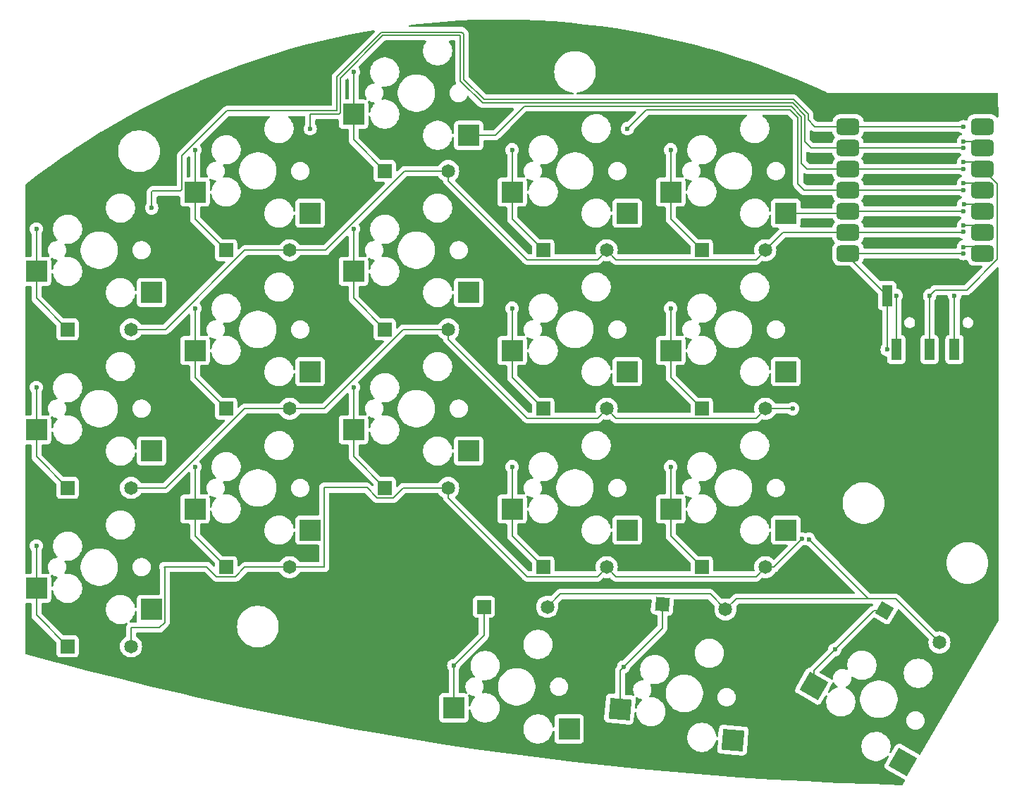
<source format=gbr>
%TF.GenerationSoftware,KiCad,Pcbnew,8.0.6*%
%TF.CreationDate,2024-11-18T16:16:28-05:00*%
%TF.ProjectId,SolarFlarePCB,536f6c61-7246-46c6-9172-655043422e6b,rev?*%
%TF.SameCoordinates,Original*%
%TF.FileFunction,Copper,L1,Top*%
%TF.FilePolarity,Positive*%
%FSLAX46Y46*%
G04 Gerber Fmt 4.6, Leading zero omitted, Abs format (unit mm)*
G04 Created by KiCad (PCBNEW 8.0.6) date 2024-11-18 16:16:28*
%MOMM*%
%LPD*%
G01*
G04 APERTURE LIST*
G04 Aperture macros list*
%AMRoundRect*
0 Rectangle with rounded corners*
0 $1 Rounding radius*
0 $2 $3 $4 $5 $6 $7 $8 $9 X,Y pos of 4 corners*
0 Add a 4 corners polygon primitive as box body*
4,1,4,$2,$3,$4,$5,$6,$7,$8,$9,$2,$3,0*
0 Add four circle primitives for the rounded corners*
1,1,$1+$1,$2,$3*
1,1,$1+$1,$4,$5*
1,1,$1+$1,$6,$7*
1,1,$1+$1,$8,$9*
0 Add four rect primitives between the rounded corners*
20,1,$1+$1,$2,$3,$4,$5,0*
20,1,$1+$1,$4,$5,$6,$7,0*
20,1,$1+$1,$6,$7,$8,$9,0*
20,1,$1+$1,$8,$9,$2,$3,0*%
%AMRotRect*
0 Rectangle, with rotation*
0 The origin of the aperture is its center*
0 $1 length*
0 $2 width*
0 $3 Rotation angle, in degrees counterclockwise*
0 Add horizontal line*
21,1,$1,$2,0,0,$3*%
G04 Aperture macros list end*
%TA.AperFunction,ComponentPad*%
%ADD10C,1.651000*%
%TD*%
%TA.AperFunction,ComponentPad*%
%ADD11R,1.651000X1.651000*%
%TD*%
%TA.AperFunction,SMDPad,CuDef*%
%ADD12R,2.550000X2.500000*%
%TD*%
%TA.AperFunction,SMDPad,CuDef*%
%ADD13RotRect,2.550000X2.500000X330.000000*%
%TD*%
%TA.AperFunction,SMDPad,CuDef*%
%ADD14RoundRect,0.500000X-0.875000X-0.500000X0.875000X-0.500000X0.875000X0.500000X-0.875000X0.500000X0*%
%TD*%
%TA.AperFunction,SMDPad,CuDef*%
%ADD15R,1.200000X2.500000*%
%TD*%
%TA.AperFunction,ComponentPad*%
%ADD16RotRect,1.651000X1.651000X175.000000*%
%TD*%
%TA.AperFunction,SMDPad,CuDef*%
%ADD17RotRect,2.550000X2.500000X355.000000*%
%TD*%
%TA.AperFunction,ComponentPad*%
%ADD18RotRect,1.651000X1.651000X150.000000*%
%TD*%
%TA.AperFunction,ViaPad*%
%ADD19C,0.600000*%
%TD*%
%TA.AperFunction,Conductor*%
%ADD20C,0.200000*%
%TD*%
G04 APERTURE END LIST*
D10*
%TO.P,D3,1,K*%
%TO.N,/row2*%
X41910000Y-104775000D03*
D11*
%TO.P,D3,2,A*%
%TO.N,Net-(D3-A)*%
X34290000Y-104775000D03*
%TD*%
D12*
%TO.P,MX3,1,COL*%
%TO.N,/col4*%
X44390000Y-100330000D03*
%TO.P,MX3,2,ROW*%
%TO.N,Net-(D3-A)*%
X30540000Y-97790000D03*
%TD*%
D10*
%TO.P,D4,1,K*%
%TO.N,/row0*%
X60960000Y-57150000D03*
D11*
%TO.P,D4,2,A*%
%TO.N,Net-(D4-A)*%
X53340000Y-57150000D03*
%TD*%
D12*
%TO.P,MX7,1,COL*%
%TO.N,/col2*%
X82490000Y-43338750D03*
%TO.P,MX7,2,ROW*%
%TO.N,Net-(D7-A)*%
X68640000Y-40798750D03*
%TD*%
D13*
%TO.P,MX18,1,COL*%
%TO.N,/col0*%
X134657300Y-118679409D03*
%TO.P,MX18,2,ROW*%
%TO.N,Net-(D18-A)*%
X123932848Y-109554705D03*
%TD*%
D12*
%TO.P,MX13,1,COL*%
%TO.N,/col1*%
X101540000Y-90805000D03*
%TO.P,MX13,2,ROW*%
%TO.N,Net-(D13-A)*%
X87690000Y-88265000D03*
%TD*%
%TO.P,MX9,1,COL*%
%TO.N,/col2*%
X82490000Y-81280000D03*
%TO.P,MX9,2,ROW*%
%TO.N,Net-(D9-A)*%
X68640000Y-78740000D03*
%TD*%
%TO.P,MX2,1,COL*%
%TO.N,/col4*%
X44390000Y-81280000D03*
%TO.P,MX2,2,ROW*%
%TO.N,Net-(D2-A)*%
X30540000Y-78740000D03*
%TD*%
%TO.P,MX8,1,COL*%
%TO.N,/col2*%
X82490000Y-62230000D03*
%TO.P,MX8,2,ROW*%
%TO.N,Net-(D8-A)*%
X68640000Y-59690000D03*
%TD*%
D10*
%TO.P,D11,1,K*%
%TO.N,/row0*%
X99060000Y-57150000D03*
D11*
%TO.P,D11,2,A*%
%TO.N,Net-(D11-A)*%
X91440000Y-57150000D03*
%TD*%
D12*
%TO.P,MX17,1,COL*%
%TO.N,/col0*%
X120590000Y-90805000D03*
%TO.P,MX17,2,ROW*%
%TO.N,Net-(D17-A)*%
X106740000Y-88265000D03*
%TD*%
%TO.P,MX16,1,COL*%
%TO.N,/col0*%
X120590000Y-71755000D03*
%TO.P,MX16,2,ROW*%
%TO.N,Net-(D16-A)*%
X106740000Y-69215000D03*
%TD*%
%TO.P,MX5,1,COL*%
%TO.N,/col3*%
X63440000Y-71755000D03*
%TO.P,MX5,2,ROW*%
%TO.N,Net-(D5-A)*%
X49590000Y-69215000D03*
%TD*%
D10*
%TO.P,D1,1,K*%
%TO.N,/row0*%
X41910000Y-66675000D03*
D11*
%TO.P,D1,2,A*%
%TO.N,Net-(D1-A)*%
X34290000Y-66675000D03*
%TD*%
D10*
%TO.P,D15,1,K*%
%TO.N,/row0*%
X118110000Y-57150000D03*
D11*
%TO.P,D15,2,A*%
%TO.N,Net-(D15-A)*%
X110490000Y-57150000D03*
%TD*%
D12*
%TO.P,MX10,1,COL*%
%TO.N,/col2*%
X94540000Y-114705000D03*
%TO.P,MX10,2,ROW*%
%TO.N,Net-(D10-A)*%
X80690000Y-112165000D03*
%TD*%
%TO.P,MX15,1,COL*%
%TO.N,/col0*%
X120590000Y-52705000D03*
%TO.P,MX15,2,ROW*%
%TO.N,Net-(D15-A)*%
X106740000Y-50165000D03*
%TD*%
D10*
%TO.P,D7,1,K*%
%TO.N,/row0*%
X80010000Y-47625000D03*
D11*
%TO.P,D7,2,A*%
%TO.N,Net-(D7-A)*%
X72390000Y-47625000D03*
%TD*%
D14*
%TO.P,U1,1,PA02_A0_D0*%
%TO.N,/col4*%
X128050000Y-42291250D03*
%TO.P,U1,2,PA4_A1_D1*%
%TO.N,/col3*%
X128050000Y-44831250D03*
%TO.P,U1,3,PA10_A2_D2*%
%TO.N,/col2*%
X128050000Y-47371250D03*
%TO.P,U1,4,PA11_A3_D3*%
%TO.N,/col1*%
X128050000Y-49911250D03*
%TO.P,U1,5,PA8_A4_D4_SDA*%
%TO.N,/col0*%
X128050000Y-52451250D03*
%TO.P,U1,6,PA9_A5_D5_SCL*%
%TO.N,/row0*%
X128050000Y-54991250D03*
%TO.P,U1,7,PB08_A6_D6_TX*%
%TO.N,/tx*%
X128050000Y-57531250D03*
%TO.P,U1,8,PB09_A7_D7_RX*%
%TO.N,/rx*%
X144215000Y-57531250D03*
%TO.P,U1,9,PA7_A8_D8_SCK*%
%TO.N,/row3*%
X144215000Y-54991250D03*
%TO.P,U1,10,PA5_A9_D9_MISO*%
%TO.N,/row2*%
X144215000Y-52451250D03*
%TO.P,U1,11,PA6_A10_D10_MOSI*%
%TO.N,/row1*%
X144215000Y-49911250D03*
%TO.P,U1,12,3V3*%
%TO.N,+3.3V*%
X144215000Y-47371250D03*
%TO.P,U1,13,GND*%
%TO.N,GND*%
X144215000Y-44831250D03*
%TO.P,U1,14,5V*%
%TO.N,unconnected-(U1-5V-Pad14)*%
X144215000Y-42291250D03*
%TD*%
D10*
%TO.P,D12,1,K*%
%TO.N,/row1*%
X99060000Y-76200000D03*
D11*
%TO.P,D12,2,A*%
%TO.N,Net-(D12-A)*%
X91440000Y-76200000D03*
%TD*%
D12*
%TO.P,MX11,1,COL*%
%TO.N,/col1*%
X101540000Y-52705000D03*
%TO.P,MX11,2,ROW*%
%TO.N,Net-(D11-A)*%
X87690000Y-50165000D03*
%TD*%
D10*
%TO.P,D13,1,K*%
%TO.N,/row2*%
X99060000Y-95250000D03*
D11*
%TO.P,D13,2,A*%
%TO.N,Net-(D13-A)*%
X91440000Y-95250000D03*
%TD*%
D15*
%TO.P,U3,1,SLEEVE*%
%TO.N,/tx*%
X132750000Y-62600000D03*
%TO.P,U3,2,TIP*%
%TO.N,/rx*%
X133850000Y-69100000D03*
%TO.P,U3,3,RING1*%
%TO.N,+3.3V*%
X137850000Y-69100000D03*
%TO.P,U3,4,RING2*%
%TO.N,GND*%
X140850000Y-69100000D03*
%TD*%
D10*
%TO.P,D14,1,K*%
%TO.N,/row3*%
X113333002Y-100344564D03*
D16*
%TO.P,D14,2,A*%
%TO.N,Net-(D14-A)*%
X105741998Y-99680436D03*
%TD*%
D12*
%TO.P,MX1,1,COL*%
%TO.N,/col4*%
X44390000Y-62230000D03*
%TO.P,MX1,2,ROW*%
%TO.N,Net-(D1-A)*%
X30540000Y-59690000D03*
%TD*%
%TO.P,MX4,1,COL*%
%TO.N,/col3*%
X63440000Y-52705000D03*
%TO.P,MX4,2,ROW*%
%TO.N,Net-(D4-A)*%
X49590000Y-50165000D03*
%TD*%
D10*
%TO.P,D6,1,K*%
%TO.N,/row2*%
X60960000Y-95250000D03*
D11*
%TO.P,D6,2,A*%
%TO.N,Net-(D6-A)*%
X53340000Y-95250000D03*
%TD*%
D17*
%TO.P,MX14,1,COL*%
%TO.N,/col1*%
X114223313Y-116033879D03*
%TO.P,MX14,2,ROW*%
%TO.N,Net-(D14-A)*%
X100647391Y-112296437D03*
%TD*%
D10*
%TO.P,D2,1,K*%
%TO.N,/row1*%
X41910000Y-85725000D03*
D11*
%TO.P,D2,2,A*%
%TO.N,Net-(D2-A)*%
X34290000Y-85725000D03*
%TD*%
D12*
%TO.P,MX6,1,COL*%
%TO.N,/col3*%
X63440000Y-90805000D03*
%TO.P,MX6,2,ROW*%
%TO.N,Net-(D6-A)*%
X49590000Y-88265000D03*
%TD*%
D10*
%TO.P,D18,1,K*%
%TO.N,/row3*%
X139030807Y-104298750D03*
D18*
%TO.P,D18,2,A*%
%TO.N,Net-(D18-A)*%
X132431693Y-100488750D03*
%TD*%
D10*
%TO.P,D10,1,K*%
%TO.N,/row3*%
X91916250Y-100012500D03*
D11*
%TO.P,D10,2,A*%
%TO.N,Net-(D10-A)*%
X84296250Y-100012500D03*
%TD*%
D12*
%TO.P,MX12,1,COL*%
%TO.N,/col1*%
X101540000Y-71755000D03*
%TO.P,MX12,2,ROW*%
%TO.N,Net-(D12-A)*%
X87690000Y-69215000D03*
%TD*%
D10*
%TO.P,D9,1,K*%
%TO.N,/row2*%
X80010000Y-85725000D03*
D11*
%TO.P,D9,2,A*%
%TO.N,Net-(D9-A)*%
X72390000Y-85725000D03*
%TD*%
D10*
%TO.P,D16,1,K*%
%TO.N,/row1*%
X118110000Y-76200000D03*
D11*
%TO.P,D16,2,A*%
%TO.N,Net-(D16-A)*%
X110490000Y-76200000D03*
%TD*%
D10*
%TO.P,D8,1,K*%
%TO.N,/row1*%
X80010000Y-66675000D03*
D11*
%TO.P,D8,2,A*%
%TO.N,Net-(D8-A)*%
X72390000Y-66675000D03*
%TD*%
D10*
%TO.P,D5,1,K*%
%TO.N,/row1*%
X60960000Y-76200000D03*
D11*
%TO.P,D5,2,A*%
%TO.N,Net-(D5-A)*%
X53340000Y-76200000D03*
%TD*%
D10*
%TO.P,D17,1,K*%
%TO.N,/row2*%
X118110000Y-95250000D03*
D11*
%TO.P,D17,2,A*%
%TO.N,Net-(D17-A)*%
X110490000Y-95250000D03*
%TD*%
D19*
%TO.N,Net-(D1-A)*%
X30540000Y-54610000D03*
%TO.N,/row1*%
X141938750Y-49099997D03*
X121400000Y-76200000D03*
%TO.N,Net-(D2-A)*%
X30540000Y-73660000D03*
%TO.N,/row0*%
X141938750Y-54950000D03*
%TO.N,/row2*%
X122550000Y-91850000D03*
X141953748Y-51650139D03*
%TO.N,Net-(D3-A)*%
X30540000Y-92710000D03*
%TO.N,Net-(D4-A)*%
X49590000Y-45085000D03*
%TO.N,Net-(D5-A)*%
X49590000Y-64135000D03*
%TO.N,Net-(D6-A)*%
X49590000Y-83185000D03*
%TO.N,Net-(D7-A)*%
X68640000Y-35718750D03*
%TO.N,Net-(D8-A)*%
X68640000Y-54610000D03*
%TO.N,Net-(D9-A)*%
X68640000Y-73660000D03*
%TO.N,Net-(D10-A)*%
X80690000Y-107085000D03*
%TO.N,/row3*%
X141948377Y-54150055D03*
X123350000Y-91900000D03*
%TO.N,Net-(D11-A)*%
X87690000Y-45085000D03*
%TO.N,Net-(D12-A)*%
X87690000Y-64135000D03*
%TO.N,Net-(D13-A)*%
X87690000Y-83185000D03*
%TO.N,Net-(D14-A)*%
X101090144Y-107235768D03*
%TO.N,Net-(D15-A)*%
X106740000Y-45085000D03*
%TO.N,Net-(D16-A)*%
X106740000Y-64135000D03*
%TO.N,Net-(D17-A)*%
X106740000Y-83185000D03*
%TO.N,Net-(D18-A)*%
X126472848Y-105155295D03*
%TO.N,/col4*%
X44390000Y-100330000D03*
X44390000Y-81280000D03*
X44390000Y-52070000D03*
X141938750Y-42300000D03*
X44390000Y-62230000D03*
%TO.N,/col3*%
X141938750Y-44850000D03*
X63440000Y-90805000D03*
X63440000Y-52705000D03*
X63440000Y-42545000D03*
X63440000Y-71755000D03*
%TO.N,/col2*%
X82490000Y-43338750D03*
X82490000Y-62230000D03*
X94540000Y-114705000D03*
X141938750Y-47350000D03*
X82490000Y-81280000D03*
%TO.N,/col1*%
X101540000Y-42545000D03*
X141938750Y-49900000D03*
X101540000Y-52705000D03*
X101540000Y-71755000D03*
X101540000Y-90805000D03*
X114223313Y-116033879D03*
%TO.N,/col0*%
X141938750Y-52450000D03*
X120590000Y-71755000D03*
X134657300Y-118679409D03*
X120590000Y-52705000D03*
X120590000Y-90805000D03*
%TO.N,/rx*%
X133850000Y-62600000D03*
X141938750Y-56749997D03*
%TO.N,GND*%
X141938750Y-44049997D03*
X140850000Y-62600000D03*
%TO.N,/tx*%
X132750000Y-69100000D03*
X141938750Y-57550000D03*
%TO.N,+3.3V*%
X141945551Y-46550027D03*
X137850000Y-62600000D03*
%TD*%
D20*
%TO.N,Net-(D1-A)*%
X30540000Y-59690000D02*
X30540000Y-54610000D01*
X30540000Y-62925000D02*
X34290000Y-66675000D01*
X30540000Y-59690000D02*
X30540000Y-62925000D01*
%TO.N,/row1*%
X89493067Y-77325500D02*
X97934500Y-77325500D01*
X80010000Y-67842433D02*
X89493067Y-77325500D01*
X143813750Y-49911250D02*
X143002497Y-49099997D01*
X143002497Y-49099997D02*
X141938750Y-49099997D01*
X97934500Y-77325500D02*
X99060000Y-76200000D01*
X74641000Y-66675000D02*
X80010000Y-66675000D01*
X99060000Y-76200000D02*
X100185500Y-77325500D01*
X65116000Y-76200000D02*
X74641000Y-66675000D01*
X41910000Y-85725000D02*
X46040500Y-85725000D01*
X116984500Y-77325500D02*
X118110000Y-76200000D01*
X46040500Y-85725000D02*
X55565500Y-76200000D01*
X121400000Y-76200000D02*
X118110000Y-76200000D01*
X100185500Y-77325500D02*
X116984500Y-77325500D01*
X60960000Y-76200000D02*
X65116000Y-76200000D01*
X55565500Y-76200000D02*
X60960000Y-76200000D01*
X80010000Y-66675000D02*
X80010000Y-67842433D01*
%TO.N,Net-(D2-A)*%
X30540000Y-78740000D02*
X30540000Y-73660000D01*
X30540000Y-81975000D02*
X34290000Y-85725000D01*
X30540000Y-78740000D02*
X30540000Y-81975000D01*
%TO.N,/row0*%
X65251471Y-57150000D02*
X74776471Y-47625000D01*
X80010000Y-48792433D02*
X89493067Y-58275500D01*
X127648750Y-54991250D02*
X120268750Y-54991250D01*
X99060000Y-57150000D02*
X100185500Y-58275500D01*
X74776471Y-47625000D02*
X80010000Y-47625000D01*
X55591000Y-57150000D02*
X60960000Y-57150000D01*
X46066000Y-66675000D02*
X55591000Y-57150000D01*
X100185500Y-58275500D02*
X116984500Y-58275500D01*
X97934500Y-58275500D02*
X99060000Y-57150000D01*
X116984500Y-58275500D02*
X118110000Y-57150000D01*
X141897500Y-54991250D02*
X141938750Y-54950000D01*
X89493067Y-58275500D02*
X97934500Y-58275500D01*
X60960000Y-57150000D02*
X65251471Y-57150000D01*
X120268750Y-54991250D02*
X118110000Y-57150000D01*
X80010000Y-47625000D02*
X80010000Y-48792433D01*
X127648750Y-54991250D02*
X141897500Y-54991250D01*
X41910000Y-66675000D02*
X46066000Y-66675000D01*
%TO.N,/row2*%
X143813750Y-52451250D02*
X143012639Y-51650139D01*
X52175500Y-96375500D02*
X51000000Y-95200000D01*
X119150000Y-95250000D02*
X118110000Y-95250000D01*
X45965000Y-95265000D02*
X45965000Y-101880000D01*
X65100000Y-92550000D02*
X65100000Y-85700000D01*
X71500000Y-86950000D02*
X73416000Y-86950000D01*
X51000000Y-95200000D02*
X45900000Y-95200000D01*
X60960000Y-95250000D02*
X65116000Y-95250000D01*
X70250000Y-85700000D02*
X71500000Y-86950000D01*
X54465500Y-96375500D02*
X52175500Y-96375500D01*
X45965000Y-101880000D02*
X45345000Y-102500000D01*
X97934500Y-96375500D02*
X99060000Y-95250000D01*
X74641000Y-85725000D02*
X80010000Y-85725000D01*
X41950000Y-102500000D02*
X41910000Y-102540000D01*
X100185500Y-96375500D02*
X116984500Y-96375500D01*
X65116000Y-95250000D02*
X65116000Y-92566000D01*
X45900000Y-95200000D02*
X45965000Y-95265000D01*
X122550000Y-91850000D02*
X119150000Y-95250000D01*
X80010000Y-86892433D02*
X89493067Y-96375500D01*
X45345000Y-102500000D02*
X41950000Y-102500000D01*
X55591000Y-95250000D02*
X54465500Y-96375500D01*
X65100000Y-85700000D02*
X70250000Y-85700000D01*
X116984500Y-96375500D02*
X118110000Y-95250000D01*
X65116000Y-92566000D02*
X65100000Y-92550000D01*
X73416000Y-86950000D02*
X74641000Y-85725000D01*
X89493067Y-96375500D02*
X97934500Y-96375500D01*
X80010000Y-85725000D02*
X80010000Y-86892433D01*
X60960000Y-95250000D02*
X55591000Y-95250000D01*
X143012639Y-51650139D02*
X141953748Y-51650139D01*
X99060000Y-95250000D02*
X100185500Y-96375500D01*
X41910000Y-102540000D02*
X41910000Y-104775000D01*
%TO.N,Net-(D3-A)*%
X30540000Y-101025000D02*
X34290000Y-104775000D01*
X30540000Y-97790000D02*
X30540000Y-92710000D01*
X30540000Y-97790000D02*
X30540000Y-101025000D01*
%TO.N,Net-(D4-A)*%
X49590000Y-50165000D02*
X49590000Y-45085000D01*
X49590000Y-50165000D02*
X49590000Y-53400000D01*
X49590000Y-53400000D02*
X53340000Y-57150000D01*
%TO.N,Net-(D5-A)*%
X49590000Y-72450000D02*
X53340000Y-76200000D01*
X49590000Y-69215000D02*
X49590000Y-64135000D01*
X49590000Y-69215000D02*
X49590000Y-72450000D01*
%TO.N,Net-(D6-A)*%
X49590000Y-88265000D02*
X49590000Y-91500000D01*
X49590000Y-88265000D02*
X49590000Y-83185000D01*
X49590000Y-91500000D02*
X53340000Y-95250000D01*
%TO.N,Net-(D7-A)*%
X68640000Y-40798750D02*
X68640000Y-43875000D01*
X68640000Y-43875000D02*
X72390000Y-47625000D01*
X68640000Y-40798750D02*
X68640000Y-35718750D01*
%TO.N,Net-(D8-A)*%
X68640000Y-59690000D02*
X68640000Y-54610000D01*
X68640000Y-59690000D02*
X68640000Y-62925000D01*
X68640000Y-62925000D02*
X72390000Y-66675000D01*
%TO.N,Net-(D9-A)*%
X68640000Y-78740000D02*
X68640000Y-73660000D01*
X68640000Y-78740000D02*
X68640000Y-81975000D01*
X68640000Y-81975000D02*
X72390000Y-85725000D01*
%TO.N,Net-(D10-A)*%
X80690000Y-112165000D02*
X80690000Y-107085000D01*
X84296250Y-100012500D02*
X84296250Y-103478750D01*
X84296250Y-103478750D02*
X80690000Y-107085000D01*
%TO.N,/row3*%
X93442620Y-98486130D02*
X91916250Y-100012500D01*
X130511096Y-99061096D02*
X123350000Y-91900000D01*
X141948377Y-54150055D02*
X142972555Y-54150055D01*
X111474568Y-98486130D02*
X93442620Y-98486130D01*
X114616470Y-99061096D02*
X113333002Y-100344564D01*
X113333002Y-100344564D02*
X111474568Y-98486130D01*
X142972555Y-54150055D02*
X143813750Y-54991250D01*
X133793153Y-99061096D02*
X114616470Y-99061096D01*
X133793153Y-99061096D02*
X130511096Y-99061096D01*
X139030807Y-104298750D02*
X133793153Y-99061096D01*
%TO.N,Net-(D11-A)*%
X87690000Y-53400000D02*
X91440000Y-57150000D01*
X87690000Y-50165000D02*
X87690000Y-45085000D01*
X87690000Y-50165000D02*
X87690000Y-53400000D01*
%TO.N,Net-(D12-A)*%
X87690000Y-72450000D02*
X91440000Y-76200000D01*
X87690000Y-69215000D02*
X87690000Y-64135000D01*
X87690000Y-69215000D02*
X87690000Y-72450000D01*
%TO.N,Net-(D13-A)*%
X87690000Y-88265000D02*
X87690000Y-91500000D01*
X87690000Y-88265000D02*
X87690000Y-83185000D01*
X87690000Y-91500000D02*
X91440000Y-95250000D01*
%TO.N,Net-(D14-A)*%
X105741998Y-99680436D02*
X105741998Y-102583914D01*
X100647392Y-112296437D02*
X100647392Y-107678520D01*
X100647392Y-107678520D02*
X101090144Y-107235768D01*
X105741998Y-102583914D02*
X101090144Y-107235768D01*
%TO.N,Net-(D15-A)*%
X106740000Y-50165000D02*
X106740000Y-45085000D01*
X106740000Y-50165000D02*
X106740000Y-53400000D01*
X106740000Y-53400000D02*
X110490000Y-57150000D01*
%TO.N,Net-(D16-A)*%
X106740000Y-69215000D02*
X106740000Y-64135000D01*
X106740000Y-72450000D02*
X110490000Y-76200000D01*
X106740000Y-69215000D02*
X106740000Y-72450000D01*
%TO.N,Net-(D17-A)*%
X106740000Y-91500000D02*
X110490000Y-95250000D01*
X106740000Y-88265000D02*
X106740000Y-91500000D01*
X106740000Y-88265000D02*
X106740000Y-83185000D01*
%TO.N,Net-(D18-A)*%
X123932848Y-107695295D02*
X126472848Y-105155295D01*
X131139393Y-100488750D02*
X132431693Y-100488750D01*
X126472848Y-105155295D02*
X131139393Y-100488750D01*
X123932848Y-109554705D02*
X123932848Y-107695295D01*
%TO.N,/col4*%
X84335265Y-39050000D02*
X89900000Y-39050000D01*
X72015786Y-30928750D02*
X81654214Y-30928750D01*
X66650000Y-36294536D02*
X72015786Y-30928750D01*
X66665000Y-40400000D02*
X66665000Y-38165000D01*
X66665000Y-38165000D02*
X66650000Y-38150000D01*
X53426471Y-40400000D02*
X66665000Y-40400000D01*
X121547058Y-39050000D02*
X89775465Y-39050000D01*
X123250000Y-40752942D02*
X121547058Y-39050000D01*
X127648750Y-42291250D02*
X141930000Y-42291250D01*
X44390000Y-50160000D02*
X44500000Y-50050000D01*
X124041250Y-42291250D02*
X123250000Y-41500000D01*
X81654214Y-30928750D02*
X81888529Y-31163065D01*
X44500000Y-50050000D02*
X47850000Y-50050000D01*
X66650000Y-38150000D02*
X66650000Y-36294536D01*
X44390000Y-52070000D02*
X44390000Y-50160000D01*
X141930000Y-42291250D02*
X141938750Y-42300000D01*
X123250000Y-41500000D02*
X123250000Y-40752942D01*
X81888529Y-36603264D02*
X84335265Y-39050000D01*
X47850000Y-50050000D02*
X48015000Y-49885000D01*
X48015000Y-49885000D02*
X48015000Y-45811471D01*
X127648750Y-42291250D02*
X124041250Y-42291250D01*
X48015000Y-45811471D02*
X53426471Y-40400000D01*
X81888529Y-31163065D02*
X81888529Y-36603264D01*
%TO.N,/col3*%
X122850000Y-40918628D02*
X122850000Y-44100000D01*
X67065000Y-40650000D02*
X67065000Y-36445221D01*
X66915000Y-40800000D02*
X63450000Y-40800000D01*
X63440000Y-90805000D02*
X63440000Y-90435000D01*
X81488529Y-36768950D02*
X84169579Y-39450000D01*
X72181471Y-31328750D02*
X81488529Y-31328750D01*
X67065000Y-36445221D02*
X72181471Y-31328750D01*
X81488529Y-31328750D02*
X81488529Y-36768950D01*
X121381372Y-39450000D02*
X122850000Y-40918628D01*
X122850000Y-44100000D02*
X123581250Y-44831250D01*
X123581250Y-44831250D02*
X127648750Y-44831250D01*
X84169579Y-39450000D02*
X121381372Y-39450000D01*
X63440000Y-40960000D02*
X63440000Y-42545000D01*
X127667500Y-44850000D02*
X141938750Y-44850000D01*
X67065000Y-40650000D02*
X66915000Y-40800000D01*
X63450000Y-40950000D02*
X63440000Y-40960000D01*
X63450000Y-40800000D02*
X63450000Y-40950000D01*
%TO.N,/col2*%
X121215686Y-39850000D02*
X89161250Y-39850000D01*
X127648750Y-47371250D02*
X141917500Y-47371250D01*
X122450000Y-41084314D02*
X121215686Y-39850000D01*
X127648750Y-47371250D02*
X123121250Y-47371250D01*
X122450000Y-46700000D02*
X122450000Y-41084314D01*
X89161250Y-39850000D02*
X85672500Y-43338750D01*
X123121250Y-47371250D02*
X122450000Y-46700000D01*
X85672500Y-43338750D02*
X82490000Y-43338750D01*
X141917500Y-47371250D02*
X141938750Y-47350000D01*
%TO.N,/col1*%
X122761250Y-49911250D02*
X122050000Y-49200000D01*
X127648750Y-49937608D02*
X127648750Y-49911250D01*
X127648750Y-49911250D02*
X141927500Y-49911250D01*
X122050000Y-49200000D02*
X122050000Y-41250000D01*
X141927500Y-49911250D02*
X141938750Y-49900000D01*
X121050000Y-40250000D02*
X103835000Y-40250000D01*
X127648750Y-49911250D02*
X122761250Y-49911250D01*
X103835000Y-40250000D02*
X101540000Y-42545000D01*
X122050000Y-41250000D02*
X121050000Y-40250000D01*
%TO.N,/col0*%
X141937500Y-52451250D02*
X141938750Y-52450000D01*
X127395000Y-52705000D02*
X127648750Y-52451250D01*
X127648750Y-52451250D02*
X141937500Y-52451250D01*
X120590000Y-52705000D02*
X127395000Y-52705000D01*
%TO.N,/rx*%
X141996139Y-56692608D02*
X141938750Y-56749997D01*
X133850000Y-69100000D02*
X133850000Y-62600000D01*
X143813750Y-57531250D02*
X142975108Y-56692608D01*
X142975108Y-56692608D02*
X141996139Y-56692608D01*
%TO.N,GND*%
X140850000Y-69100000D02*
X140850000Y-62600000D01*
X143032497Y-44049997D02*
X141938750Y-44049997D01*
X143813750Y-44831250D02*
X143032497Y-44049997D01*
%TO.N,/tx*%
X132300000Y-62625000D02*
X132300000Y-62182500D01*
X132750000Y-62600000D02*
X127681250Y-57531250D01*
X127648750Y-57531250D02*
X141920000Y-57531250D01*
X127681250Y-57531250D02*
X127648750Y-57531250D01*
X132750000Y-62600000D02*
X132750000Y-69100000D01*
X141920000Y-57531250D02*
X141938750Y-57550000D01*
%TO.N,unconnected-(U1-5V-Pad14)*%
X143813750Y-42291250D02*
X143213750Y-41691250D01*
%TO.N,+3.3V*%
X146008911Y-58250981D02*
X146008911Y-49165161D01*
X142992527Y-46550027D02*
X141945551Y-46550027D01*
X146008911Y-49165161D02*
X144215000Y-47371250D01*
X137850000Y-69100000D02*
X137850000Y-62600000D01*
X143813750Y-47371250D02*
X142992527Y-46550027D01*
X142309892Y-61950000D02*
X146008911Y-58250981D01*
X137850000Y-62600000D02*
X138500000Y-61950000D01*
X138500000Y-61950000D02*
X142309892Y-61950000D01*
%TD*%
%TA.AperFunction,NonConductor*%
G36*
X67958834Y-36503136D02*
G01*
X68014767Y-36545008D01*
X68039184Y-36610472D01*
X68039500Y-36619318D01*
X68039500Y-38924250D01*
X68019815Y-38991289D01*
X67967011Y-39037044D01*
X67915500Y-39048250D01*
X67789500Y-39048250D01*
X67722461Y-39028565D01*
X67676706Y-38975761D01*
X67665500Y-38924250D01*
X67665500Y-36745318D01*
X67685185Y-36678279D01*
X67701819Y-36657637D01*
X67827819Y-36531637D01*
X67889142Y-36498152D01*
X67958834Y-36503136D01*
G37*
%TD.AperFunction*%
%TA.AperFunction,NonConductor*%
G36*
X70537793Y-39199139D02*
G01*
X70550755Y-39204836D01*
X70697208Y-39279458D01*
X70697211Y-39279459D01*
X70779648Y-39306244D01*
X70862088Y-39333030D01*
X70941391Y-39345590D01*
X71033313Y-39360150D01*
X71053657Y-39360150D01*
X71120696Y-39379835D01*
X71166451Y-39432639D01*
X71176395Y-39501797D01*
X71147370Y-39565353D01*
X71141338Y-39571831D01*
X71071081Y-39642088D01*
X70931392Y-39824132D01*
X70816657Y-40022859D01*
X70816650Y-40022873D01*
X70728842Y-40234862D01*
X70669453Y-40456509D01*
X70669451Y-40456519D01*
X70662438Y-40509786D01*
X70634171Y-40573682D01*
X70575846Y-40612152D01*
X70505981Y-40612983D01*
X70446758Y-40575910D01*
X70416980Y-40512704D01*
X70415499Y-40493599D01*
X70415499Y-39500879D01*
X70415498Y-39500873D01*
X70413236Y-39479831D01*
X70409091Y-39441267D01*
X70378277Y-39358652D01*
X70373294Y-39288963D01*
X70406779Y-39227640D01*
X70468102Y-39194155D01*
X70537793Y-39199139D01*
G37*
%TD.AperFunction*%
%TA.AperFunction,NonConductor*%
G36*
X86991279Y-29433587D02*
G01*
X88883355Y-29467543D01*
X88885733Y-29467610D01*
X90776754Y-29540539D01*
X90779251Y-29540661D01*
X92668283Y-29652526D01*
X92670727Y-29652696D01*
X94557111Y-29803459D01*
X94559598Y-29803684D01*
X96442418Y-29993269D01*
X96444879Y-29993542D01*
X98323411Y-30221878D01*
X98325860Y-30222201D01*
X100199361Y-30489200D01*
X100201780Y-30489570D01*
X102069276Y-30795089D01*
X102071743Y-30795518D01*
X103932627Y-31139460D01*
X103934995Y-31139923D01*
X105788454Y-31522139D01*
X105790789Y-31522646D01*
X107635917Y-31942949D01*
X107638339Y-31943527D01*
X109474337Y-32401734D01*
X109476809Y-32402378D01*
X109856164Y-32505399D01*
X111303059Y-32898332D01*
X111305361Y-32898982D01*
X112648025Y-33293484D01*
X113120964Y-33432443D01*
X113123407Y-33433188D01*
X114927601Y-34003927D01*
X114930029Y-34004723D01*
X115905062Y-34335411D01*
X116573421Y-34562089D01*
X116722023Y-34612488D01*
X116724421Y-34613328D01*
X118503606Y-35257915D01*
X118505958Y-35258795D01*
X120271478Y-35939895D01*
X120273788Y-35940814D01*
X122024938Y-36658157D01*
X122027247Y-36659131D01*
X123763196Y-37412374D01*
X123765455Y-37413382D01*
X125464509Y-38192593D01*
X125474793Y-38197904D01*
X125506814Y-38216392D01*
X125516485Y-38218983D01*
X125537235Y-38226583D01*
X125546282Y-38230845D01*
X125546283Y-38230845D01*
X125546291Y-38230849D01*
X125585528Y-38237927D01*
X125595593Y-38240179D01*
X125634108Y-38250500D01*
X125644115Y-38250500D01*
X125666131Y-38252470D01*
X125675981Y-38254247D01*
X125715709Y-38250930D01*
X125726026Y-38250500D01*
X145975988Y-38250500D01*
X146043027Y-38270185D01*
X146088782Y-38322989D01*
X146099987Y-38374401D01*
X146100233Y-38688352D01*
X146102115Y-41100905D01*
X146082483Y-41167960D01*
X146029714Y-41213756D01*
X145960564Y-41223754D01*
X145896985Y-41194778D01*
X145882013Y-41179362D01*
X145801111Y-41080142D01*
X145668064Y-40971657D01*
X145643407Y-40951552D01*
X145463049Y-40857341D01*
X145463048Y-40857340D01*
X145463045Y-40857339D01*
X145345829Y-40823800D01*
X145267418Y-40801364D01*
X145267415Y-40801363D01*
X145267413Y-40801363D01*
X145201102Y-40795467D01*
X145148037Y-40790750D01*
X145148032Y-40790750D01*
X143281971Y-40790750D01*
X143281965Y-40790750D01*
X143281964Y-40790751D01*
X143270316Y-40791786D01*
X143162584Y-40801363D01*
X142966954Y-40857339D01*
X142942362Y-40870185D01*
X142786593Y-40951552D01*
X142786591Y-40951553D01*
X142786590Y-40951554D01*
X142628890Y-41080140D01*
X142500304Y-41237840D01*
X142406088Y-41418206D01*
X142390936Y-41471160D01*
X142353568Y-41530198D01*
X142290214Y-41559660D01*
X142230766Y-41554088D01*
X142118012Y-41514633D01*
X142117999Y-41514630D01*
X141938754Y-41494435D01*
X141938746Y-41494435D01*
X141759500Y-41514630D01*
X141759495Y-41514631D01*
X141589227Y-41574211D01*
X141519218Y-41618201D01*
X141436488Y-41670184D01*
X141436486Y-41670185D01*
X141434006Y-41671744D01*
X141368034Y-41690750D01*
X130030390Y-41690750D01*
X129963351Y-41671065D01*
X129917596Y-41618261D01*
X129911176Y-41600867D01*
X129859477Y-41420185D01*
X129858910Y-41418204D01*
X129858909Y-41418203D01*
X129858909Y-41418201D01*
X129764698Y-41237843D01*
X129653040Y-41100905D01*
X129636109Y-41080140D01*
X129503064Y-40971657D01*
X129478407Y-40951552D01*
X129298049Y-40857341D01*
X129298048Y-40857340D01*
X129298045Y-40857339D01*
X129180829Y-40823800D01*
X129102418Y-40801364D01*
X129102415Y-40801363D01*
X129102413Y-40801363D01*
X129036102Y-40795467D01*
X128983037Y-40790750D01*
X128983032Y-40790750D01*
X127116971Y-40790750D01*
X127116965Y-40790750D01*
X127116964Y-40790751D01*
X127105316Y-40791786D01*
X126997584Y-40801363D01*
X126801954Y-40857339D01*
X126777362Y-40870185D01*
X126621593Y-40951552D01*
X126621591Y-40951553D01*
X126621590Y-40951554D01*
X126463890Y-41080140D01*
X126335304Y-41237840D01*
X126241089Y-41418204D01*
X126213498Y-41514633D01*
X126188825Y-41600862D01*
X126151459Y-41659899D01*
X126088105Y-41689363D01*
X126069610Y-41690750D01*
X124341347Y-41690750D01*
X124274308Y-41671065D01*
X124253666Y-41654431D01*
X123886819Y-41287584D01*
X123853334Y-41226261D01*
X123850500Y-41199903D01*
X123850500Y-40842002D01*
X123850501Y-40841989D01*
X123850501Y-40673886D01*
X123823651Y-40573682D01*
X123809577Y-40521158D01*
X123804696Y-40512704D01*
X123730524Y-40384232D01*
X123730518Y-40384224D01*
X122034648Y-38688355D01*
X122034646Y-38688352D01*
X121915775Y-38569481D01*
X121915767Y-38569475D01*
X121824291Y-38516662D01*
X121824289Y-38516661D01*
X121778848Y-38490425D01*
X121778847Y-38490424D01*
X121766321Y-38487067D01*
X121626115Y-38449499D01*
X121468001Y-38449499D01*
X121460405Y-38449499D01*
X121460389Y-38449500D01*
X95555628Y-38449500D01*
X95488589Y-38429815D01*
X95442834Y-38377011D01*
X95432890Y-38307853D01*
X95461915Y-38244297D01*
X95520693Y-38206523D01*
X95540087Y-38202478D01*
X95655719Y-38187869D01*
X95719473Y-38179816D01*
X96024225Y-38101569D01*
X96024228Y-38101568D01*
X96316757Y-37985748D01*
X96316758Y-37985747D01*
X96316756Y-37985747D01*
X96316766Y-37985744D01*
X96592484Y-37834166D01*
X96847030Y-37649228D01*
X97076390Y-37433844D01*
X97276947Y-37191413D01*
X97445537Y-36925757D01*
X97579503Y-36641065D01*
X97676731Y-36341829D01*
X97735688Y-36032765D01*
X97736847Y-36014350D01*
X97755444Y-35718755D01*
X97755444Y-35718744D01*
X97735689Y-35404745D01*
X97735688Y-35404738D01*
X97735688Y-35404735D01*
X97676731Y-35095671D01*
X97579503Y-34796435D01*
X97569672Y-34775544D01*
X97504648Y-34637361D01*
X97445537Y-34511743D01*
X97338518Y-34343108D01*
X97276948Y-34246088D01*
X97276945Y-34246084D01*
X97076393Y-34003659D01*
X97076391Y-34003657D01*
X97038687Y-33968250D01*
X96847030Y-33788272D01*
X96847027Y-33788270D01*
X96847021Y-33788265D01*
X96592495Y-33603341D01*
X96592488Y-33603336D01*
X96592484Y-33603334D01*
X96316766Y-33451756D01*
X96316763Y-33451754D01*
X96316758Y-33451752D01*
X96316757Y-33451751D01*
X96024228Y-33335931D01*
X96024225Y-33335930D01*
X95719476Y-33257684D01*
X95719463Y-33257682D01*
X95407329Y-33218250D01*
X95407318Y-33218250D01*
X95092682Y-33218250D01*
X95092670Y-33218250D01*
X94780536Y-33257682D01*
X94780523Y-33257684D01*
X94475774Y-33335930D01*
X94475771Y-33335931D01*
X94183242Y-33451751D01*
X94183241Y-33451752D01*
X93907516Y-33603334D01*
X93907504Y-33603341D01*
X93652978Y-33788265D01*
X93652968Y-33788273D01*
X93423608Y-34003657D01*
X93423606Y-34003659D01*
X93223054Y-34246084D01*
X93223051Y-34246088D01*
X93054464Y-34511740D01*
X93054461Y-34511746D01*
X92920499Y-34796428D01*
X92920497Y-34796433D01*
X92823270Y-35095666D01*
X92764311Y-35404738D01*
X92764310Y-35404745D01*
X92744556Y-35718744D01*
X92744556Y-35718755D01*
X92764310Y-36032754D01*
X92764311Y-36032761D01*
X92781292Y-36121777D01*
X92815511Y-36301162D01*
X92823270Y-36341833D01*
X92920497Y-36641066D01*
X92920499Y-36641071D01*
X93054461Y-36925753D01*
X93054464Y-36925759D01*
X93223051Y-37191411D01*
X93223054Y-37191415D01*
X93423606Y-37433840D01*
X93423608Y-37433842D01*
X93423610Y-37433844D01*
X93554560Y-37556814D01*
X93652968Y-37649226D01*
X93652978Y-37649234D01*
X93907504Y-37834158D01*
X93907509Y-37834160D01*
X93907516Y-37834166D01*
X94183234Y-37985744D01*
X94183239Y-37985746D01*
X94183241Y-37985747D01*
X94183242Y-37985748D01*
X94475771Y-38101568D01*
X94475774Y-38101569D01*
X94780523Y-38179815D01*
X94780527Y-38179816D01*
X94820510Y-38184867D01*
X94959913Y-38202478D01*
X95023957Y-38230409D01*
X95062733Y-38288532D01*
X95063930Y-38358391D01*
X95027169Y-38417808D01*
X94964120Y-38447917D01*
X94944372Y-38449500D01*
X84635362Y-38449500D01*
X84568323Y-38429815D01*
X84547681Y-38413181D01*
X82525348Y-36390848D01*
X82491863Y-36329525D01*
X82489029Y-36303167D01*
X82489029Y-31084010D01*
X82489029Y-31084008D01*
X82448106Y-30931281D01*
X82423864Y-30889292D01*
X82369053Y-30794355D01*
X82369050Y-30794351D01*
X82369049Y-30794349D01*
X82257245Y-30682545D01*
X82257244Y-30682544D01*
X82252914Y-30678214D01*
X82252903Y-30678204D01*
X82141804Y-30567105D01*
X82141802Y-30567102D01*
X82022931Y-30448231D01*
X82022930Y-30448230D01*
X81936118Y-30398110D01*
X81936118Y-30398109D01*
X81936114Y-30398108D01*
X81885999Y-30369173D01*
X81733271Y-30328249D01*
X81575157Y-30328249D01*
X81567561Y-30328249D01*
X81567545Y-30328250D01*
X75403831Y-30328250D01*
X75336792Y-30308565D01*
X75291037Y-30255761D01*
X75281093Y-30186603D01*
X75310118Y-30123047D01*
X75368896Y-30085273D01*
X75388213Y-30081237D01*
X75643461Y-30048833D01*
X75645883Y-30048552D01*
X77527662Y-29848960D01*
X77530105Y-29848725D01*
X79415683Y-29687934D01*
X79418221Y-29687745D01*
X81306560Y-29565842D01*
X81309015Y-29565708D01*
X83199647Y-29482726D01*
X83202102Y-29482644D01*
X85093926Y-29438631D01*
X85096339Y-29438598D01*
X86988789Y-29433568D01*
X86991279Y-29433587D01*
G37*
%TD.AperFunction*%
%TA.AperFunction,NonConductor*%
G36*
X123655703Y-42755385D02*
G01*
X123662181Y-42761417D01*
X123672534Y-42771770D01*
X123672536Y-42771771D01*
X123672540Y-42771774D01*
X123806471Y-42849098D01*
X123809466Y-42850827D01*
X123921269Y-42880784D01*
X123962192Y-42891750D01*
X123962193Y-42891750D01*
X126069610Y-42891750D01*
X126136649Y-42911435D01*
X126182404Y-42964239D01*
X126188823Y-42981632D01*
X126203693Y-43033598D01*
X126241089Y-43164295D01*
X126241090Y-43164298D01*
X126241091Y-43164299D01*
X126335302Y-43344657D01*
X126351442Y-43364451D01*
X126448015Y-43482889D01*
X126475124Y-43547286D01*
X126463115Y-43616115D01*
X126448015Y-43639611D01*
X126340811Y-43771087D01*
X126335302Y-43777843D01*
X126310011Y-43826260D01*
X126241089Y-43958204D01*
X126211033Y-44063250D01*
X126188825Y-44140862D01*
X126151459Y-44199899D01*
X126088105Y-44229363D01*
X126069610Y-44230750D01*
X123881348Y-44230750D01*
X123814309Y-44211065D01*
X123793667Y-44194431D01*
X123486819Y-43887583D01*
X123453334Y-43826260D01*
X123450500Y-43799902D01*
X123450500Y-42849098D01*
X123470185Y-42782059D01*
X123522989Y-42736304D01*
X123592147Y-42726360D01*
X123655703Y-42755385D01*
G37*
%TD.AperFunction*%
%TA.AperFunction,NonConductor*%
G36*
X141414099Y-42911435D02*
G01*
X141434741Y-42928069D01*
X141436488Y-42929816D01*
X141491272Y-42964239D01*
X141589228Y-43025789D01*
X141681156Y-43057956D01*
X141737932Y-43098678D01*
X141763680Y-43163630D01*
X141750224Y-43232192D01*
X141701837Y-43282595D01*
X141681157Y-43292039D01*
X141589230Y-43324206D01*
X141436487Y-43420181D01*
X141308934Y-43547734D01*
X141212961Y-43700473D01*
X141153381Y-43870742D01*
X141153380Y-43870747D01*
X141133185Y-44049993D01*
X141133185Y-44050001D01*
X141140127Y-44111617D01*
X141128072Y-44180439D01*
X141080723Y-44231818D01*
X141016907Y-44249500D01*
X130035744Y-44249500D01*
X129968705Y-44229815D01*
X129922950Y-44177011D01*
X129917326Y-44159264D01*
X129916507Y-44159499D01*
X129914886Y-44153834D01*
X129914886Y-44153832D01*
X129858909Y-43958201D01*
X129764698Y-43777843D01*
X129651983Y-43639609D01*
X129624875Y-43575215D01*
X129636884Y-43506385D01*
X129651981Y-43482892D01*
X129764698Y-43344657D01*
X129858909Y-43164299D01*
X129911174Y-42981637D01*
X129948541Y-42922601D01*
X130011895Y-42893137D01*
X130030390Y-42891750D01*
X141347060Y-42891750D01*
X141414099Y-42911435D01*
G37*
%TD.AperFunction*%
%TA.AperFunction,NonConductor*%
G36*
X141423377Y-45470185D02*
G01*
X141433653Y-45477555D01*
X141436486Y-45479814D01*
X141436488Y-45479816D01*
X141560537Y-45557761D01*
X141589228Y-45575789D01*
X141613153Y-45584161D01*
X141669929Y-45624883D01*
X141695677Y-45689836D01*
X141682221Y-45758397D01*
X141633834Y-45808800D01*
X141613157Y-45818243D01*
X141596032Y-45824235D01*
X141443288Y-45920211D01*
X141315735Y-46047764D01*
X141219762Y-46200503D01*
X141160182Y-46370772D01*
X141160181Y-46370777D01*
X141139986Y-46550023D01*
X141139986Y-46550030D01*
X141149319Y-46632867D01*
X141137264Y-46701689D01*
X141089915Y-46753068D01*
X141026099Y-46770750D01*
X130030390Y-46770750D01*
X129963351Y-46751065D01*
X129917596Y-46698261D01*
X129911176Y-46680867D01*
X129858909Y-46498201D01*
X129764698Y-46317843D01*
X129651983Y-46179609D01*
X129624875Y-46115215D01*
X129636884Y-46046385D01*
X129651981Y-46022892D01*
X129764698Y-45884657D01*
X129858909Y-45704299D01*
X129905809Y-45540387D01*
X129943176Y-45481351D01*
X130006530Y-45451887D01*
X130025025Y-45450500D01*
X141356338Y-45450500D01*
X141423377Y-45470185D01*
G37*
%TD.AperFunction*%
%TA.AperFunction,NonConductor*%
G36*
X123236497Y-45325605D02*
G01*
X123349466Y-45390827D01*
X123502193Y-45431751D01*
X123502195Y-45431751D01*
X123667904Y-45431751D01*
X123667920Y-45431750D01*
X126069610Y-45431750D01*
X126136649Y-45451435D01*
X126182404Y-45504239D01*
X126188823Y-45521632D01*
X126204320Y-45575789D01*
X126241089Y-45704295D01*
X126241090Y-45704298D01*
X126241091Y-45704299D01*
X126335302Y-45884657D01*
X126394643Y-45957433D01*
X126448015Y-46022889D01*
X126475124Y-46087286D01*
X126463115Y-46156115D01*
X126448015Y-46179611D01*
X126338307Y-46314158D01*
X126335302Y-46317843D01*
X126305859Y-46374209D01*
X126241089Y-46498204D01*
X126210433Y-46605345D01*
X126188825Y-46680862D01*
X126151459Y-46739899D01*
X126088105Y-46769363D01*
X126069610Y-46770750D01*
X123421347Y-46770750D01*
X123354308Y-46751065D01*
X123333666Y-46734431D01*
X123086819Y-46487584D01*
X123053334Y-46426261D01*
X123050500Y-46399903D01*
X123050500Y-45432993D01*
X123070185Y-45365954D01*
X123122989Y-45320199D01*
X123192147Y-45310255D01*
X123236497Y-45325605D01*
G37*
%TD.AperFunction*%
%TA.AperFunction,NonConductor*%
G36*
X48908834Y-45869386D02*
G01*
X48964767Y-45911258D01*
X48989184Y-45976722D01*
X48989500Y-45985568D01*
X48989500Y-48290500D01*
X48969815Y-48357539D01*
X48917011Y-48403294D01*
X48865500Y-48414500D01*
X48739500Y-48414500D01*
X48672461Y-48394815D01*
X48626706Y-48342011D01*
X48615500Y-48290500D01*
X48615500Y-46111568D01*
X48635185Y-46044529D01*
X48651819Y-46023887D01*
X48777819Y-45897887D01*
X48839142Y-45864402D01*
X48908834Y-45869386D01*
G37*
%TD.AperFunction*%
%TA.AperFunction,NonConductor*%
G36*
X141453898Y-47990755D02*
G01*
X141546065Y-48048668D01*
X141589228Y-48075789D01*
X141681156Y-48107956D01*
X141737932Y-48148678D01*
X141763680Y-48213630D01*
X141750224Y-48282192D01*
X141701837Y-48332595D01*
X141681157Y-48342039D01*
X141589230Y-48374206D01*
X141436487Y-48470181D01*
X141308934Y-48597734D01*
X141212961Y-48750473D01*
X141153381Y-48920742D01*
X141153380Y-48920747D01*
X141133185Y-49099993D01*
X141133185Y-49099999D01*
X141141395Y-49172866D01*
X141129341Y-49241688D01*
X141081991Y-49293068D01*
X141018175Y-49310750D01*
X130030390Y-49310750D01*
X129963351Y-49291065D01*
X129917596Y-49238261D01*
X129911176Y-49220867D01*
X129864848Y-49058956D01*
X129858910Y-49038204D01*
X129858909Y-49038203D01*
X129858909Y-49038201D01*
X129764698Y-48857843D01*
X129651983Y-48719609D01*
X129624875Y-48655215D01*
X129636884Y-48586385D01*
X129651981Y-48562892D01*
X129764698Y-48424657D01*
X129858909Y-48244299D01*
X129911174Y-48061637D01*
X129948541Y-48002601D01*
X130011895Y-47973137D01*
X130030390Y-47971750D01*
X141387927Y-47971750D01*
X141453898Y-47990755D01*
G37*
%TD.AperFunction*%
%TA.AperFunction,NonConductor*%
G36*
X122836499Y-47900247D02*
G01*
X122889465Y-47930827D01*
X123042193Y-47971751D01*
X123042196Y-47971751D01*
X123207903Y-47971751D01*
X123207919Y-47971750D01*
X126069610Y-47971750D01*
X126136649Y-47991435D01*
X126182404Y-48044239D01*
X126188823Y-48061632D01*
X126208928Y-48131894D01*
X126241089Y-48244295D01*
X126241090Y-48244298D01*
X126241091Y-48244299D01*
X126335302Y-48424657D01*
X126373256Y-48471204D01*
X126448015Y-48562889D01*
X126475124Y-48627286D01*
X126463115Y-48696115D01*
X126448015Y-48719611D01*
X126344893Y-48846081D01*
X126335302Y-48857843D01*
X126298648Y-48928014D01*
X126241089Y-49038204D01*
X126207327Y-49156202D01*
X126188825Y-49220862D01*
X126151459Y-49279899D01*
X126088105Y-49309363D01*
X126069610Y-49310750D01*
X123061347Y-49310750D01*
X122994308Y-49291065D01*
X122973666Y-49274431D01*
X122686819Y-48987584D01*
X122653334Y-48926261D01*
X122650500Y-48899903D01*
X122650500Y-48007634D01*
X122670185Y-47940595D01*
X122722989Y-47894840D01*
X122792147Y-47884896D01*
X122836499Y-47900247D01*
G37*
%TD.AperFunction*%
%TA.AperFunction,NonConductor*%
G36*
X108637793Y-48565389D02*
G01*
X108650755Y-48571086D01*
X108797208Y-48645708D01*
X108797211Y-48645709D01*
X108879648Y-48672494D01*
X108962088Y-48699280D01*
X109041391Y-48711840D01*
X109133313Y-48726400D01*
X109153657Y-48726400D01*
X109220696Y-48746085D01*
X109266451Y-48798889D01*
X109276395Y-48868047D01*
X109247370Y-48931603D01*
X109241338Y-48938081D01*
X109171081Y-49008338D01*
X109031392Y-49190382D01*
X108916657Y-49389109D01*
X108916650Y-49389123D01*
X108828842Y-49601112D01*
X108817815Y-49642265D01*
X108777887Y-49791284D01*
X108769453Y-49822759D01*
X108769451Y-49822769D01*
X108762438Y-49876036D01*
X108734171Y-49939932D01*
X108675846Y-49978402D01*
X108605981Y-49979233D01*
X108546758Y-49942160D01*
X108516980Y-49878954D01*
X108515499Y-49859849D01*
X108515499Y-48867129D01*
X108515498Y-48867123D01*
X108515497Y-48867116D01*
X108509091Y-48807517D01*
X108478277Y-48724902D01*
X108473294Y-48655213D01*
X108506779Y-48593890D01*
X108568102Y-48560405D01*
X108637793Y-48565389D01*
G37*
%TD.AperFunction*%
%TA.AperFunction,NonConductor*%
G36*
X89587793Y-48565389D02*
G01*
X89600755Y-48571086D01*
X89747208Y-48645708D01*
X89747211Y-48645709D01*
X89829648Y-48672494D01*
X89912088Y-48699280D01*
X89991391Y-48711840D01*
X90083313Y-48726400D01*
X90103657Y-48726400D01*
X90170696Y-48746085D01*
X90216451Y-48798889D01*
X90226395Y-48868047D01*
X90197370Y-48931603D01*
X90191338Y-48938081D01*
X90121081Y-49008338D01*
X89981392Y-49190382D01*
X89866657Y-49389109D01*
X89866650Y-49389123D01*
X89778842Y-49601112D01*
X89767815Y-49642265D01*
X89727887Y-49791284D01*
X89719453Y-49822759D01*
X89719451Y-49822769D01*
X89712438Y-49876036D01*
X89684171Y-49939932D01*
X89625846Y-49978402D01*
X89555981Y-49979233D01*
X89496758Y-49942160D01*
X89466980Y-49878954D01*
X89465499Y-49859849D01*
X89465499Y-48867129D01*
X89465498Y-48867123D01*
X89465497Y-48867116D01*
X89459091Y-48807517D01*
X89428277Y-48724902D01*
X89423294Y-48655213D01*
X89456779Y-48593890D01*
X89518102Y-48560405D01*
X89587793Y-48565389D01*
G37*
%TD.AperFunction*%
%TA.AperFunction,NonConductor*%
G36*
X51487793Y-48565389D02*
G01*
X51500755Y-48571086D01*
X51647208Y-48645708D01*
X51647211Y-48645709D01*
X51729648Y-48672494D01*
X51812088Y-48699280D01*
X51891391Y-48711840D01*
X51983313Y-48726400D01*
X52003657Y-48726400D01*
X52070696Y-48746085D01*
X52116451Y-48798889D01*
X52126395Y-48868047D01*
X52097370Y-48931603D01*
X52091338Y-48938081D01*
X52021081Y-49008338D01*
X51881392Y-49190382D01*
X51766657Y-49389109D01*
X51766650Y-49389123D01*
X51678842Y-49601112D01*
X51667815Y-49642265D01*
X51627887Y-49791284D01*
X51619453Y-49822759D01*
X51619451Y-49822769D01*
X51612438Y-49876036D01*
X51584171Y-49939932D01*
X51525846Y-49978402D01*
X51455981Y-49979233D01*
X51396758Y-49942160D01*
X51366980Y-49878954D01*
X51365499Y-49859849D01*
X51365499Y-48867129D01*
X51365498Y-48867123D01*
X51365497Y-48867116D01*
X51359091Y-48807517D01*
X51328277Y-48724902D01*
X51323294Y-48655213D01*
X51356779Y-48593890D01*
X51418102Y-48560405D01*
X51487793Y-48565389D01*
G37*
%TD.AperFunction*%
%TA.AperFunction,NonConductor*%
G36*
X141437984Y-50530756D02*
G01*
X141589228Y-50625789D01*
X141688858Y-50660651D01*
X141745634Y-50701373D01*
X141771382Y-50766325D01*
X141757926Y-50834887D01*
X141709539Y-50885290D01*
X141688859Y-50894734D01*
X141604228Y-50924347D01*
X141451485Y-51020323D01*
X141323932Y-51147876D01*
X141227959Y-51300615D01*
X141168379Y-51470884D01*
X141168378Y-51470889D01*
X141148183Y-51650135D01*
X141148183Y-51650142D01*
X141155250Y-51712867D01*
X141143195Y-51781689D01*
X141095846Y-51833068D01*
X141032030Y-51850750D01*
X130030390Y-51850750D01*
X129963351Y-51831065D01*
X129917596Y-51778261D01*
X129911176Y-51760867D01*
X129858909Y-51578201D01*
X129764698Y-51397843D01*
X129651983Y-51259609D01*
X129624875Y-51195215D01*
X129636884Y-51126385D01*
X129651981Y-51102892D01*
X129764698Y-50964657D01*
X129858909Y-50784299D01*
X129911174Y-50601637D01*
X129948541Y-50542601D01*
X130011895Y-50513137D01*
X130030390Y-50511750D01*
X141372012Y-50511750D01*
X141437984Y-50530756D01*
G37*
%TD.AperFunction*%
%TA.AperFunction,NonConductor*%
G36*
X141424944Y-53071435D02*
G01*
X141435217Y-53078803D01*
X141436482Y-53079812D01*
X141436487Y-53079815D01*
X141436488Y-53079816D01*
X141589228Y-53175789D01*
X141605269Y-53181402D01*
X141614605Y-53184669D01*
X141671382Y-53225390D01*
X141697130Y-53290342D01*
X141683675Y-53358904D01*
X141635288Y-53409307D01*
X141614612Y-53418751D01*
X141598856Y-53424265D01*
X141446114Y-53520239D01*
X141318561Y-53647792D01*
X141222588Y-53800531D01*
X141163008Y-53970800D01*
X141163007Y-53970805D01*
X141142812Y-54150051D01*
X141142812Y-54150059D01*
X141154395Y-54252867D01*
X141142340Y-54321689D01*
X141094991Y-54373068D01*
X141031175Y-54390750D01*
X130030390Y-54390750D01*
X129963351Y-54371065D01*
X129917596Y-54318261D01*
X129911176Y-54300867D01*
X129858909Y-54118201D01*
X129764698Y-53937843D01*
X129651983Y-53799609D01*
X129624875Y-53735215D01*
X129636884Y-53666385D01*
X129651981Y-53642892D01*
X129764698Y-53504657D01*
X129858909Y-53324299D01*
X129911174Y-53141637D01*
X129948541Y-53082601D01*
X130011895Y-53053137D01*
X130030390Y-53051750D01*
X141357905Y-53051750D01*
X141424944Y-53071435D01*
G37*
%TD.AperFunction*%
%TA.AperFunction,NonConductor*%
G36*
X126223185Y-53325185D02*
G01*
X126266053Y-53372087D01*
X126308491Y-53453330D01*
X126335302Y-53504657D01*
X126448015Y-53642889D01*
X126475124Y-53707286D01*
X126463115Y-53776115D01*
X126448015Y-53799611D01*
X126382043Y-53880520D01*
X126335302Y-53937843D01*
X126313185Y-53980184D01*
X126241089Y-54118204D01*
X126218450Y-54197328D01*
X126188825Y-54300862D01*
X126151459Y-54359899D01*
X126088105Y-54389363D01*
X126069610Y-54390750D01*
X122411725Y-54390750D01*
X122344686Y-54371065D01*
X122298931Y-54318261D01*
X122288987Y-54249103D01*
X122306717Y-54206299D01*
X122304546Y-54205114D01*
X122308793Y-54197334D01*
X122308796Y-54197331D01*
X122359091Y-54062483D01*
X122365500Y-54002873D01*
X122365500Y-53429500D01*
X122385185Y-53362461D01*
X122437989Y-53316706D01*
X122489500Y-53305500D01*
X126156146Y-53305500D01*
X126223185Y-53325185D01*
G37*
%TD.AperFunction*%
%TA.AperFunction,NonConductor*%
G36*
X141485728Y-55610755D02*
G01*
X141504580Y-55622601D01*
X141589228Y-55675789D01*
X141752602Y-55732956D01*
X141809378Y-55773678D01*
X141835126Y-55838631D01*
X141821670Y-55907192D01*
X141773283Y-55957595D01*
X141752603Y-55967039D01*
X141589230Y-56024206D01*
X141436487Y-56120181D01*
X141308934Y-56247734D01*
X141212961Y-56400473D01*
X141153381Y-56570742D01*
X141153380Y-56570747D01*
X141133185Y-56749993D01*
X141133185Y-56749999D01*
X141138015Y-56792866D01*
X141125961Y-56861688D01*
X141078612Y-56913068D01*
X141014795Y-56930750D01*
X130030390Y-56930750D01*
X129963351Y-56911065D01*
X129917596Y-56858261D01*
X129911176Y-56840867D01*
X129862136Y-56669480D01*
X129858910Y-56658204D01*
X129858909Y-56658203D01*
X129858909Y-56658201D01*
X129764698Y-56477843D01*
X129651983Y-56339609D01*
X129624875Y-56275215D01*
X129636884Y-56206385D01*
X129651981Y-56182892D01*
X129764698Y-56044657D01*
X129858909Y-55864299D01*
X129911174Y-55681637D01*
X129948541Y-55622601D01*
X130011895Y-55593137D01*
X130030390Y-55591750D01*
X141419757Y-55591750D01*
X141485728Y-55610755D01*
G37*
%TD.AperFunction*%
%TA.AperFunction,NonConductor*%
G36*
X58529069Y-41020185D02*
G01*
X58574824Y-41072989D01*
X58584768Y-41142147D01*
X58555743Y-41205703D01*
X58537521Y-41222871D01*
X58536372Y-41223754D01*
X58533334Y-41226085D01*
X58371081Y-41388338D01*
X58231392Y-41570382D01*
X58116657Y-41769109D01*
X58116650Y-41769123D01*
X58028842Y-41981112D01*
X58012828Y-42040877D01*
X57992255Y-42117661D01*
X57969453Y-42202759D01*
X57969451Y-42202770D01*
X57939500Y-42430258D01*
X57939500Y-42659741D01*
X57955687Y-42782684D01*
X57969452Y-42887238D01*
X57998731Y-42996509D01*
X58028842Y-43108887D01*
X58116650Y-43320876D01*
X58116657Y-43320890D01*
X58118573Y-43324208D01*
X58223752Y-43506385D01*
X58231392Y-43519617D01*
X58371081Y-43701661D01*
X58371089Y-43701670D01*
X58533330Y-43863911D01*
X58533338Y-43863918D01*
X58533339Y-43863919D01*
X58578180Y-43898327D01*
X58715382Y-44003607D01*
X58715385Y-44003608D01*
X58715388Y-44003611D01*
X58914112Y-44118344D01*
X58914117Y-44118346D01*
X58914123Y-44118349D01*
X58999787Y-44153832D01*
X59126113Y-44206158D01*
X59347762Y-44265548D01*
X59575266Y-44295500D01*
X59575273Y-44295500D01*
X59804727Y-44295500D01*
X59804734Y-44295500D01*
X60032238Y-44265548D01*
X60253887Y-44206158D01*
X60465888Y-44118344D01*
X60664612Y-44003611D01*
X60846661Y-43863919D01*
X60846665Y-43863914D01*
X60846670Y-43863911D01*
X61008911Y-43701670D01*
X61008914Y-43701665D01*
X61008919Y-43701661D01*
X61148611Y-43519612D01*
X61263344Y-43320888D01*
X61351158Y-43108887D01*
X61410548Y-42887238D01*
X61440500Y-42659734D01*
X61440500Y-42430266D01*
X61410548Y-42202762D01*
X61351158Y-41981113D01*
X61284096Y-41819211D01*
X61263349Y-41769123D01*
X61263346Y-41769117D01*
X61263344Y-41769112D01*
X61148611Y-41570388D01*
X61148608Y-41570385D01*
X61148607Y-41570382D01*
X61018251Y-41400501D01*
X61008919Y-41388339D01*
X61008918Y-41388338D01*
X61008911Y-41388330D01*
X60846670Y-41226089D01*
X60846665Y-41226085D01*
X60846661Y-41226081D01*
X60842480Y-41222872D01*
X60801280Y-41166445D01*
X60797127Y-41096699D01*
X60831341Y-41035779D01*
X60893059Y-41003028D01*
X60917970Y-41000500D01*
X62715500Y-41000500D01*
X62782539Y-41020185D01*
X62828294Y-41072989D01*
X62839500Y-41124500D01*
X62839500Y-41962587D01*
X62819815Y-42029626D01*
X62812450Y-42039896D01*
X62810186Y-42042734D01*
X62714211Y-42195476D01*
X62654631Y-42365745D01*
X62654630Y-42365750D01*
X62634435Y-42544996D01*
X62634435Y-42545003D01*
X62654630Y-42724249D01*
X62654631Y-42724254D01*
X62714211Y-42894523D01*
X62778302Y-42996522D01*
X62810184Y-43047262D01*
X62937738Y-43174816D01*
X63090478Y-43270789D01*
X63243135Y-43324206D01*
X63260745Y-43330368D01*
X63260750Y-43330369D01*
X63439996Y-43350565D01*
X63440000Y-43350565D01*
X63440004Y-43350565D01*
X63619249Y-43330369D01*
X63619252Y-43330368D01*
X63619255Y-43330368D01*
X63789522Y-43270789D01*
X63942262Y-43174816D01*
X64069816Y-43047262D01*
X64165789Y-42894522D01*
X64225368Y-42724255D01*
X64226009Y-42718565D01*
X64245565Y-42545003D01*
X64245565Y-42544996D01*
X64225369Y-42365750D01*
X64225368Y-42365745D01*
X64187441Y-42257357D01*
X64165789Y-42195478D01*
X64157375Y-42182088D01*
X64116893Y-42117661D01*
X64069816Y-42042738D01*
X64069814Y-42042736D01*
X64069813Y-42042734D01*
X64067550Y-42039896D01*
X64066659Y-42037715D01*
X64066111Y-42036842D01*
X64066264Y-42036745D01*
X64041144Y-41975209D01*
X64040500Y-41962587D01*
X64040500Y-41524500D01*
X64060185Y-41457461D01*
X64112989Y-41411706D01*
X64164500Y-41400500D01*
X66740501Y-41400500D01*
X66807540Y-41420185D01*
X66853295Y-41472989D01*
X66864501Y-41524500D01*
X66864501Y-42096626D01*
X66870908Y-42156233D01*
X66921202Y-42291078D01*
X66921206Y-42291085D01*
X67007452Y-42406294D01*
X67007455Y-42406297D01*
X67122664Y-42492543D01*
X67122671Y-42492547D01*
X67167618Y-42509311D01*
X67257517Y-42542841D01*
X67317127Y-42549250D01*
X67915500Y-42549249D01*
X67982539Y-42568933D01*
X68028294Y-42621737D01*
X68039500Y-42673249D01*
X68039500Y-43788330D01*
X68039499Y-43788348D01*
X68039499Y-43954054D01*
X68039498Y-43954054D01*
X68039499Y-43954057D01*
X68080423Y-44106785D01*
X68087095Y-44118342D01*
X68090483Y-44124209D01*
X68090484Y-44124211D01*
X68159477Y-44243712D01*
X68159481Y-44243717D01*
X68278349Y-44362585D01*
X68278355Y-44362590D01*
X71027681Y-47111916D01*
X71061166Y-47173239D01*
X71064000Y-47199597D01*
X71064000Y-48498370D01*
X71064001Y-48498376D01*
X71070408Y-48557983D01*
X71120702Y-48692828D01*
X71120706Y-48692835D01*
X71206952Y-48808044D01*
X71206955Y-48808047D01*
X71322164Y-48894293D01*
X71322171Y-48894297D01*
X71457017Y-48944591D01*
X71457016Y-48944591D01*
X71463944Y-48945335D01*
X71516627Y-48951000D01*
X72301873Y-48950999D01*
X72368912Y-48970683D01*
X72414667Y-49023487D01*
X72424611Y-49092646D01*
X72395586Y-49156202D01*
X72389554Y-49162680D01*
X65039055Y-56513181D01*
X64977732Y-56546666D01*
X64951374Y-56549500D01*
X62221873Y-56549500D01*
X62154834Y-56529815D01*
X62114482Y-56487492D01*
X62112736Y-56484468D01*
X61979654Y-56294406D01*
X61815596Y-56130349D01*
X61815592Y-56130345D01*
X61625533Y-55997264D01*
X61625534Y-55997264D01*
X61625532Y-55997263D01*
X61512234Y-55944432D01*
X61415251Y-55899208D01*
X61415247Y-55899207D01*
X61415243Y-55899205D01*
X61191142Y-55839158D01*
X61191132Y-55839156D01*
X60960001Y-55818935D01*
X60959999Y-55818935D01*
X60728867Y-55839156D01*
X60728857Y-55839158D01*
X60504756Y-55899205D01*
X60504747Y-55899209D01*
X60294467Y-55997264D01*
X60294463Y-55997266D01*
X60104406Y-56130345D01*
X59940345Y-56294406D01*
X59807263Y-56484468D01*
X59805518Y-56487492D01*
X59804399Y-56488558D01*
X59804159Y-56488902D01*
X59804090Y-56488853D01*
X59754955Y-56535712D01*
X59698127Y-56549500D01*
X55511943Y-56549500D01*
X55359217Y-56590422D01*
X55359214Y-56590423D01*
X55356110Y-56592215D01*
X55354442Y-56593179D01*
X55222287Y-56669477D01*
X55222282Y-56669481D01*
X54877680Y-57014084D01*
X54816357Y-57047569D01*
X54746665Y-57042585D01*
X54690732Y-57000713D01*
X54666315Y-56935249D01*
X54665999Y-56926403D01*
X54665999Y-56276629D01*
X54665998Y-56276623D01*
X54665410Y-56271157D01*
X54659591Y-56217017D01*
X54627264Y-56130345D01*
X54609297Y-56082171D01*
X54609293Y-56082164D01*
X54523047Y-55966955D01*
X54523044Y-55966952D01*
X54407835Y-55880706D01*
X54407828Y-55880702D01*
X54272982Y-55830408D01*
X54272983Y-55830408D01*
X54213383Y-55824001D01*
X54213381Y-55824000D01*
X54213373Y-55824000D01*
X54213365Y-55824000D01*
X52914597Y-55824000D01*
X52847558Y-55804315D01*
X52826916Y-55787681D01*
X50226819Y-53187584D01*
X50193334Y-53126261D01*
X50190500Y-53099903D01*
X50190500Y-52590258D01*
X57939500Y-52590258D01*
X57939500Y-52819741D01*
X57962054Y-52991043D01*
X57969452Y-53047238D01*
X57997326Y-53151265D01*
X58028842Y-53268887D01*
X58116650Y-53480876D01*
X58116656Y-53480888D01*
X58223752Y-53666385D01*
X58231392Y-53679617D01*
X58371081Y-53861661D01*
X58371089Y-53861670D01*
X58533330Y-54023911D01*
X58533338Y-54023918D01*
X58715382Y-54163607D01*
X58715385Y-54163608D01*
X58715388Y-54163611D01*
X58914112Y-54278344D01*
X58914117Y-54278346D01*
X58914123Y-54278349D01*
X58996678Y-54312544D01*
X59126113Y-54366158D01*
X59347762Y-54425548D01*
X59564312Y-54454057D01*
X59575250Y-54455498D01*
X59575266Y-54455500D01*
X59575273Y-54455500D01*
X59804727Y-54455500D01*
X59804734Y-54455500D01*
X60032238Y-54425548D01*
X60253887Y-54366158D01*
X60465888Y-54278344D01*
X60664612Y-54163611D01*
X60846661Y-54023919D01*
X60846665Y-54023914D01*
X60846670Y-54023911D01*
X61008911Y-53861670D01*
X61008914Y-53861665D01*
X61008919Y-53861661D01*
X61148611Y-53679612D01*
X61263344Y-53480888D01*
X61351158Y-53268887D01*
X61410548Y-53047238D01*
X61417561Y-52993964D01*
X61445827Y-52930069D01*
X61504151Y-52891597D01*
X61574016Y-52890765D01*
X61633239Y-52927837D01*
X61663019Y-52991043D01*
X61664500Y-53010150D01*
X61664500Y-54002870D01*
X61664501Y-54002876D01*
X61670908Y-54062483D01*
X61721202Y-54197328D01*
X61721206Y-54197335D01*
X61807452Y-54312544D01*
X61807455Y-54312547D01*
X61922664Y-54398793D01*
X61922671Y-54398797D01*
X62057517Y-54449091D01*
X62057516Y-54449091D01*
X62064444Y-54449835D01*
X62117127Y-54455500D01*
X64762872Y-54455499D01*
X64822483Y-54449091D01*
X64957331Y-54398796D01*
X65072546Y-54312546D01*
X65158796Y-54197331D01*
X65209091Y-54062483D01*
X65215500Y-54002873D01*
X65215499Y-51407128D01*
X65209091Y-51347517D01*
X65199447Y-51321661D01*
X65158797Y-51212671D01*
X65158793Y-51212664D01*
X65072547Y-51097455D01*
X65072544Y-51097452D01*
X64957335Y-51011206D01*
X64957328Y-51011202D01*
X64822482Y-50960908D01*
X64822483Y-50960908D01*
X64762883Y-50954501D01*
X64762881Y-50954500D01*
X64762873Y-50954500D01*
X64762864Y-50954500D01*
X62117129Y-50954500D01*
X62117123Y-50954501D01*
X62057516Y-50960908D01*
X61922671Y-51011202D01*
X61922664Y-51011206D01*
X61807455Y-51097452D01*
X61807452Y-51097455D01*
X61721206Y-51212664D01*
X61721202Y-51212671D01*
X61670908Y-51347517D01*
X61665498Y-51397840D01*
X61664501Y-51407123D01*
X61664500Y-51407135D01*
X61664500Y-52399848D01*
X61644815Y-52466887D01*
X61592011Y-52512642D01*
X61522853Y-52522586D01*
X61459297Y-52493561D01*
X61421523Y-52434783D01*
X61417561Y-52416033D01*
X61417061Y-52412238D01*
X61410548Y-52362762D01*
X61351158Y-52141113D01*
X61284630Y-51980500D01*
X61263349Y-51929123D01*
X61263346Y-51929117D01*
X61263344Y-51929112D01*
X61148611Y-51730388D01*
X61148608Y-51730385D01*
X61148607Y-51730382D01*
X61008918Y-51548338D01*
X61008911Y-51548330D01*
X60846670Y-51386089D01*
X60846661Y-51386081D01*
X60664617Y-51246392D01*
X60606210Y-51212671D01*
X60465888Y-51131656D01*
X60465876Y-51131650D01*
X60253887Y-51043842D01*
X60032238Y-50984452D01*
X59994215Y-50979446D01*
X59804741Y-50954500D01*
X59804734Y-50954500D01*
X59575266Y-50954500D01*
X59575258Y-50954500D01*
X59358715Y-50983009D01*
X59347762Y-50984452D01*
X59254076Y-51009554D01*
X59126112Y-51043842D01*
X58914123Y-51131650D01*
X58914109Y-51131657D01*
X58715382Y-51246392D01*
X58533338Y-51386081D01*
X58371081Y-51548338D01*
X58231392Y-51730382D01*
X58116657Y-51929109D01*
X58116650Y-51929123D01*
X58028842Y-52141112D01*
X57969453Y-52362759D01*
X57969451Y-52362770D01*
X57939500Y-52590258D01*
X50190500Y-52590258D01*
X50190500Y-52039499D01*
X50210185Y-51972460D01*
X50262989Y-51926705D01*
X50314500Y-51915499D01*
X50912871Y-51915499D01*
X50912872Y-51915499D01*
X50972483Y-51909091D01*
X51107331Y-51858796D01*
X51222546Y-51772546D01*
X51308796Y-51657331D01*
X51359091Y-51522483D01*
X51365500Y-51462873D01*
X51365499Y-50470148D01*
X51385183Y-50403112D01*
X51437987Y-50357357D01*
X51507146Y-50347413D01*
X51570702Y-50376438D01*
X51608476Y-50435216D01*
X51612438Y-50453964D01*
X51619452Y-50507238D01*
X51660841Y-50661706D01*
X51678842Y-50728887D01*
X51766650Y-50940876D01*
X51766657Y-50940890D01*
X51778215Y-50960909D01*
X51873752Y-51126385D01*
X51881392Y-51139617D01*
X52021081Y-51321661D01*
X52021089Y-51321670D01*
X52183330Y-51483911D01*
X52183338Y-51483918D01*
X52183339Y-51483919D01*
X52212261Y-51506112D01*
X52365382Y-51623607D01*
X52365385Y-51623608D01*
X52365388Y-51623611D01*
X52564112Y-51738344D01*
X52564117Y-51738346D01*
X52564123Y-51738349D01*
X52646678Y-51772544D01*
X52776113Y-51826158D01*
X52997762Y-51885548D01*
X53214312Y-51914057D01*
X53225250Y-51915498D01*
X53225266Y-51915500D01*
X53225273Y-51915500D01*
X53454727Y-51915500D01*
X53454734Y-51915500D01*
X53682238Y-51885548D01*
X53903887Y-51826158D01*
X54115888Y-51738344D01*
X54314612Y-51623611D01*
X54496661Y-51483919D01*
X54496665Y-51483914D01*
X54496670Y-51483911D01*
X54658911Y-51321670D01*
X54658914Y-51321665D01*
X54658919Y-51321661D01*
X54798611Y-51139612D01*
X54913344Y-50940888D01*
X55001158Y-50728887D01*
X55060548Y-50507238D01*
X55090500Y-50279734D01*
X55090500Y-50050266D01*
X55060548Y-49822762D01*
X55001158Y-49601113D01*
X54951190Y-49480480D01*
X54913349Y-49389123D01*
X54913346Y-49389117D01*
X54913344Y-49389112D01*
X54798611Y-49190388D01*
X54798608Y-49190385D01*
X54798607Y-49190382D01*
X54671107Y-49024223D01*
X54658919Y-49008339D01*
X54658918Y-49008338D01*
X54658911Y-49008330D01*
X54496670Y-48846089D01*
X54496661Y-48846081D01*
X54314617Y-48706392D01*
X54291123Y-48692828D01*
X54201788Y-48641250D01*
X54115890Y-48591657D01*
X54115876Y-48591650D01*
X53903887Y-48503842D01*
X53883465Y-48498370D01*
X53682238Y-48444452D01*
X53633034Y-48437974D01*
X53454741Y-48414500D01*
X53454734Y-48414500D01*
X53225266Y-48414500D01*
X53225260Y-48414500D01*
X53225255Y-48414501D01*
X53105082Y-48430322D01*
X53036047Y-48419556D01*
X52983791Y-48373176D01*
X52964906Y-48305907D01*
X52985387Y-48239107D01*
X52988564Y-48234518D01*
X53012002Y-48202260D01*
X53090708Y-48047791D01*
X53144280Y-47882912D01*
X53166242Y-47744249D01*
X53171400Y-47711687D01*
X53171400Y-47538312D01*
X53161831Y-47477900D01*
X54905600Y-47477900D01*
X54905600Y-47772099D01*
X54905601Y-47772116D01*
X54943717Y-48061639D01*
X54944002Y-48063800D01*
X55011234Y-48314714D01*
X55020152Y-48347994D01*
X55132734Y-48619794D01*
X55132742Y-48619810D01*
X55279840Y-48874589D01*
X55279851Y-48874605D01*
X55458948Y-49108009D01*
X55458954Y-49108016D01*
X55666983Y-49316045D01*
X55666990Y-49316051D01*
X55766671Y-49392539D01*
X55900403Y-49495155D01*
X55900410Y-49495159D01*
X56155189Y-49642257D01*
X56155205Y-49642265D01*
X56427005Y-49754847D01*
X56427007Y-49754847D01*
X56427013Y-49754850D01*
X56711200Y-49830998D01*
X57002894Y-49869400D01*
X57002901Y-49869400D01*
X57297099Y-49869400D01*
X57297106Y-49869400D01*
X57588800Y-49830998D01*
X57872987Y-49754850D01*
X57946318Y-49724475D01*
X58144794Y-49642265D01*
X58144797Y-49642263D01*
X58144803Y-49642261D01*
X58399597Y-49495155D01*
X58633011Y-49316050D01*
X58841050Y-49108011D01*
X59020155Y-48874597D01*
X59167261Y-48619803D01*
X59177995Y-48593890D01*
X59279847Y-48347994D01*
X59279846Y-48347994D01*
X59279850Y-48347987D01*
X59355998Y-48063800D01*
X59394400Y-47772106D01*
X59394400Y-47538312D01*
X61128600Y-47538312D01*
X61128600Y-47711687D01*
X61155720Y-47882913D01*
X61209290Y-48047788D01*
X61209291Y-48047791D01*
X61287998Y-48202260D01*
X61389899Y-48342514D01*
X61512486Y-48465101D01*
X61652740Y-48567002D01*
X61701126Y-48591656D01*
X61807208Y-48645708D01*
X61807211Y-48645709D01*
X61889648Y-48672494D01*
X61972088Y-48699280D01*
X62051391Y-48711840D01*
X62143313Y-48726400D01*
X62143318Y-48726400D01*
X62316687Y-48726400D01*
X62399695Y-48713252D01*
X62487912Y-48699280D01*
X62652791Y-48645708D01*
X62807260Y-48567002D01*
X62947514Y-48465101D01*
X63070101Y-48342514D01*
X63172002Y-48202260D01*
X63250708Y-48047791D01*
X63304280Y-47882912D01*
X63326242Y-47744249D01*
X63331400Y-47711687D01*
X63331400Y-47538312D01*
X63308521Y-47393867D01*
X63304280Y-47367088D01*
X63250708Y-47202209D01*
X63250708Y-47202208D01*
X63172001Y-47047739D01*
X63070101Y-46907486D01*
X62947514Y-46784899D01*
X62807260Y-46682998D01*
X62758874Y-46658344D01*
X62652791Y-46604291D01*
X62652788Y-46604290D01*
X62487913Y-46550720D01*
X62316687Y-46523600D01*
X62316682Y-46523600D01*
X62143318Y-46523600D01*
X62143313Y-46523600D01*
X61972086Y-46550720D01*
X61807211Y-46604290D01*
X61807208Y-46604291D01*
X61652739Y-46682998D01*
X61589036Y-46729282D01*
X61512486Y-46784899D01*
X61512484Y-46784901D01*
X61512483Y-46784901D01*
X61389901Y-46907483D01*
X61389901Y-46907484D01*
X61389899Y-46907486D01*
X61352585Y-46958844D01*
X61287998Y-47047739D01*
X61209291Y-47202208D01*
X61209290Y-47202211D01*
X61155720Y-47367086D01*
X61128600Y-47538312D01*
X59394400Y-47538312D01*
X59394400Y-47477894D01*
X59355998Y-47186200D01*
X59279850Y-46902013D01*
X59252300Y-46835500D01*
X59167265Y-46630205D01*
X59167257Y-46630189D01*
X59020159Y-46375410D01*
X59020155Y-46375403D01*
X58885951Y-46200505D01*
X58841051Y-46141990D01*
X58841045Y-46141983D01*
X58633016Y-45933954D01*
X58633009Y-45933948D01*
X58399605Y-45754851D01*
X58399603Y-45754849D01*
X58399597Y-45754845D01*
X58399592Y-45754842D01*
X58399589Y-45754840D01*
X58144810Y-45607742D01*
X58144794Y-45607734D01*
X57872994Y-45495152D01*
X57821488Y-45481351D01*
X57588800Y-45419002D01*
X57588799Y-45419001D01*
X57588796Y-45419001D01*
X57297116Y-45380601D01*
X57297111Y-45380600D01*
X57297106Y-45380600D01*
X57002894Y-45380600D01*
X57002888Y-45380600D01*
X57002883Y-45380601D01*
X56711203Y-45419001D01*
X56427005Y-45495152D01*
X56155205Y-45607734D01*
X56155189Y-45607742D01*
X55900410Y-45754840D01*
X55900394Y-45754851D01*
X55666990Y-45933948D01*
X55666983Y-45933954D01*
X55458954Y-46141983D01*
X55458948Y-46141990D01*
X55279851Y-46375394D01*
X55279840Y-46375410D01*
X55132742Y-46630189D01*
X55132734Y-46630205D01*
X55020152Y-46902005D01*
X54944001Y-47186203D01*
X54905601Y-47477883D01*
X54905600Y-47477900D01*
X53161831Y-47477900D01*
X53148521Y-47393867D01*
X53144280Y-47367088D01*
X53090708Y-47202209D01*
X53090708Y-47202208D01*
X53012001Y-47047738D01*
X52988580Y-47015503D01*
X52965099Y-46949697D01*
X52980924Y-46881642D01*
X53031029Y-46832947D01*
X53099507Y-46819071D01*
X53105068Y-46819675D01*
X53225266Y-46835500D01*
X53225273Y-46835500D01*
X53454727Y-46835500D01*
X53454734Y-46835500D01*
X53682238Y-46805548D01*
X53903887Y-46746158D01*
X54115888Y-46658344D01*
X54314612Y-46543611D01*
X54496661Y-46403919D01*
X54496665Y-46403914D01*
X54496670Y-46403911D01*
X54658911Y-46241670D01*
X54658914Y-46241665D01*
X54658919Y-46241661D01*
X54798611Y-46059612D01*
X54913344Y-45860888D01*
X55001158Y-45648887D01*
X55060548Y-45427238D01*
X55090500Y-45199734D01*
X55090500Y-44970266D01*
X55060548Y-44742762D01*
X55001158Y-44521113D01*
X54951190Y-44400480D01*
X54913349Y-44309123D01*
X54913346Y-44309117D01*
X54913344Y-44309112D01*
X54798611Y-44110388D01*
X54798608Y-44110385D01*
X54798607Y-44110382D01*
X54658918Y-43928338D01*
X54658911Y-43928330D01*
X54496670Y-43766089D01*
X54496661Y-43766081D01*
X54314617Y-43626392D01*
X54311847Y-43624793D01*
X54115888Y-43511656D01*
X54115876Y-43511650D01*
X53903887Y-43423842D01*
X53890224Y-43420181D01*
X53682238Y-43364452D01*
X53644215Y-43359446D01*
X53454741Y-43334500D01*
X53454734Y-43334500D01*
X53225266Y-43334500D01*
X53225258Y-43334500D01*
X53008715Y-43363009D01*
X52997762Y-43364452D01*
X52904076Y-43389554D01*
X52776112Y-43423842D01*
X52564123Y-43511650D01*
X52564109Y-43511657D01*
X52365382Y-43626392D01*
X52183338Y-43766081D01*
X52021081Y-43928338D01*
X51881392Y-44110382D01*
X51766657Y-44309109D01*
X51766650Y-44309123D01*
X51678842Y-44521112D01*
X51676443Y-44530067D01*
X51642255Y-44657661D01*
X51619453Y-44742759D01*
X51619451Y-44742770D01*
X51589500Y-44970258D01*
X51589500Y-45199741D01*
X51606775Y-45330949D01*
X51619452Y-45427238D01*
X51663673Y-45592275D01*
X51678842Y-45648887D01*
X51766650Y-45860876D01*
X51766657Y-45860890D01*
X51817832Y-45949527D01*
X51873752Y-46046385D01*
X51881392Y-46059617D01*
X52021081Y-46241661D01*
X52021089Y-46241670D01*
X52091338Y-46311919D01*
X52124823Y-46373242D01*
X52119839Y-46442934D01*
X52077967Y-46498867D01*
X52012503Y-46523284D01*
X52003657Y-46523600D01*
X51983313Y-46523600D01*
X51812086Y-46550720D01*
X51647211Y-46604290D01*
X51647208Y-46604291D01*
X51492739Y-46682998D01*
X51429036Y-46729282D01*
X51352486Y-46784899D01*
X51352484Y-46784901D01*
X51352483Y-46784901D01*
X51229901Y-46907483D01*
X51229901Y-46907484D01*
X51229899Y-46907486D01*
X51192585Y-46958844D01*
X51127998Y-47047739D01*
X51049291Y-47202208D01*
X51049290Y-47202211D01*
X50995720Y-47367086D01*
X50968600Y-47538312D01*
X50968600Y-47711687D01*
X50995720Y-47882913D01*
X51049290Y-48047788D01*
X51049291Y-48047791D01*
X51128000Y-48202263D01*
X51161888Y-48248907D01*
X51185368Y-48314714D01*
X51169542Y-48382767D01*
X51119436Y-48431462D01*
X51050958Y-48445337D01*
X51018237Y-48437974D01*
X50972482Y-48420908D01*
X50972483Y-48420908D01*
X50912883Y-48414501D01*
X50912881Y-48414500D01*
X50912873Y-48414500D01*
X50912865Y-48414500D01*
X50314500Y-48414500D01*
X50247461Y-48394815D01*
X50201706Y-48342011D01*
X50190500Y-48290500D01*
X50190500Y-45667412D01*
X50210185Y-45600373D01*
X50217555Y-45590097D01*
X50219810Y-45587267D01*
X50219816Y-45587262D01*
X50315789Y-45434522D01*
X50375368Y-45264255D01*
X50377678Y-45243755D01*
X50395565Y-45085003D01*
X50395565Y-45084996D01*
X50375369Y-44905750D01*
X50375368Y-44905745D01*
X50323272Y-44756863D01*
X50315789Y-44735478D01*
X50315788Y-44735476D01*
X50315787Y-44735473D01*
X50223479Y-44588567D01*
X50204478Y-44521331D01*
X50224845Y-44454496D01*
X50240786Y-44434919D01*
X53638888Y-41036819D01*
X53700211Y-41003334D01*
X53726569Y-41000500D01*
X58462030Y-41000500D01*
X58529069Y-41020185D01*
G37*
%TD.AperFunction*%
%TA.AperFunction,NonConductor*%
G36*
X77307910Y-31948935D02*
G01*
X77353665Y-32001739D01*
X77363609Y-32070897D01*
X77339247Y-32128737D01*
X77281389Y-32204137D01*
X77166657Y-32402859D01*
X77166650Y-32402873D01*
X77078842Y-32614862D01*
X77019453Y-32836509D01*
X77019451Y-32836520D01*
X76989500Y-33064008D01*
X76989500Y-33293491D01*
X77010337Y-33451752D01*
X77019452Y-33520988D01*
X77041518Y-33603341D01*
X77078842Y-33742637D01*
X77166650Y-33954626D01*
X77166657Y-33954640D01*
X77281392Y-34153367D01*
X77421081Y-34335411D01*
X77421089Y-34335420D01*
X77583330Y-34497661D01*
X77583338Y-34497668D01*
X77583339Y-34497669D01*
X77633962Y-34536514D01*
X77765382Y-34637357D01*
X77765385Y-34637358D01*
X77765388Y-34637361D01*
X77964112Y-34752094D01*
X77964117Y-34752096D01*
X77964123Y-34752099D01*
X78020725Y-34775544D01*
X78176113Y-34839908D01*
X78397762Y-34899298D01*
X78625266Y-34929250D01*
X78625273Y-34929250D01*
X78854727Y-34929250D01*
X78854734Y-34929250D01*
X79082238Y-34899298D01*
X79303887Y-34839908D01*
X79515888Y-34752094D01*
X79714612Y-34637361D01*
X79896661Y-34497669D01*
X79896665Y-34497664D01*
X79896670Y-34497661D01*
X80058911Y-34335420D01*
X80058914Y-34335415D01*
X80058919Y-34335411D01*
X80198611Y-34153362D01*
X80313344Y-33954638D01*
X80401158Y-33742637D01*
X80460548Y-33520988D01*
X80490500Y-33293484D01*
X80490500Y-33064016D01*
X80460548Y-32836512D01*
X80401158Y-32614863D01*
X80313344Y-32402862D01*
X80198611Y-32204138D01*
X80140752Y-32128735D01*
X80115559Y-32063567D01*
X80129597Y-31995123D01*
X80178411Y-31945133D01*
X80239129Y-31929250D01*
X80764029Y-31929250D01*
X80831068Y-31948935D01*
X80876823Y-32001739D01*
X80888029Y-32053250D01*
X80888029Y-36682280D01*
X80888028Y-36682298D01*
X80888028Y-36848004D01*
X80888027Y-36848004D01*
X80928953Y-37000739D01*
X80928954Y-37000740D01*
X80950275Y-37037668D01*
X80950276Y-37037669D01*
X80956423Y-37048316D01*
X80972896Y-37116217D01*
X80950043Y-37182243D01*
X80895122Y-37225434D01*
X80887354Y-37228247D01*
X80857211Y-37238040D01*
X80857208Y-37238041D01*
X80702739Y-37316748D01*
X80657661Y-37349500D01*
X80562486Y-37418649D01*
X80562484Y-37418651D01*
X80562483Y-37418651D01*
X80439901Y-37541233D01*
X80439901Y-37541234D01*
X80439899Y-37541236D01*
X80428707Y-37556641D01*
X80337998Y-37681489D01*
X80259291Y-37835958D01*
X80259290Y-37835961D01*
X80205720Y-38000836D01*
X80178600Y-38172062D01*
X80178600Y-38345437D01*
X80205720Y-38516662D01*
X80259290Y-38681538D01*
X80259291Y-38681541D01*
X80337998Y-38836010D01*
X80439899Y-38976264D01*
X80562486Y-39098851D01*
X80702740Y-39200752D01*
X80751126Y-39225406D01*
X80857208Y-39279458D01*
X80857211Y-39279459D01*
X80939648Y-39306244D01*
X81022088Y-39333030D01*
X81101391Y-39345590D01*
X81193313Y-39360150D01*
X81193318Y-39360150D01*
X81366687Y-39360150D01*
X81449695Y-39347002D01*
X81537912Y-39333030D01*
X81702791Y-39279458D01*
X81857260Y-39200752D01*
X81997514Y-39098851D01*
X82120101Y-38976264D01*
X82222002Y-38836010D01*
X82300708Y-38681541D01*
X82300709Y-38681538D01*
X82302572Y-38677041D01*
X82304332Y-38677770D01*
X82339158Y-38626777D01*
X82403501Y-38599541D01*
X82472354Y-38611416D01*
X82505388Y-38635044D01*
X83684718Y-39814374D01*
X83684728Y-39814385D01*
X83689058Y-39818715D01*
X83689059Y-39818716D01*
X83800863Y-39930520D01*
X83834258Y-39949800D01*
X83887674Y-39980639D01*
X83887676Y-39980641D01*
X83937792Y-40009576D01*
X83937794Y-40009577D01*
X84090521Y-40050500D01*
X84090522Y-40050500D01*
X87812152Y-40050500D01*
X87879191Y-40070185D01*
X87924946Y-40122989D01*
X87934890Y-40192147D01*
X87905865Y-40255703D01*
X87899833Y-40262181D01*
X85460084Y-42701931D01*
X85398761Y-42735416D01*
X85372403Y-42738250D01*
X84389499Y-42738250D01*
X84322460Y-42718565D01*
X84276705Y-42665761D01*
X84265499Y-42614250D01*
X84265499Y-42040879D01*
X84265498Y-42040873D01*
X84265497Y-42040866D01*
X84259091Y-41981267D01*
X84259033Y-41981112D01*
X84208797Y-41846421D01*
X84208793Y-41846414D01*
X84122547Y-41731205D01*
X84122544Y-41731202D01*
X84007335Y-41644956D01*
X84007328Y-41644952D01*
X83872482Y-41594658D01*
X83872483Y-41594658D01*
X83812883Y-41588251D01*
X83812881Y-41588250D01*
X83812873Y-41588250D01*
X83812864Y-41588250D01*
X81167129Y-41588250D01*
X81167123Y-41588251D01*
X81107516Y-41594658D01*
X80972671Y-41644952D01*
X80972664Y-41644956D01*
X80857455Y-41731202D01*
X80857452Y-41731205D01*
X80771206Y-41846414D01*
X80771202Y-41846421D01*
X80720908Y-41981267D01*
X80714944Y-42036745D01*
X80714501Y-42040873D01*
X80714500Y-42040885D01*
X80714500Y-43033598D01*
X80694815Y-43100637D01*
X80642011Y-43146392D01*
X80572853Y-43156336D01*
X80509297Y-43127311D01*
X80471523Y-43068533D01*
X80467561Y-43049783D01*
X80465430Y-43033598D01*
X80460548Y-42996512D01*
X80401158Y-42774863D01*
X80334630Y-42614250D01*
X80313349Y-42562873D01*
X80313346Y-42562867D01*
X80313344Y-42562862D01*
X80198611Y-42364138D01*
X80198608Y-42364135D01*
X80198607Y-42364132D01*
X80058918Y-42182088D01*
X80058911Y-42182080D01*
X79896670Y-42019839D01*
X79896661Y-42019831D01*
X79714617Y-41880142D01*
X79656210Y-41846421D01*
X79515888Y-41765406D01*
X79515876Y-41765400D01*
X79303887Y-41677592D01*
X79282062Y-41671744D01*
X79082238Y-41618202D01*
X79044131Y-41613185D01*
X78854741Y-41588250D01*
X78854734Y-41588250D01*
X78625266Y-41588250D01*
X78625258Y-41588250D01*
X78408715Y-41616759D01*
X78397762Y-41618202D01*
X78304076Y-41643304D01*
X78176112Y-41677592D01*
X77964123Y-41765400D01*
X77964109Y-41765407D01*
X77765382Y-41880142D01*
X77583338Y-42019831D01*
X77421081Y-42182088D01*
X77281392Y-42364132D01*
X77166657Y-42562859D01*
X77166650Y-42562873D01*
X77078842Y-42774862D01*
X77078842Y-42774863D01*
X77028100Y-42964239D01*
X77019453Y-42996509D01*
X77019451Y-42996520D01*
X76989500Y-43224008D01*
X76989500Y-43453491D01*
X77010911Y-43616115D01*
X77019452Y-43680988D01*
X77043593Y-43771084D01*
X77078842Y-43902637D01*
X77166650Y-44114626D01*
X77166657Y-44114640D01*
X77192421Y-44159264D01*
X77273461Y-44299631D01*
X77281392Y-44313367D01*
X77421081Y-44495411D01*
X77421089Y-44495420D01*
X77583330Y-44657661D01*
X77583338Y-44657668D01*
X77765382Y-44797357D01*
X77765385Y-44797358D01*
X77765388Y-44797361D01*
X77964112Y-44912094D01*
X77964117Y-44912096D01*
X77964123Y-44912099D01*
X78006708Y-44929738D01*
X78176113Y-44999908D01*
X78397762Y-45059298D01*
X78614312Y-45087807D01*
X78625250Y-45089248D01*
X78625266Y-45089250D01*
X78625273Y-45089250D01*
X78854727Y-45089250D01*
X78854734Y-45089250D01*
X79082238Y-45059298D01*
X79303887Y-44999908D01*
X79515888Y-44912094D01*
X79714612Y-44797361D01*
X79896661Y-44657669D01*
X79896665Y-44657664D01*
X79896670Y-44657661D01*
X80058911Y-44495420D01*
X80058914Y-44495415D01*
X80058919Y-44495411D01*
X80198611Y-44313362D01*
X80313344Y-44114638D01*
X80401158Y-43902637D01*
X80460548Y-43680988D01*
X80467561Y-43627714D01*
X80495827Y-43563819D01*
X80554151Y-43525347D01*
X80624016Y-43524515D01*
X80683239Y-43561587D01*
X80713019Y-43624793D01*
X80714500Y-43643900D01*
X80714500Y-44636620D01*
X80714501Y-44636626D01*
X80720908Y-44696233D01*
X80771202Y-44831078D01*
X80771206Y-44831085D01*
X80857452Y-44946294D01*
X80857455Y-44946297D01*
X80972664Y-45032543D01*
X80972671Y-45032547D01*
X81107517Y-45082841D01*
X81107516Y-45082841D01*
X81114444Y-45083585D01*
X81167127Y-45089250D01*
X83812872Y-45089249D01*
X83872483Y-45082841D01*
X84007331Y-45032546D01*
X84122546Y-44946296D01*
X84208796Y-44831081D01*
X84259091Y-44696233D01*
X84265500Y-44636623D01*
X84265500Y-44063250D01*
X84285185Y-43996211D01*
X84337989Y-43950456D01*
X84389500Y-43939250D01*
X85585831Y-43939250D01*
X85585847Y-43939251D01*
X85593443Y-43939251D01*
X85751554Y-43939251D01*
X85751557Y-43939251D01*
X85904285Y-43898327D01*
X85963881Y-43863919D01*
X86041216Y-43819270D01*
X86153020Y-43707466D01*
X86153020Y-43707464D01*
X86163224Y-43697261D01*
X86163227Y-43697256D01*
X87430226Y-42430258D01*
X96039500Y-42430258D01*
X96039500Y-42659741D01*
X96055687Y-42782684D01*
X96069452Y-42887238D01*
X96098731Y-42996509D01*
X96128842Y-43108887D01*
X96216650Y-43320876D01*
X96216657Y-43320890D01*
X96218573Y-43324208D01*
X96323752Y-43506385D01*
X96331392Y-43519617D01*
X96471081Y-43701661D01*
X96471089Y-43701670D01*
X96633330Y-43863911D01*
X96633338Y-43863918D01*
X96633339Y-43863919D01*
X96678180Y-43898327D01*
X96815382Y-44003607D01*
X96815385Y-44003608D01*
X96815388Y-44003611D01*
X97014112Y-44118344D01*
X97014117Y-44118346D01*
X97014123Y-44118349D01*
X97099787Y-44153832D01*
X97226113Y-44206158D01*
X97447762Y-44265548D01*
X97675266Y-44295500D01*
X97675273Y-44295500D01*
X97904727Y-44295500D01*
X97904734Y-44295500D01*
X98132238Y-44265548D01*
X98353887Y-44206158D01*
X98565888Y-44118344D01*
X98764612Y-44003611D01*
X98946661Y-43863919D01*
X98946665Y-43863914D01*
X98946670Y-43863911D01*
X99108911Y-43701670D01*
X99108914Y-43701665D01*
X99108919Y-43701661D01*
X99248611Y-43519612D01*
X99363344Y-43320888D01*
X99451158Y-43108887D01*
X99510548Y-42887238D01*
X99540500Y-42659734D01*
X99540500Y-42430266D01*
X99510548Y-42202762D01*
X99451158Y-41981113D01*
X99384096Y-41819211D01*
X99363349Y-41769123D01*
X99363346Y-41769117D01*
X99363344Y-41769112D01*
X99248611Y-41570388D01*
X99248608Y-41570385D01*
X99248607Y-41570382D01*
X99118251Y-41400501D01*
X99108919Y-41388339D01*
X99108918Y-41388338D01*
X99108911Y-41388330D01*
X98946670Y-41226089D01*
X98946661Y-41226081D01*
X98764617Y-41086392D01*
X98565890Y-40971657D01*
X98565876Y-40971650D01*
X98353887Y-40883842D01*
X98132238Y-40824452D01*
X98094215Y-40819446D01*
X97904741Y-40794500D01*
X97904734Y-40794500D01*
X97675266Y-40794500D01*
X97675258Y-40794500D01*
X97458715Y-40823009D01*
X97447762Y-40824452D01*
X97382264Y-40842002D01*
X97226112Y-40883842D01*
X97014123Y-40971650D01*
X97014109Y-40971657D01*
X96815382Y-41086392D01*
X96633338Y-41226081D01*
X96471081Y-41388338D01*
X96331392Y-41570382D01*
X96216657Y-41769109D01*
X96216650Y-41769123D01*
X96128842Y-41981112D01*
X96112828Y-42040877D01*
X96092255Y-42117661D01*
X96069453Y-42202759D01*
X96069451Y-42202770D01*
X96039500Y-42430258D01*
X87430226Y-42430258D01*
X89373667Y-40486819D01*
X89434990Y-40453334D01*
X89461348Y-40450500D01*
X102485903Y-40450500D01*
X102552942Y-40470185D01*
X102598697Y-40522989D01*
X102608641Y-40592147D01*
X102579616Y-40655703D01*
X102573584Y-40662181D01*
X101521465Y-41714298D01*
X101460142Y-41747783D01*
X101447668Y-41749837D01*
X101360750Y-41759630D01*
X101190478Y-41819210D01*
X101037737Y-41915184D01*
X100910184Y-42042737D01*
X100814211Y-42195476D01*
X100754631Y-42365745D01*
X100754630Y-42365750D01*
X100734435Y-42544996D01*
X100734435Y-42545003D01*
X100754630Y-42724249D01*
X100754631Y-42724254D01*
X100814211Y-42894523D01*
X100878302Y-42996522D01*
X100910184Y-43047262D01*
X101037738Y-43174816D01*
X101190478Y-43270789D01*
X101343135Y-43324206D01*
X101360745Y-43330368D01*
X101360750Y-43330369D01*
X101539996Y-43350565D01*
X101540000Y-43350565D01*
X101540004Y-43350565D01*
X101719249Y-43330369D01*
X101719252Y-43330368D01*
X101719255Y-43330368D01*
X101889522Y-43270789D01*
X102042262Y-43174816D01*
X102169816Y-43047262D01*
X102265789Y-42894522D01*
X102325368Y-42724255D01*
X102335161Y-42637329D01*
X102362226Y-42572918D01*
X102370690Y-42563543D01*
X104047416Y-40886819D01*
X104108739Y-40853334D01*
X104135097Y-40850500D01*
X115811187Y-40850500D01*
X115878226Y-40870185D01*
X115923981Y-40922989D01*
X115933925Y-40992147D01*
X115904900Y-41055703D01*
X115873190Y-41081884D01*
X115865388Y-41086389D01*
X115865385Y-41086390D01*
X115865380Y-41086394D01*
X115683338Y-41226081D01*
X115521081Y-41388338D01*
X115381392Y-41570382D01*
X115266657Y-41769109D01*
X115266650Y-41769123D01*
X115178842Y-41981112D01*
X115162828Y-42040877D01*
X115142255Y-42117661D01*
X115119453Y-42202759D01*
X115119451Y-42202770D01*
X115089500Y-42430258D01*
X115089500Y-42659741D01*
X115105687Y-42782684D01*
X115119452Y-42887238D01*
X115148731Y-42996509D01*
X115178842Y-43108887D01*
X115266650Y-43320876D01*
X115266657Y-43320890D01*
X115268573Y-43324208D01*
X115373752Y-43506385D01*
X115381392Y-43519617D01*
X115521081Y-43701661D01*
X115521089Y-43701670D01*
X115683330Y-43863911D01*
X115683338Y-43863918D01*
X115683339Y-43863919D01*
X115728180Y-43898327D01*
X115865382Y-44003607D01*
X115865385Y-44003608D01*
X115865388Y-44003611D01*
X116064112Y-44118344D01*
X116064117Y-44118346D01*
X116064123Y-44118349D01*
X116149787Y-44153832D01*
X116276113Y-44206158D01*
X116497762Y-44265548D01*
X116725266Y-44295500D01*
X116725273Y-44295500D01*
X116954727Y-44295500D01*
X116954734Y-44295500D01*
X117182238Y-44265548D01*
X117403887Y-44206158D01*
X117615888Y-44118344D01*
X117814612Y-44003611D01*
X117996661Y-43863919D01*
X117996665Y-43863914D01*
X117996670Y-43863911D01*
X118158911Y-43701670D01*
X118158914Y-43701665D01*
X118158919Y-43701661D01*
X118298611Y-43519612D01*
X118413344Y-43320888D01*
X118501158Y-43108887D01*
X118560548Y-42887238D01*
X118590500Y-42659734D01*
X118590500Y-42430266D01*
X118560548Y-42202762D01*
X118501158Y-41981113D01*
X118434096Y-41819211D01*
X118413349Y-41769123D01*
X118413346Y-41769117D01*
X118413344Y-41769112D01*
X118298611Y-41570388D01*
X118298608Y-41570385D01*
X118298607Y-41570382D01*
X118168251Y-41400501D01*
X118158919Y-41388339D01*
X118158918Y-41388338D01*
X118158911Y-41388330D01*
X117996670Y-41226089D01*
X117996661Y-41226081D01*
X117814619Y-41086394D01*
X117814617Y-41086392D01*
X117814612Y-41086389D01*
X117806811Y-41081885D01*
X117758598Y-41031321D01*
X117745374Y-40962714D01*
X117771342Y-40897849D01*
X117828255Y-40857320D01*
X117868813Y-40850500D01*
X120749903Y-40850500D01*
X120816942Y-40870185D01*
X120837584Y-40886819D01*
X121413181Y-41462416D01*
X121446666Y-41523739D01*
X121449500Y-41550097D01*
X121449500Y-49113330D01*
X121449499Y-49113348D01*
X121449499Y-49279054D01*
X121449498Y-49279054D01*
X121478992Y-49389123D01*
X121490423Y-49431785D01*
X121500651Y-49449500D01*
X121569477Y-49568712D01*
X121569481Y-49568717D01*
X121688349Y-49687585D01*
X121688355Y-49687590D01*
X122276389Y-50275624D01*
X122276399Y-50275635D01*
X122280729Y-50279965D01*
X122280730Y-50279966D01*
X122392534Y-50391770D01*
X122392536Y-50391771D01*
X122392540Y-50391774D01*
X122467785Y-50435216D01*
X122529466Y-50470827D01*
X122627836Y-50497185D01*
X122682192Y-50511750D01*
X122682193Y-50511750D01*
X126069610Y-50511750D01*
X126136649Y-50531435D01*
X126182404Y-50584239D01*
X126188823Y-50601632D01*
X126202807Y-50650501D01*
X126241089Y-50784295D01*
X126241090Y-50784298D01*
X126241091Y-50784299D01*
X126335302Y-50964657D01*
X126373256Y-51011204D01*
X126448015Y-51102889D01*
X126475124Y-51167286D01*
X126463115Y-51236115D01*
X126448015Y-51259611D01*
X126344893Y-51386081D01*
X126335302Y-51397843D01*
X126301338Y-51462864D01*
X126241089Y-51578204D01*
X126202558Y-51712867D01*
X126188826Y-51760861D01*
X126185114Y-51773833D01*
X126185113Y-51773836D01*
X126184720Y-51778261D01*
X126174720Y-51890745D01*
X126174500Y-51893216D01*
X126174500Y-51980500D01*
X126154815Y-52047539D01*
X126102011Y-52093294D01*
X126050500Y-52104500D01*
X122489499Y-52104500D01*
X122422460Y-52084815D01*
X122376705Y-52032011D01*
X122365499Y-51980500D01*
X122365499Y-51407129D01*
X122365498Y-51407123D01*
X122365497Y-51407116D01*
X122359091Y-51347517D01*
X122349447Y-51321661D01*
X122308797Y-51212671D01*
X122308793Y-51212664D01*
X122222547Y-51097455D01*
X122222544Y-51097452D01*
X122107335Y-51011206D01*
X122107328Y-51011202D01*
X121972482Y-50960908D01*
X121972483Y-50960908D01*
X121912883Y-50954501D01*
X121912881Y-50954500D01*
X121912873Y-50954500D01*
X121912864Y-50954500D01*
X119267129Y-50954500D01*
X119267123Y-50954501D01*
X119207516Y-50960908D01*
X119072671Y-51011202D01*
X119072664Y-51011206D01*
X118957455Y-51097452D01*
X118957452Y-51097455D01*
X118871206Y-51212664D01*
X118871202Y-51212671D01*
X118820908Y-51347517D01*
X118815498Y-51397840D01*
X118814501Y-51407123D01*
X118814500Y-51407135D01*
X118814500Y-52399848D01*
X118794815Y-52466887D01*
X118742011Y-52512642D01*
X118672853Y-52522586D01*
X118609297Y-52493561D01*
X118571523Y-52434783D01*
X118567561Y-52416033D01*
X118567061Y-52412238D01*
X118560548Y-52362762D01*
X118501158Y-52141113D01*
X118434630Y-51980500D01*
X118413349Y-51929123D01*
X118413346Y-51929117D01*
X118413344Y-51929112D01*
X118298611Y-51730388D01*
X118298608Y-51730385D01*
X118298607Y-51730382D01*
X118158918Y-51548338D01*
X118158911Y-51548330D01*
X117996670Y-51386089D01*
X117996661Y-51386081D01*
X117814617Y-51246392D01*
X117756210Y-51212671D01*
X117615888Y-51131656D01*
X117615876Y-51131650D01*
X117403887Y-51043842D01*
X117182238Y-50984452D01*
X117144215Y-50979446D01*
X116954741Y-50954500D01*
X116954734Y-50954500D01*
X116725266Y-50954500D01*
X116725258Y-50954500D01*
X116508715Y-50983009D01*
X116497762Y-50984452D01*
X116404076Y-51009554D01*
X116276112Y-51043842D01*
X116064123Y-51131650D01*
X116064109Y-51131657D01*
X115865382Y-51246392D01*
X115683338Y-51386081D01*
X115521081Y-51548338D01*
X115381392Y-51730382D01*
X115266657Y-51929109D01*
X115266650Y-51929123D01*
X115178842Y-52141112D01*
X115119453Y-52362759D01*
X115119451Y-52362770D01*
X115089500Y-52590258D01*
X115089500Y-52819741D01*
X115112054Y-52991043D01*
X115119452Y-53047238D01*
X115147326Y-53151265D01*
X115178842Y-53268887D01*
X115266650Y-53480876D01*
X115266656Y-53480888D01*
X115373752Y-53666385D01*
X115381392Y-53679617D01*
X115521081Y-53861661D01*
X115521089Y-53861670D01*
X115683330Y-54023911D01*
X115683338Y-54023918D01*
X115865382Y-54163607D01*
X115865385Y-54163608D01*
X115865388Y-54163611D01*
X116064112Y-54278344D01*
X116064117Y-54278346D01*
X116064123Y-54278349D01*
X116146678Y-54312544D01*
X116276113Y-54366158D01*
X116497762Y-54425548D01*
X116714312Y-54454057D01*
X116725250Y-54455498D01*
X116725266Y-54455500D01*
X116725273Y-54455500D01*
X116954727Y-54455500D01*
X116954734Y-54455500D01*
X117182238Y-54425548D01*
X117403887Y-54366158D01*
X117615888Y-54278344D01*
X117814612Y-54163611D01*
X117996661Y-54023919D01*
X117996665Y-54023914D01*
X117996670Y-54023911D01*
X118158911Y-53861670D01*
X118158914Y-53861665D01*
X118158919Y-53861661D01*
X118298611Y-53679612D01*
X118413344Y-53480888D01*
X118501158Y-53268887D01*
X118560548Y-53047238D01*
X118567561Y-52993964D01*
X118595827Y-52930069D01*
X118654151Y-52891597D01*
X118724016Y-52890765D01*
X118783239Y-52927837D01*
X118813019Y-52991043D01*
X118814500Y-53010150D01*
X118814500Y-54002870D01*
X118814501Y-54002876D01*
X118820908Y-54062483D01*
X118871202Y-54197328D01*
X118871206Y-54197335D01*
X118957452Y-54312544D01*
X118957455Y-54312547D01*
X119072664Y-54398793D01*
X119072671Y-54398797D01*
X119117618Y-54415561D01*
X119207517Y-54449091D01*
X119267127Y-54455500D01*
X119655903Y-54455499D01*
X119722941Y-54475183D01*
X119768696Y-54527987D01*
X119778640Y-54597146D01*
X119749615Y-54660701D01*
X119743583Y-54667180D01*
X118573526Y-55837237D01*
X118512203Y-55870722D01*
X118453753Y-55869331D01*
X118341145Y-55839159D01*
X118341141Y-55839158D01*
X118341137Y-55839157D01*
X118341135Y-55839156D01*
X118341132Y-55839156D01*
X118110001Y-55818935D01*
X118109999Y-55818935D01*
X117878867Y-55839156D01*
X117878857Y-55839158D01*
X117654756Y-55899205D01*
X117654747Y-55899209D01*
X117444467Y-55997264D01*
X117444463Y-55997266D01*
X117254406Y-56130345D01*
X117090345Y-56294406D01*
X116957266Y-56484463D01*
X116957264Y-56484467D01*
X116859209Y-56694747D01*
X116859205Y-56694756D01*
X116799158Y-56918857D01*
X116799156Y-56918867D01*
X116778935Y-57149999D01*
X116778935Y-57150000D01*
X116799156Y-57381132D01*
X116799158Y-57381142D01*
X116829331Y-57493751D01*
X116827668Y-57563601D01*
X116797241Y-57613522D01*
X116772087Y-57638678D01*
X116710765Y-57672165D01*
X116684402Y-57675000D01*
X111940000Y-57675000D01*
X111872961Y-57655315D01*
X111827206Y-57602511D01*
X111816000Y-57551000D01*
X111815999Y-56276629D01*
X111815998Y-56276623D01*
X111815410Y-56271157D01*
X111809591Y-56217017D01*
X111777264Y-56130345D01*
X111759297Y-56082171D01*
X111759293Y-56082164D01*
X111673047Y-55966955D01*
X111673044Y-55966952D01*
X111557835Y-55880706D01*
X111557828Y-55880702D01*
X111422982Y-55830408D01*
X111422983Y-55830408D01*
X111363383Y-55824001D01*
X111363381Y-55824000D01*
X111363373Y-55824000D01*
X111363365Y-55824000D01*
X110064597Y-55824000D01*
X109997558Y-55804315D01*
X109976916Y-55787681D01*
X107376819Y-53187584D01*
X107343334Y-53126261D01*
X107340500Y-53099903D01*
X107340500Y-52039499D01*
X107360185Y-51972460D01*
X107412989Y-51926705D01*
X107464500Y-51915499D01*
X108062871Y-51915499D01*
X108062872Y-51915499D01*
X108122483Y-51909091D01*
X108257331Y-51858796D01*
X108372546Y-51772546D01*
X108458796Y-51657331D01*
X108509091Y-51522483D01*
X108515500Y-51462873D01*
X108515499Y-50470148D01*
X108535183Y-50403112D01*
X108587987Y-50357357D01*
X108657146Y-50347413D01*
X108720702Y-50376438D01*
X108758476Y-50435216D01*
X108762438Y-50453964D01*
X108769452Y-50507238D01*
X108810841Y-50661706D01*
X108828842Y-50728887D01*
X108916650Y-50940876D01*
X108916657Y-50940890D01*
X108928215Y-50960909D01*
X109023752Y-51126385D01*
X109031392Y-51139617D01*
X109171081Y-51321661D01*
X109171089Y-51321670D01*
X109333330Y-51483911D01*
X109333338Y-51483918D01*
X109333339Y-51483919D01*
X109362261Y-51506112D01*
X109515382Y-51623607D01*
X109515385Y-51623608D01*
X109515388Y-51623611D01*
X109714112Y-51738344D01*
X109714117Y-51738346D01*
X109714123Y-51738349D01*
X109796678Y-51772544D01*
X109926113Y-51826158D01*
X110147762Y-51885548D01*
X110364312Y-51914057D01*
X110375250Y-51915498D01*
X110375266Y-51915500D01*
X110375273Y-51915500D01*
X110604727Y-51915500D01*
X110604734Y-51915500D01*
X110832238Y-51885548D01*
X111053887Y-51826158D01*
X111265888Y-51738344D01*
X111464612Y-51623611D01*
X111646661Y-51483919D01*
X111646665Y-51483914D01*
X111646670Y-51483911D01*
X111808911Y-51321670D01*
X111808914Y-51321665D01*
X111808919Y-51321661D01*
X111948611Y-51139612D01*
X112063344Y-50940888D01*
X112151158Y-50728887D01*
X112210548Y-50507238D01*
X112240500Y-50279734D01*
X112240500Y-50050266D01*
X112210548Y-49822762D01*
X112151158Y-49601113D01*
X112101190Y-49480480D01*
X112063349Y-49389123D01*
X112063346Y-49389117D01*
X112063344Y-49389112D01*
X111948611Y-49190388D01*
X111948608Y-49190385D01*
X111948607Y-49190382D01*
X111821107Y-49024223D01*
X111808919Y-49008339D01*
X111808918Y-49008338D01*
X111808911Y-49008330D01*
X111646670Y-48846089D01*
X111646661Y-48846081D01*
X111464617Y-48706392D01*
X111441123Y-48692828D01*
X111351788Y-48641250D01*
X111265890Y-48591657D01*
X111265876Y-48591650D01*
X111053887Y-48503842D01*
X111033465Y-48498370D01*
X110832238Y-48444452D01*
X110783034Y-48437974D01*
X110604741Y-48414500D01*
X110604734Y-48414500D01*
X110375266Y-48414500D01*
X110375260Y-48414500D01*
X110375255Y-48414501D01*
X110255082Y-48430322D01*
X110186047Y-48419556D01*
X110133791Y-48373176D01*
X110114906Y-48305907D01*
X110135387Y-48239107D01*
X110138564Y-48234518D01*
X110162002Y-48202260D01*
X110240708Y-48047791D01*
X110294280Y-47882912D01*
X110316242Y-47744249D01*
X110321400Y-47711687D01*
X110321400Y-47538312D01*
X110311831Y-47477900D01*
X112055600Y-47477900D01*
X112055600Y-47772099D01*
X112055601Y-47772116D01*
X112093717Y-48061639D01*
X112094002Y-48063800D01*
X112161234Y-48314714D01*
X112170152Y-48347994D01*
X112282734Y-48619794D01*
X112282742Y-48619810D01*
X112429840Y-48874589D01*
X112429851Y-48874605D01*
X112608948Y-49108009D01*
X112608954Y-49108016D01*
X112816983Y-49316045D01*
X112816990Y-49316051D01*
X112916671Y-49392539D01*
X113050403Y-49495155D01*
X113050410Y-49495159D01*
X113305189Y-49642257D01*
X113305205Y-49642265D01*
X113577005Y-49754847D01*
X113577007Y-49754847D01*
X113577013Y-49754850D01*
X113861200Y-49830998D01*
X114152894Y-49869400D01*
X114152901Y-49869400D01*
X114447099Y-49869400D01*
X114447106Y-49869400D01*
X114738800Y-49830998D01*
X115022987Y-49754850D01*
X115096318Y-49724475D01*
X115294794Y-49642265D01*
X115294797Y-49642263D01*
X115294803Y-49642261D01*
X115549597Y-49495155D01*
X115783011Y-49316050D01*
X115991050Y-49108011D01*
X116170155Y-48874597D01*
X116317261Y-48619803D01*
X116327995Y-48593890D01*
X116429847Y-48347994D01*
X116429846Y-48347994D01*
X116429850Y-48347987D01*
X116505998Y-48063800D01*
X116544400Y-47772106D01*
X116544400Y-47538312D01*
X118278600Y-47538312D01*
X118278600Y-47711687D01*
X118305720Y-47882913D01*
X118359290Y-48047788D01*
X118359291Y-48047791D01*
X118437998Y-48202260D01*
X118539899Y-48342514D01*
X118662486Y-48465101D01*
X118802740Y-48567002D01*
X118851126Y-48591656D01*
X118957208Y-48645708D01*
X118957211Y-48645709D01*
X119039648Y-48672494D01*
X119122088Y-48699280D01*
X119201391Y-48711840D01*
X119293313Y-48726400D01*
X119293318Y-48726400D01*
X119466687Y-48726400D01*
X119549695Y-48713252D01*
X119637912Y-48699280D01*
X119802791Y-48645708D01*
X119957260Y-48567002D01*
X120097514Y-48465101D01*
X120220101Y-48342514D01*
X120322002Y-48202260D01*
X120400708Y-48047791D01*
X120454280Y-47882912D01*
X120476242Y-47744249D01*
X120481400Y-47711687D01*
X120481400Y-47538312D01*
X120458521Y-47393867D01*
X120454280Y-47367088D01*
X120400708Y-47202209D01*
X120400708Y-47202208D01*
X120322001Y-47047739D01*
X120220101Y-46907486D01*
X120097514Y-46784899D01*
X119957260Y-46682998D01*
X119908874Y-46658344D01*
X119802791Y-46604291D01*
X119802788Y-46604290D01*
X119637913Y-46550720D01*
X119466687Y-46523600D01*
X119466682Y-46523600D01*
X119293318Y-46523600D01*
X119293313Y-46523600D01*
X119122086Y-46550720D01*
X118957211Y-46604290D01*
X118957208Y-46604291D01*
X118802739Y-46682998D01*
X118739036Y-46729282D01*
X118662486Y-46784899D01*
X118662484Y-46784901D01*
X118662483Y-46784901D01*
X118539901Y-46907483D01*
X118539901Y-46907484D01*
X118539899Y-46907486D01*
X118502585Y-46958844D01*
X118437998Y-47047739D01*
X118359291Y-47202208D01*
X118359290Y-47202211D01*
X118305720Y-47367086D01*
X118278600Y-47538312D01*
X116544400Y-47538312D01*
X116544400Y-47477894D01*
X116505998Y-47186200D01*
X116429850Y-46902013D01*
X116402300Y-46835500D01*
X116317265Y-46630205D01*
X116317257Y-46630189D01*
X116170159Y-46375410D01*
X116170155Y-46375403D01*
X116035951Y-46200505D01*
X115991051Y-46141990D01*
X115991045Y-46141983D01*
X115783016Y-45933954D01*
X115783009Y-45933948D01*
X115549605Y-45754851D01*
X115549603Y-45754849D01*
X115549597Y-45754845D01*
X115549592Y-45754842D01*
X115549589Y-45754840D01*
X115294810Y-45607742D01*
X115294794Y-45607734D01*
X115022994Y-45495152D01*
X114971488Y-45481351D01*
X114738800Y-45419002D01*
X114738799Y-45419001D01*
X114738796Y-45419001D01*
X114447116Y-45380601D01*
X114447111Y-45380600D01*
X114447106Y-45380600D01*
X114152894Y-45380600D01*
X114152888Y-45380600D01*
X114152883Y-45380601D01*
X113861203Y-45419001D01*
X113577005Y-45495152D01*
X113305205Y-45607734D01*
X113305189Y-45607742D01*
X113050410Y-45754840D01*
X113050394Y-45754851D01*
X112816990Y-45933948D01*
X112816983Y-45933954D01*
X112608954Y-46141983D01*
X112608948Y-46141990D01*
X112429851Y-46375394D01*
X112429840Y-46375410D01*
X112282742Y-46630189D01*
X112282734Y-46630205D01*
X112170152Y-46902005D01*
X112094001Y-47186203D01*
X112055601Y-47477883D01*
X112055600Y-47477900D01*
X110311831Y-47477900D01*
X110298521Y-47393867D01*
X110294280Y-47367088D01*
X110240708Y-47202209D01*
X110240708Y-47202208D01*
X110162001Y-47047738D01*
X110138580Y-47015503D01*
X110115099Y-46949697D01*
X110130924Y-46881642D01*
X110181029Y-46832947D01*
X110249507Y-46819071D01*
X110255068Y-46819675D01*
X110375266Y-46835500D01*
X110375273Y-46835500D01*
X110604727Y-46835500D01*
X110604734Y-46835500D01*
X110832238Y-46805548D01*
X111053887Y-46746158D01*
X111265888Y-46658344D01*
X111464612Y-46543611D01*
X111646661Y-46403919D01*
X111646665Y-46403914D01*
X111646670Y-46403911D01*
X111808911Y-46241670D01*
X111808914Y-46241665D01*
X111808919Y-46241661D01*
X111948611Y-46059612D01*
X112063344Y-45860888D01*
X112151158Y-45648887D01*
X112210548Y-45427238D01*
X112240500Y-45199734D01*
X112240500Y-44970266D01*
X112210548Y-44742762D01*
X112151158Y-44521113D01*
X112101190Y-44400480D01*
X112063349Y-44309123D01*
X112063346Y-44309117D01*
X112063344Y-44309112D01*
X111948611Y-44110388D01*
X111948608Y-44110385D01*
X111948607Y-44110382D01*
X111808918Y-43928338D01*
X111808911Y-43928330D01*
X111646670Y-43766089D01*
X111646661Y-43766081D01*
X111464617Y-43626392D01*
X111461847Y-43624793D01*
X111265888Y-43511656D01*
X111265876Y-43511650D01*
X111053887Y-43423842D01*
X111040224Y-43420181D01*
X110832238Y-43364452D01*
X110794215Y-43359446D01*
X110604741Y-43334500D01*
X110604734Y-43334500D01*
X110375266Y-43334500D01*
X110375258Y-43334500D01*
X110158715Y-43363009D01*
X110147762Y-43364452D01*
X110054076Y-43389554D01*
X109926112Y-43423842D01*
X109714123Y-43511650D01*
X109714109Y-43511657D01*
X109515382Y-43626392D01*
X109333338Y-43766081D01*
X109171081Y-43928338D01*
X109031392Y-44110382D01*
X108916657Y-44309109D01*
X108916650Y-44309123D01*
X108828842Y-44521112D01*
X108826443Y-44530067D01*
X108792255Y-44657661D01*
X108769453Y-44742759D01*
X108769451Y-44742770D01*
X108739500Y-44970258D01*
X108739500Y-45199741D01*
X108756775Y-45330949D01*
X108769452Y-45427238D01*
X108813673Y-45592275D01*
X108828842Y-45648887D01*
X108916650Y-45860876D01*
X108916657Y-45860890D01*
X108967832Y-45949527D01*
X109023752Y-46046385D01*
X109031392Y-46059617D01*
X109171081Y-46241661D01*
X109171089Y-46241670D01*
X109241338Y-46311919D01*
X109274823Y-46373242D01*
X109269839Y-46442934D01*
X109227967Y-46498867D01*
X109162503Y-46523284D01*
X109153657Y-46523600D01*
X109133313Y-46523600D01*
X108962086Y-46550720D01*
X108797211Y-46604290D01*
X108797208Y-46604291D01*
X108642739Y-46682998D01*
X108579036Y-46729282D01*
X108502486Y-46784899D01*
X108502484Y-46784901D01*
X108502483Y-46784901D01*
X108379901Y-46907483D01*
X108379901Y-46907484D01*
X108379899Y-46907486D01*
X108342585Y-46958844D01*
X108277998Y-47047739D01*
X108199291Y-47202208D01*
X108199290Y-47202211D01*
X108145720Y-47367086D01*
X108118600Y-47538312D01*
X108118600Y-47711687D01*
X108145720Y-47882913D01*
X108199290Y-48047788D01*
X108199291Y-48047791D01*
X108278000Y-48202263D01*
X108311888Y-48248907D01*
X108335368Y-48314714D01*
X108319542Y-48382767D01*
X108269436Y-48431462D01*
X108200958Y-48445337D01*
X108168237Y-48437974D01*
X108122482Y-48420908D01*
X108122483Y-48420908D01*
X108062883Y-48414501D01*
X108062881Y-48414500D01*
X108062873Y-48414500D01*
X108062865Y-48414500D01*
X107464500Y-48414500D01*
X107397461Y-48394815D01*
X107351706Y-48342011D01*
X107340500Y-48290500D01*
X107340500Y-45667412D01*
X107360185Y-45600373D01*
X107367555Y-45590097D01*
X107369810Y-45587267D01*
X107369816Y-45587262D01*
X107465789Y-45434522D01*
X107525368Y-45264255D01*
X107527678Y-45243755D01*
X107545565Y-45085003D01*
X107545565Y-45084996D01*
X107525369Y-44905750D01*
X107525368Y-44905745D01*
X107473272Y-44756863D01*
X107465789Y-44735478D01*
X107369816Y-44582738D01*
X107242262Y-44455184D01*
X107210003Y-44434914D01*
X107089523Y-44359211D01*
X106919254Y-44299631D01*
X106919249Y-44299630D01*
X106740004Y-44279435D01*
X106739996Y-44279435D01*
X106560750Y-44299630D01*
X106560745Y-44299631D01*
X106390476Y-44359211D01*
X106237737Y-44455184D01*
X106110184Y-44582737D01*
X106014211Y-44735476D01*
X105954631Y-44905745D01*
X105954630Y-44905750D01*
X105934435Y-45084996D01*
X105934435Y-45085003D01*
X105954630Y-45264249D01*
X105954631Y-45264254D01*
X106014211Y-45434523D01*
X106049422Y-45490560D01*
X106105422Y-45579684D01*
X106110185Y-45587263D01*
X106112445Y-45590097D01*
X106113334Y-45592275D01*
X106113889Y-45593158D01*
X106113734Y-45593255D01*
X106138855Y-45654783D01*
X106139500Y-45667412D01*
X106139500Y-48290500D01*
X106119815Y-48357539D01*
X106067011Y-48403294D01*
X106015500Y-48414500D01*
X105417129Y-48414500D01*
X105417123Y-48414501D01*
X105357516Y-48420908D01*
X105222671Y-48471202D01*
X105222664Y-48471206D01*
X105107455Y-48557452D01*
X105107452Y-48557455D01*
X105021206Y-48672664D01*
X105021202Y-48672671D01*
X104970908Y-48807517D01*
X104964501Y-48867116D01*
X104964501Y-48867123D01*
X104964500Y-48867135D01*
X104964500Y-51462870D01*
X104964501Y-51462876D01*
X104970908Y-51522483D01*
X105021202Y-51657328D01*
X105021206Y-51657335D01*
X105107452Y-51772544D01*
X105107455Y-51772547D01*
X105222664Y-51858793D01*
X105222671Y-51858797D01*
X105267618Y-51875561D01*
X105357517Y-51909091D01*
X105417127Y-51915500D01*
X106015500Y-51915499D01*
X106082539Y-51935183D01*
X106128294Y-51987987D01*
X106139500Y-52039499D01*
X106139500Y-53313330D01*
X106139499Y-53313348D01*
X106139499Y-53479054D01*
X106139498Y-53479054D01*
X106180423Y-53631785D01*
X106191836Y-53651552D01*
X106191837Y-53651555D01*
X106259475Y-53768709D01*
X106259481Y-53768717D01*
X106378349Y-53887585D01*
X106378355Y-53887590D01*
X109127681Y-56636916D01*
X109161166Y-56698239D01*
X109164000Y-56724597D01*
X109164000Y-57150000D01*
X109164001Y-57551000D01*
X109144317Y-57618039D01*
X109091513Y-57663794D01*
X109040001Y-57675000D01*
X100485597Y-57675000D01*
X100418558Y-57655315D01*
X100397916Y-57638681D01*
X100372761Y-57613526D01*
X100339276Y-57552203D01*
X100340666Y-57493753D01*
X100370843Y-57381137D01*
X100391065Y-57150000D01*
X100370843Y-56918863D01*
X100310792Y-56694749D01*
X100212736Y-56484468D01*
X100212734Y-56484465D01*
X100212733Y-56484463D01*
X100079654Y-56294406D01*
X99915596Y-56130349D01*
X99915592Y-56130345D01*
X99725533Y-55997264D01*
X99725534Y-55997264D01*
X99725532Y-55997263D01*
X99612234Y-55944432D01*
X99515251Y-55899208D01*
X99515247Y-55899207D01*
X99515243Y-55899205D01*
X99291142Y-55839158D01*
X99291132Y-55839156D01*
X99060001Y-55818935D01*
X99059999Y-55818935D01*
X98828867Y-55839156D01*
X98828857Y-55839158D01*
X98604756Y-55899205D01*
X98604747Y-55899209D01*
X98394467Y-55997264D01*
X98394463Y-55997266D01*
X98204406Y-56130345D01*
X98040345Y-56294406D01*
X97907266Y-56484463D01*
X97907264Y-56484467D01*
X97809209Y-56694747D01*
X97809205Y-56694756D01*
X97749158Y-56918857D01*
X97749156Y-56918867D01*
X97728935Y-57149999D01*
X97728935Y-57150000D01*
X97749156Y-57381132D01*
X97749158Y-57381142D01*
X97779331Y-57493751D01*
X97777668Y-57563601D01*
X97747241Y-57613522D01*
X97722087Y-57638678D01*
X97660765Y-57672165D01*
X97634402Y-57675000D01*
X92890000Y-57675000D01*
X92822961Y-57655315D01*
X92777206Y-57602511D01*
X92766000Y-57551000D01*
X92765999Y-56276629D01*
X92765998Y-56276623D01*
X92765410Y-56271157D01*
X92759591Y-56217017D01*
X92727264Y-56130345D01*
X92709297Y-56082171D01*
X92709293Y-56082164D01*
X92623047Y-55966955D01*
X92623044Y-55966952D01*
X92507835Y-55880706D01*
X92507828Y-55880702D01*
X92372982Y-55830408D01*
X92372983Y-55830408D01*
X92313383Y-55824001D01*
X92313381Y-55824000D01*
X92313373Y-55824000D01*
X92313365Y-55824000D01*
X91014597Y-55824000D01*
X90947558Y-55804315D01*
X90926916Y-55787681D01*
X88326819Y-53187584D01*
X88293334Y-53126261D01*
X88290500Y-53099903D01*
X88290500Y-52590258D01*
X96039500Y-52590258D01*
X96039500Y-52819741D01*
X96062054Y-52991043D01*
X96069452Y-53047238D01*
X96097326Y-53151265D01*
X96128842Y-53268887D01*
X96216650Y-53480876D01*
X96216656Y-53480888D01*
X96323752Y-53666385D01*
X96331392Y-53679617D01*
X96471081Y-53861661D01*
X96471089Y-53861670D01*
X96633330Y-54023911D01*
X96633338Y-54023918D01*
X96815382Y-54163607D01*
X96815385Y-54163608D01*
X96815388Y-54163611D01*
X97014112Y-54278344D01*
X97014117Y-54278346D01*
X97014123Y-54278349D01*
X97096678Y-54312544D01*
X97226113Y-54366158D01*
X97447762Y-54425548D01*
X97664312Y-54454057D01*
X97675250Y-54455498D01*
X97675266Y-54455500D01*
X97675273Y-54455500D01*
X97904727Y-54455500D01*
X97904734Y-54455500D01*
X98132238Y-54425548D01*
X98353887Y-54366158D01*
X98565888Y-54278344D01*
X98764612Y-54163611D01*
X98946661Y-54023919D01*
X98946665Y-54023914D01*
X98946670Y-54023911D01*
X99108911Y-53861670D01*
X99108914Y-53861665D01*
X99108919Y-53861661D01*
X99248611Y-53679612D01*
X99363344Y-53480888D01*
X99451158Y-53268887D01*
X99510548Y-53047238D01*
X99517561Y-52993964D01*
X99545827Y-52930069D01*
X99604151Y-52891597D01*
X99674016Y-52890765D01*
X99733239Y-52927837D01*
X99763019Y-52991043D01*
X99764500Y-53010150D01*
X99764500Y-54002870D01*
X99764501Y-54002876D01*
X99770908Y-54062483D01*
X99821202Y-54197328D01*
X99821206Y-54197335D01*
X99907452Y-54312544D01*
X99907455Y-54312547D01*
X100022664Y-54398793D01*
X100022671Y-54398797D01*
X100157517Y-54449091D01*
X100157516Y-54449091D01*
X100164444Y-54449835D01*
X100217127Y-54455500D01*
X102862872Y-54455499D01*
X102922483Y-54449091D01*
X103057331Y-54398796D01*
X103172546Y-54312546D01*
X103258796Y-54197331D01*
X103309091Y-54062483D01*
X103315500Y-54002873D01*
X103315499Y-51407128D01*
X103309091Y-51347517D01*
X103299447Y-51321661D01*
X103258797Y-51212671D01*
X103258793Y-51212664D01*
X103172547Y-51097455D01*
X103172544Y-51097452D01*
X103057335Y-51011206D01*
X103057328Y-51011202D01*
X102922482Y-50960908D01*
X102922483Y-50960908D01*
X102862883Y-50954501D01*
X102862881Y-50954500D01*
X102862873Y-50954500D01*
X102862864Y-50954500D01*
X100217129Y-50954500D01*
X100217123Y-50954501D01*
X100157516Y-50960908D01*
X100022671Y-51011202D01*
X100022664Y-51011206D01*
X99907455Y-51097452D01*
X99907452Y-51097455D01*
X99821206Y-51212664D01*
X99821202Y-51212671D01*
X99770908Y-51347517D01*
X99765498Y-51397840D01*
X99764501Y-51407123D01*
X99764500Y-51407135D01*
X99764500Y-52399848D01*
X99744815Y-52466887D01*
X99692011Y-52512642D01*
X99622853Y-52522586D01*
X99559297Y-52493561D01*
X99521523Y-52434783D01*
X99517561Y-52416033D01*
X99517061Y-52412238D01*
X99510548Y-52362762D01*
X99451158Y-52141113D01*
X99384630Y-51980500D01*
X99363349Y-51929123D01*
X99363346Y-51929117D01*
X99363344Y-51929112D01*
X99248611Y-51730388D01*
X99248608Y-51730385D01*
X99248607Y-51730382D01*
X99108918Y-51548338D01*
X99108911Y-51548330D01*
X98946670Y-51386089D01*
X98946661Y-51386081D01*
X98764617Y-51246392D01*
X98706210Y-51212671D01*
X98565888Y-51131656D01*
X98565876Y-51131650D01*
X98353887Y-51043842D01*
X98132238Y-50984452D01*
X98094215Y-50979446D01*
X97904741Y-50954500D01*
X97904734Y-50954500D01*
X97675266Y-50954500D01*
X97675258Y-50954500D01*
X97458715Y-50983009D01*
X97447762Y-50984452D01*
X97354076Y-51009554D01*
X97226112Y-51043842D01*
X97014123Y-51131650D01*
X97014109Y-51131657D01*
X96815382Y-51246392D01*
X96633338Y-51386081D01*
X96471081Y-51548338D01*
X96331392Y-51730382D01*
X96216657Y-51929109D01*
X96216650Y-51929123D01*
X96128842Y-52141112D01*
X96069453Y-52362759D01*
X96069451Y-52362770D01*
X96039500Y-52590258D01*
X88290500Y-52590258D01*
X88290500Y-52039499D01*
X88310185Y-51972460D01*
X88362989Y-51926705D01*
X88414500Y-51915499D01*
X89012871Y-51915499D01*
X89012872Y-51915499D01*
X89072483Y-51909091D01*
X89207331Y-51858796D01*
X89322546Y-51772546D01*
X89408796Y-51657331D01*
X89459091Y-51522483D01*
X89465500Y-51462873D01*
X89465499Y-50470148D01*
X89485183Y-50403112D01*
X89537987Y-50357357D01*
X89607146Y-50347413D01*
X89670702Y-50376438D01*
X89708476Y-50435216D01*
X89712438Y-50453964D01*
X89719452Y-50507238D01*
X89760841Y-50661706D01*
X89778842Y-50728887D01*
X89866650Y-50940876D01*
X89866657Y-50940890D01*
X89878215Y-50960909D01*
X89973752Y-51126385D01*
X89981392Y-51139617D01*
X90121081Y-51321661D01*
X90121089Y-51321670D01*
X90283330Y-51483911D01*
X90283338Y-51483918D01*
X90283339Y-51483919D01*
X90312261Y-51506112D01*
X90465382Y-51623607D01*
X90465385Y-51623608D01*
X90465388Y-51623611D01*
X90664112Y-51738344D01*
X90664117Y-51738346D01*
X90664123Y-51738349D01*
X90746678Y-51772544D01*
X90876113Y-51826158D01*
X91097762Y-51885548D01*
X91314312Y-51914057D01*
X91325250Y-51915498D01*
X91325266Y-51915500D01*
X91325273Y-51915500D01*
X91554727Y-51915500D01*
X91554734Y-51915500D01*
X91782238Y-51885548D01*
X92003887Y-51826158D01*
X92215888Y-51738344D01*
X92414612Y-51623611D01*
X92596661Y-51483919D01*
X92596665Y-51483914D01*
X92596670Y-51483911D01*
X92758911Y-51321670D01*
X92758914Y-51321665D01*
X92758919Y-51321661D01*
X92898611Y-51139612D01*
X93013344Y-50940888D01*
X93101158Y-50728887D01*
X93160548Y-50507238D01*
X93190500Y-50279734D01*
X93190500Y-50050266D01*
X93160548Y-49822762D01*
X93101158Y-49601113D01*
X93051190Y-49480480D01*
X93013349Y-49389123D01*
X93013346Y-49389117D01*
X93013344Y-49389112D01*
X92898611Y-49190388D01*
X92898608Y-49190385D01*
X92898607Y-49190382D01*
X92771107Y-49024223D01*
X92758919Y-49008339D01*
X92758918Y-49008338D01*
X92758911Y-49008330D01*
X92596670Y-48846089D01*
X92596661Y-48846081D01*
X92414617Y-48706392D01*
X92391123Y-48692828D01*
X92301788Y-48641250D01*
X92215890Y-48591657D01*
X92215876Y-48591650D01*
X92003887Y-48503842D01*
X91983465Y-48498370D01*
X91782238Y-48444452D01*
X91733034Y-48437974D01*
X91554741Y-48414500D01*
X91554734Y-48414500D01*
X91325266Y-48414500D01*
X91325260Y-48414500D01*
X91325255Y-48414501D01*
X91205082Y-48430322D01*
X91136047Y-48419556D01*
X91083791Y-48373176D01*
X91064906Y-48305907D01*
X91085387Y-48239107D01*
X91088564Y-48234518D01*
X91112002Y-48202260D01*
X91190708Y-48047791D01*
X91244280Y-47882912D01*
X91266242Y-47744249D01*
X91271400Y-47711687D01*
X91271400Y-47538312D01*
X91261831Y-47477900D01*
X93005600Y-47477900D01*
X93005600Y-47772099D01*
X93005601Y-47772116D01*
X93043717Y-48061639D01*
X93044002Y-48063800D01*
X93111234Y-48314714D01*
X93120152Y-48347994D01*
X93232734Y-48619794D01*
X93232742Y-48619810D01*
X93379840Y-48874589D01*
X93379851Y-48874605D01*
X93558948Y-49108009D01*
X93558954Y-49108016D01*
X93766983Y-49316045D01*
X93766990Y-49316051D01*
X93866671Y-49392539D01*
X94000403Y-49495155D01*
X94000410Y-49495159D01*
X94255189Y-49642257D01*
X94255205Y-49642265D01*
X94527005Y-49754847D01*
X94527007Y-49754847D01*
X94527013Y-49754850D01*
X94811200Y-49830998D01*
X95102894Y-49869400D01*
X95102901Y-49869400D01*
X95397099Y-49869400D01*
X95397106Y-49869400D01*
X95688800Y-49830998D01*
X95972987Y-49754850D01*
X96046318Y-49724475D01*
X96244794Y-49642265D01*
X96244797Y-49642263D01*
X96244803Y-49642261D01*
X96499597Y-49495155D01*
X96733011Y-49316050D01*
X96941050Y-49108011D01*
X97120155Y-48874597D01*
X97267261Y-48619803D01*
X97277995Y-48593890D01*
X97379847Y-48347994D01*
X97379846Y-48347994D01*
X97379850Y-48347987D01*
X97455998Y-48063800D01*
X97494400Y-47772106D01*
X97494400Y-47538312D01*
X99228600Y-47538312D01*
X99228600Y-47711687D01*
X99255720Y-47882913D01*
X99309290Y-48047788D01*
X99309291Y-48047791D01*
X99387998Y-48202260D01*
X99489899Y-48342514D01*
X99612486Y-48465101D01*
X99752740Y-48567002D01*
X99801126Y-48591656D01*
X99907208Y-48645708D01*
X99907211Y-48645709D01*
X99989648Y-48672494D01*
X100072088Y-48699280D01*
X100151391Y-48711840D01*
X100243313Y-48726400D01*
X100243318Y-48726400D01*
X100416687Y-48726400D01*
X100499695Y-48713252D01*
X100587912Y-48699280D01*
X100752791Y-48645708D01*
X100907260Y-48567002D01*
X101047514Y-48465101D01*
X101170101Y-48342514D01*
X101272002Y-48202260D01*
X101350708Y-48047791D01*
X101404280Y-47882912D01*
X101426242Y-47744249D01*
X101431400Y-47711687D01*
X101431400Y-47538312D01*
X101408521Y-47393867D01*
X101404280Y-47367088D01*
X101350708Y-47202209D01*
X101350708Y-47202208D01*
X101272001Y-47047739D01*
X101170101Y-46907486D01*
X101047514Y-46784899D01*
X100907260Y-46682998D01*
X100858874Y-46658344D01*
X100752791Y-46604291D01*
X100752788Y-46604290D01*
X100587913Y-46550720D01*
X100416687Y-46523600D01*
X100416682Y-46523600D01*
X100243318Y-46523600D01*
X100243313Y-46523600D01*
X100072086Y-46550720D01*
X99907211Y-46604290D01*
X99907208Y-46604291D01*
X99752739Y-46682998D01*
X99689036Y-46729282D01*
X99612486Y-46784899D01*
X99612484Y-46784901D01*
X99612483Y-46784901D01*
X99489901Y-46907483D01*
X99489901Y-46907484D01*
X99489899Y-46907486D01*
X99452585Y-46958844D01*
X99387998Y-47047739D01*
X99309291Y-47202208D01*
X99309290Y-47202211D01*
X99255720Y-47367086D01*
X99228600Y-47538312D01*
X97494400Y-47538312D01*
X97494400Y-47477894D01*
X97455998Y-47186200D01*
X97379850Y-46902013D01*
X97352300Y-46835500D01*
X97267265Y-46630205D01*
X97267257Y-46630189D01*
X97120159Y-46375410D01*
X97120155Y-46375403D01*
X96985951Y-46200505D01*
X96941051Y-46141990D01*
X96941045Y-46141983D01*
X96733016Y-45933954D01*
X96733009Y-45933948D01*
X96499605Y-45754851D01*
X96499603Y-45754849D01*
X96499597Y-45754845D01*
X96499592Y-45754842D01*
X96499589Y-45754840D01*
X96244810Y-45607742D01*
X96244794Y-45607734D01*
X95972994Y-45495152D01*
X95921488Y-45481351D01*
X95688800Y-45419002D01*
X95688799Y-45419001D01*
X95688796Y-45419001D01*
X95397116Y-45380601D01*
X95397111Y-45380600D01*
X95397106Y-45380600D01*
X95102894Y-45380600D01*
X95102888Y-45380600D01*
X95102883Y-45380601D01*
X94811203Y-45419001D01*
X94527005Y-45495152D01*
X94255205Y-45607734D01*
X94255189Y-45607742D01*
X94000410Y-45754840D01*
X94000394Y-45754851D01*
X93766990Y-45933948D01*
X93766983Y-45933954D01*
X93558954Y-46141983D01*
X93558948Y-46141990D01*
X93379851Y-46375394D01*
X93379840Y-46375410D01*
X93232742Y-46630189D01*
X93232734Y-46630205D01*
X93120152Y-46902005D01*
X93044001Y-47186203D01*
X93005601Y-47477883D01*
X93005600Y-47477900D01*
X91261831Y-47477900D01*
X91248521Y-47393867D01*
X91244280Y-47367088D01*
X91190708Y-47202209D01*
X91190708Y-47202208D01*
X91112001Y-47047738D01*
X91088580Y-47015503D01*
X91065099Y-46949697D01*
X91080924Y-46881642D01*
X91131029Y-46832947D01*
X91199507Y-46819071D01*
X91205068Y-46819675D01*
X91325266Y-46835500D01*
X91325273Y-46835500D01*
X91554727Y-46835500D01*
X91554734Y-46835500D01*
X91782238Y-46805548D01*
X92003887Y-46746158D01*
X92215888Y-46658344D01*
X92414612Y-46543611D01*
X92596661Y-46403919D01*
X92596665Y-46403914D01*
X92596670Y-46403911D01*
X92758911Y-46241670D01*
X92758914Y-46241665D01*
X92758919Y-46241661D01*
X92898611Y-46059612D01*
X93013344Y-45860888D01*
X93101158Y-45648887D01*
X93160548Y-45427238D01*
X93190500Y-45199734D01*
X93190500Y-44970266D01*
X93160548Y-44742762D01*
X93101158Y-44521113D01*
X93051190Y-44400480D01*
X93013349Y-44309123D01*
X93013346Y-44309117D01*
X93013344Y-44309112D01*
X92898611Y-44110388D01*
X92898608Y-44110385D01*
X92898607Y-44110382D01*
X92758918Y-43928338D01*
X92758911Y-43928330D01*
X92596670Y-43766089D01*
X92596661Y-43766081D01*
X92414617Y-43626392D01*
X92411847Y-43624793D01*
X92215888Y-43511656D01*
X92215876Y-43511650D01*
X92003887Y-43423842D01*
X91990224Y-43420181D01*
X91782238Y-43364452D01*
X91744215Y-43359446D01*
X91554741Y-43334500D01*
X91554734Y-43334500D01*
X91325266Y-43334500D01*
X91325258Y-43334500D01*
X91108715Y-43363009D01*
X91097762Y-43364452D01*
X91004076Y-43389554D01*
X90876112Y-43423842D01*
X90664123Y-43511650D01*
X90664109Y-43511657D01*
X90465382Y-43626392D01*
X90283338Y-43766081D01*
X90121081Y-43928338D01*
X89981392Y-44110382D01*
X89866657Y-44309109D01*
X89866650Y-44309123D01*
X89778842Y-44521112D01*
X89776443Y-44530067D01*
X89742255Y-44657661D01*
X89719453Y-44742759D01*
X89719451Y-44742770D01*
X89689500Y-44970258D01*
X89689500Y-45199741D01*
X89706775Y-45330949D01*
X89719452Y-45427238D01*
X89763673Y-45592275D01*
X89778842Y-45648887D01*
X89866650Y-45860876D01*
X89866657Y-45860890D01*
X89917832Y-45949527D01*
X89973752Y-46046385D01*
X89981392Y-46059617D01*
X90121081Y-46241661D01*
X90121089Y-46241670D01*
X90191338Y-46311919D01*
X90224823Y-46373242D01*
X90219839Y-46442934D01*
X90177967Y-46498867D01*
X90112503Y-46523284D01*
X90103657Y-46523600D01*
X90083313Y-46523600D01*
X89912086Y-46550720D01*
X89747211Y-46604290D01*
X89747208Y-46604291D01*
X89592739Y-46682998D01*
X89529036Y-46729282D01*
X89452486Y-46784899D01*
X89452484Y-46784901D01*
X89452483Y-46784901D01*
X89329901Y-46907483D01*
X89329901Y-46907484D01*
X89329899Y-46907486D01*
X89292585Y-46958844D01*
X89227998Y-47047739D01*
X89149291Y-47202208D01*
X89149290Y-47202211D01*
X89095720Y-47367086D01*
X89068600Y-47538312D01*
X89068600Y-47711687D01*
X89095720Y-47882913D01*
X89149290Y-48047788D01*
X89149291Y-48047791D01*
X89228000Y-48202263D01*
X89261888Y-48248907D01*
X89285368Y-48314714D01*
X89269542Y-48382767D01*
X89219436Y-48431462D01*
X89150958Y-48445337D01*
X89118237Y-48437974D01*
X89072482Y-48420908D01*
X89072483Y-48420908D01*
X89012883Y-48414501D01*
X89012881Y-48414500D01*
X89012873Y-48414500D01*
X89012865Y-48414500D01*
X88414500Y-48414500D01*
X88347461Y-48394815D01*
X88301706Y-48342011D01*
X88290500Y-48290500D01*
X88290500Y-45667412D01*
X88310185Y-45600373D01*
X88317555Y-45590097D01*
X88319810Y-45587267D01*
X88319816Y-45587262D01*
X88415789Y-45434522D01*
X88475368Y-45264255D01*
X88477678Y-45243755D01*
X88495565Y-45085003D01*
X88495565Y-45084996D01*
X88475369Y-44905750D01*
X88475368Y-44905745D01*
X88423272Y-44756863D01*
X88415789Y-44735478D01*
X88319816Y-44582738D01*
X88192262Y-44455184D01*
X88160003Y-44434914D01*
X88039523Y-44359211D01*
X87869254Y-44299631D01*
X87869249Y-44299630D01*
X87690004Y-44279435D01*
X87689996Y-44279435D01*
X87510750Y-44299630D01*
X87510745Y-44299631D01*
X87340476Y-44359211D01*
X87187737Y-44455184D01*
X87060184Y-44582737D01*
X86964211Y-44735476D01*
X86904631Y-44905745D01*
X86904630Y-44905750D01*
X86884435Y-45084996D01*
X86884435Y-45085003D01*
X86904630Y-45264249D01*
X86904631Y-45264254D01*
X86964211Y-45434523D01*
X86999422Y-45490560D01*
X87055422Y-45579684D01*
X87060185Y-45587263D01*
X87062445Y-45590097D01*
X87063334Y-45592275D01*
X87063889Y-45593158D01*
X87063734Y-45593255D01*
X87088855Y-45654783D01*
X87089500Y-45667412D01*
X87089500Y-48290500D01*
X87069815Y-48357539D01*
X87017011Y-48403294D01*
X86965500Y-48414500D01*
X86367129Y-48414500D01*
X86367123Y-48414501D01*
X86307516Y-48420908D01*
X86172671Y-48471202D01*
X86172664Y-48471206D01*
X86057455Y-48557452D01*
X86057452Y-48557455D01*
X85971206Y-48672664D01*
X85971202Y-48672671D01*
X85920908Y-48807517D01*
X85914501Y-48867116D01*
X85914501Y-48867123D01*
X85914500Y-48867135D01*
X85914500Y-51462870D01*
X85914501Y-51462876D01*
X85920908Y-51522483D01*
X85971202Y-51657328D01*
X85971206Y-51657335D01*
X86057452Y-51772544D01*
X86057455Y-51772547D01*
X86172664Y-51858793D01*
X86172671Y-51858797D01*
X86217618Y-51875561D01*
X86307517Y-51909091D01*
X86367127Y-51915500D01*
X86965500Y-51915499D01*
X87032539Y-51935183D01*
X87078294Y-51987987D01*
X87089500Y-52039499D01*
X87089500Y-53313330D01*
X87089499Y-53313348D01*
X87089499Y-53479054D01*
X87089498Y-53479054D01*
X87130423Y-53631785D01*
X87141836Y-53651552D01*
X87141837Y-53651555D01*
X87209475Y-53768709D01*
X87209481Y-53768717D01*
X87328349Y-53887585D01*
X87328355Y-53887590D01*
X90077681Y-56636916D01*
X90111166Y-56698239D01*
X90114000Y-56724597D01*
X90114000Y-57150000D01*
X90114001Y-57551000D01*
X90094317Y-57618039D01*
X90041513Y-57663794D01*
X89990001Y-57675000D01*
X89793164Y-57675000D01*
X89726125Y-57655315D01*
X89705483Y-57638681D01*
X80876205Y-48809403D01*
X80842720Y-48748080D01*
X80847704Y-48678388D01*
X80876201Y-48634045D01*
X81029655Y-48480592D01*
X81162736Y-48290533D01*
X81260792Y-48080251D01*
X81320843Y-47856137D01*
X81341065Y-47625000D01*
X81320843Y-47393863D01*
X81260792Y-47169749D01*
X81162736Y-46959468D01*
X81162734Y-46959465D01*
X81162733Y-46959463D01*
X81029654Y-46769406D01*
X80865596Y-46605349D01*
X80865592Y-46605345D01*
X80675533Y-46472264D01*
X80675534Y-46472264D01*
X80675532Y-46472263D01*
X80570392Y-46423236D01*
X80465251Y-46374208D01*
X80465247Y-46374207D01*
X80465243Y-46374205D01*
X80241142Y-46314158D01*
X80241132Y-46314156D01*
X80010001Y-46293935D01*
X80009999Y-46293935D01*
X79778867Y-46314156D01*
X79778857Y-46314158D01*
X79554756Y-46374205D01*
X79554747Y-46374209D01*
X79344467Y-46472264D01*
X79344463Y-46472266D01*
X79154406Y-46605345D01*
X78990345Y-46769406D01*
X78857263Y-46959468D01*
X78855518Y-46962492D01*
X78854399Y-46963558D01*
X78854159Y-46963902D01*
X78854090Y-46963853D01*
X78804955Y-47010712D01*
X78748127Y-47024500D01*
X74697414Y-47024500D01*
X74544684Y-47065423D01*
X74503313Y-47089310D01*
X74503312Y-47089310D01*
X74407758Y-47144477D01*
X74407753Y-47144481D01*
X73927680Y-47624555D01*
X73866357Y-47658040D01*
X73796665Y-47653056D01*
X73740732Y-47611184D01*
X73716315Y-47545720D01*
X73715999Y-47536874D01*
X73715999Y-46751629D01*
X73715998Y-46751623D01*
X73715410Y-46746157D01*
X73709591Y-46692017D01*
X73687529Y-46632867D01*
X73659297Y-46557171D01*
X73659293Y-46557164D01*
X73573047Y-46441955D01*
X73573044Y-46441952D01*
X73457835Y-46355706D01*
X73457828Y-46355702D01*
X73322982Y-46305408D01*
X73322983Y-46305408D01*
X73263383Y-46299001D01*
X73263381Y-46299000D01*
X73263373Y-46299000D01*
X73263365Y-46299000D01*
X71964597Y-46299000D01*
X71897558Y-46279315D01*
X71876916Y-46262681D01*
X69276819Y-43662584D01*
X69243334Y-43601261D01*
X69240500Y-43574903D01*
X69240500Y-42673249D01*
X69260185Y-42606210D01*
X69312989Y-42560455D01*
X69364500Y-42549249D01*
X69962871Y-42549249D01*
X69962872Y-42549249D01*
X70022483Y-42542841D01*
X70157331Y-42492546D01*
X70272546Y-42406296D01*
X70358796Y-42291081D01*
X70409091Y-42156233D01*
X70415500Y-42096623D01*
X70415499Y-41103898D01*
X70435183Y-41036862D01*
X70487987Y-40991107D01*
X70557146Y-40981163D01*
X70620702Y-41010188D01*
X70658476Y-41068966D01*
X70662438Y-41087714D01*
X70669452Y-41140988D01*
X70708732Y-41287584D01*
X70728842Y-41362637D01*
X70816650Y-41574626D01*
X70816657Y-41574640D01*
X70841807Y-41618201D01*
X70897288Y-41714298D01*
X70931392Y-41773367D01*
X71071081Y-41955411D01*
X71071089Y-41955420D01*
X71233330Y-42117661D01*
X71233338Y-42117668D01*
X71415382Y-42257357D01*
X71415385Y-42257358D01*
X71415388Y-42257361D01*
X71614112Y-42372094D01*
X71614117Y-42372096D01*
X71614123Y-42372099D01*
X71696678Y-42406294D01*
X71826113Y-42459908D01*
X72047762Y-42519298D01*
X72264312Y-42547807D01*
X72275250Y-42549248D01*
X72275266Y-42549250D01*
X72275273Y-42549250D01*
X72504727Y-42549250D01*
X72504734Y-42549250D01*
X72732238Y-42519298D01*
X72953887Y-42459908D01*
X73165888Y-42372094D01*
X73364612Y-42257361D01*
X73546661Y-42117669D01*
X73546665Y-42117664D01*
X73546670Y-42117661D01*
X73708911Y-41955420D01*
X73708914Y-41955415D01*
X73708919Y-41955411D01*
X73848611Y-41773362D01*
X73963344Y-41574638D01*
X74051158Y-41362637D01*
X74110548Y-41140988D01*
X74140500Y-40913484D01*
X74140500Y-40684016D01*
X74110548Y-40456512D01*
X74051158Y-40234863D01*
X73963344Y-40022862D01*
X73848611Y-39824138D01*
X73848608Y-39824135D01*
X73848607Y-39824132D01*
X73708918Y-39642088D01*
X73708911Y-39642080D01*
X73546670Y-39479839D01*
X73546661Y-39479831D01*
X73364617Y-39340142D01*
X73165890Y-39225407D01*
X73165876Y-39225400D01*
X72953887Y-39137592D01*
X72732238Y-39078202D01*
X72683034Y-39071724D01*
X72504741Y-39048250D01*
X72504734Y-39048250D01*
X72275266Y-39048250D01*
X72275260Y-39048250D01*
X72275255Y-39048251D01*
X72155082Y-39064072D01*
X72086047Y-39053306D01*
X72033791Y-39006926D01*
X72014906Y-38939657D01*
X72035387Y-38872857D01*
X72038564Y-38868268D01*
X72062002Y-38836010D01*
X72140708Y-38681541D01*
X72194280Y-38516662D01*
X72198755Y-38488410D01*
X72221400Y-38345437D01*
X72221400Y-38172062D01*
X72211831Y-38111650D01*
X73955600Y-38111650D01*
X73955600Y-38405849D01*
X73955601Y-38405866D01*
X73991860Y-38681286D01*
X73994002Y-38697550D01*
X74061234Y-38948464D01*
X74070152Y-38981744D01*
X74182734Y-39253544D01*
X74182742Y-39253560D01*
X74329840Y-39508339D01*
X74329851Y-39508355D01*
X74508948Y-39741759D01*
X74508954Y-39741766D01*
X74716983Y-39949795D01*
X74716990Y-39949801D01*
X74848222Y-40050499D01*
X74950403Y-40128905D01*
X74950410Y-40128909D01*
X75205189Y-40276007D01*
X75205205Y-40276015D01*
X75477005Y-40388597D01*
X75477007Y-40388597D01*
X75477013Y-40388600D01*
X75761200Y-40464748D01*
X76052894Y-40503150D01*
X76052901Y-40503150D01*
X76347099Y-40503150D01*
X76347106Y-40503150D01*
X76638800Y-40464748D01*
X76922987Y-40388600D01*
X76996318Y-40358225D01*
X77194794Y-40276015D01*
X77194797Y-40276013D01*
X77194803Y-40276011D01*
X77449597Y-40128905D01*
X77683011Y-39949800D01*
X77891050Y-39741761D01*
X78070155Y-39508347D01*
X78217261Y-39253553D01*
X78220364Y-39246063D01*
X78329847Y-38981744D01*
X78329846Y-38981744D01*
X78329850Y-38981737D01*
X78405998Y-38697550D01*
X78444400Y-38405856D01*
X78444400Y-38111644D01*
X78405998Y-37819950D01*
X78329850Y-37535763D01*
X78302300Y-37469250D01*
X78217265Y-37263955D01*
X78217257Y-37263939D01*
X78070159Y-37009160D01*
X78070155Y-37009153D01*
X78018592Y-36941955D01*
X77891051Y-36775740D01*
X77891045Y-36775733D01*
X77683016Y-36567704D01*
X77683009Y-36567698D01*
X77449605Y-36388601D01*
X77449603Y-36388599D01*
X77449597Y-36388595D01*
X77449592Y-36388592D01*
X77449589Y-36388590D01*
X77194810Y-36241492D01*
X77194794Y-36241484D01*
X76922994Y-36128902D01*
X76896403Y-36121777D01*
X76638800Y-36052752D01*
X76638799Y-36052751D01*
X76638796Y-36052751D01*
X76347116Y-36014351D01*
X76347111Y-36014350D01*
X76347106Y-36014350D01*
X76052894Y-36014350D01*
X76052888Y-36014350D01*
X76052883Y-36014351D01*
X75761203Y-36052751D01*
X75477005Y-36128902D01*
X75205205Y-36241484D01*
X75205189Y-36241492D01*
X74950410Y-36388590D01*
X74950394Y-36388601D01*
X74716990Y-36567698D01*
X74716983Y-36567704D01*
X74508954Y-36775733D01*
X74508948Y-36775740D01*
X74329851Y-37009144D01*
X74329840Y-37009160D01*
X74182742Y-37263939D01*
X74182734Y-37263955D01*
X74070152Y-37535755D01*
X73994001Y-37819953D01*
X73955601Y-38111633D01*
X73955600Y-38111650D01*
X72211831Y-38111650D01*
X72205383Y-38070939D01*
X72194280Y-38000838D01*
X72140708Y-37835959D01*
X72140708Y-37835958D01*
X72062001Y-37681488D01*
X72038580Y-37649253D01*
X72015099Y-37583447D01*
X72030924Y-37515392D01*
X72081029Y-37466697D01*
X72149507Y-37452821D01*
X72155068Y-37453425D01*
X72275266Y-37469250D01*
X72275273Y-37469250D01*
X72504727Y-37469250D01*
X72504734Y-37469250D01*
X72732238Y-37439298D01*
X72953887Y-37379908D01*
X73165888Y-37292094D01*
X73364612Y-37177361D01*
X73546661Y-37037669D01*
X73546665Y-37037664D01*
X73546670Y-37037661D01*
X73708911Y-36875420D01*
X73708914Y-36875415D01*
X73708919Y-36875411D01*
X73848611Y-36693362D01*
X73963344Y-36494638D01*
X74051158Y-36282637D01*
X74110548Y-36060988D01*
X74140500Y-35833484D01*
X74140500Y-35604016D01*
X74110548Y-35376512D01*
X74051158Y-35154863D01*
X73963344Y-34942862D01*
X73848611Y-34744138D01*
X73848608Y-34744135D01*
X73848607Y-34744132D01*
X73708918Y-34562088D01*
X73708911Y-34562080D01*
X73546670Y-34399839D01*
X73546661Y-34399831D01*
X73364617Y-34260142D01*
X73302661Y-34224372D01*
X73165888Y-34145406D01*
X73165876Y-34145400D01*
X72953887Y-34057592D01*
X72732238Y-33998202D01*
X72694215Y-33993196D01*
X72504741Y-33968250D01*
X72504734Y-33968250D01*
X72275266Y-33968250D01*
X72275258Y-33968250D01*
X72058715Y-33996759D01*
X72047762Y-33998202D01*
X71954076Y-34023304D01*
X71826112Y-34057592D01*
X71614123Y-34145400D01*
X71614109Y-34145407D01*
X71415382Y-34260142D01*
X71233338Y-34399831D01*
X71071081Y-34562088D01*
X70931392Y-34744132D01*
X70816657Y-34942859D01*
X70816650Y-34942873D01*
X70728842Y-35154862D01*
X70669453Y-35376509D01*
X70669451Y-35376520D01*
X70639500Y-35604008D01*
X70639500Y-35833491D01*
X70663312Y-36014350D01*
X70669452Y-36060988D01*
X70715843Y-36234123D01*
X70728842Y-36282637D01*
X70816650Y-36494626D01*
X70816657Y-36494640D01*
X70931392Y-36693367D01*
X71071081Y-36875411D01*
X71071089Y-36875420D01*
X71141338Y-36945669D01*
X71174823Y-37006992D01*
X71169839Y-37076684D01*
X71127967Y-37132617D01*
X71062503Y-37157034D01*
X71053657Y-37157350D01*
X71033313Y-37157350D01*
X70862086Y-37184470D01*
X70697211Y-37238040D01*
X70697208Y-37238041D01*
X70542739Y-37316748D01*
X70497661Y-37349500D01*
X70402486Y-37418649D01*
X70402484Y-37418651D01*
X70402483Y-37418651D01*
X70279901Y-37541233D01*
X70279901Y-37541234D01*
X70279899Y-37541236D01*
X70268707Y-37556641D01*
X70177998Y-37681489D01*
X70099291Y-37835958D01*
X70099290Y-37835961D01*
X70045720Y-38000836D01*
X70018600Y-38172062D01*
X70018600Y-38345437D01*
X70045720Y-38516662D01*
X70099290Y-38681538D01*
X70099291Y-38681541D01*
X70178000Y-38836013D01*
X70211888Y-38882657D01*
X70235368Y-38948464D01*
X70219542Y-39016517D01*
X70169436Y-39065212D01*
X70100958Y-39079087D01*
X70068237Y-39071724D01*
X70022482Y-39054658D01*
X70022483Y-39054658D01*
X69962883Y-39048251D01*
X69962881Y-39048250D01*
X69962873Y-39048250D01*
X69962865Y-39048250D01*
X69364500Y-39048250D01*
X69297461Y-39028565D01*
X69251706Y-38975761D01*
X69240500Y-38924250D01*
X69240500Y-36301162D01*
X69260185Y-36234123D01*
X69267555Y-36223847D01*
X69269810Y-36221017D01*
X69269816Y-36221012D01*
X69365789Y-36068272D01*
X69425368Y-35898005D01*
X69432638Y-35833484D01*
X69445565Y-35718753D01*
X69445565Y-35718746D01*
X69425369Y-35539500D01*
X69425368Y-35539495D01*
X69387350Y-35430847D01*
X69365789Y-35369228D01*
X69365788Y-35369227D01*
X69365787Y-35369223D01*
X69273479Y-35222317D01*
X69254478Y-35155081D01*
X69274845Y-35088246D01*
X69290786Y-35068669D01*
X72393888Y-31965569D01*
X72455211Y-31932084D01*
X72481569Y-31929250D01*
X77240871Y-31929250D01*
X77307910Y-31948935D01*
G37*
%TD.AperFunction*%
%TA.AperFunction,NonConductor*%
G36*
X70537793Y-58090389D02*
G01*
X70550755Y-58096086D01*
X70697208Y-58170708D01*
X70697211Y-58170709D01*
X70779648Y-58197494D01*
X70862088Y-58224280D01*
X70941391Y-58236840D01*
X71033313Y-58251400D01*
X71053657Y-58251400D01*
X71120696Y-58271085D01*
X71166451Y-58323889D01*
X71176395Y-58393047D01*
X71147370Y-58456603D01*
X71141338Y-58463081D01*
X71071081Y-58533338D01*
X70931392Y-58715382D01*
X70816657Y-58914109D01*
X70816650Y-58914123D01*
X70728842Y-59126112D01*
X70669453Y-59347759D01*
X70669451Y-59347769D01*
X70662438Y-59401036D01*
X70634171Y-59464932D01*
X70575846Y-59503402D01*
X70505981Y-59504233D01*
X70446758Y-59467160D01*
X70416980Y-59403954D01*
X70415499Y-59384849D01*
X70415499Y-58392129D01*
X70415498Y-58392123D01*
X70415497Y-58392116D01*
X70409091Y-58332517D01*
X70378277Y-58249902D01*
X70373294Y-58180213D01*
X70406779Y-58118890D01*
X70468102Y-58085405D01*
X70537793Y-58090389D01*
G37*
%TD.AperFunction*%
%TA.AperFunction,NonConductor*%
G36*
X32437793Y-58090389D02*
G01*
X32450755Y-58096086D01*
X32597208Y-58170708D01*
X32597211Y-58170709D01*
X32679648Y-58197494D01*
X32762088Y-58224280D01*
X32841391Y-58236840D01*
X32933313Y-58251400D01*
X32953657Y-58251400D01*
X33020696Y-58271085D01*
X33066451Y-58323889D01*
X33076395Y-58393047D01*
X33047370Y-58456603D01*
X33041338Y-58463081D01*
X32971081Y-58533338D01*
X32831392Y-58715382D01*
X32716657Y-58914109D01*
X32716650Y-58914123D01*
X32628842Y-59126112D01*
X32569453Y-59347759D01*
X32569451Y-59347769D01*
X32562438Y-59401036D01*
X32534171Y-59464932D01*
X32475846Y-59503402D01*
X32405981Y-59504233D01*
X32346758Y-59467160D01*
X32316980Y-59403954D01*
X32315499Y-59384849D01*
X32315499Y-58392129D01*
X32315498Y-58392123D01*
X32315497Y-58392116D01*
X32309091Y-58332517D01*
X32278277Y-58249902D01*
X32273294Y-58180213D01*
X32306779Y-58118890D01*
X32368102Y-58085405D01*
X32437793Y-58090389D01*
G37*
%TD.AperFunction*%
%TA.AperFunction,NonConductor*%
G36*
X108637793Y-67615389D02*
G01*
X108650755Y-67621086D01*
X108797208Y-67695708D01*
X108797211Y-67695709D01*
X108879648Y-67722494D01*
X108962088Y-67749280D01*
X109041391Y-67761840D01*
X109133313Y-67776400D01*
X109153657Y-67776400D01*
X109220696Y-67796085D01*
X109266451Y-67848889D01*
X109276395Y-67918047D01*
X109247370Y-67981603D01*
X109241338Y-67988081D01*
X109171081Y-68058338D01*
X109031392Y-68240382D01*
X108916657Y-68439109D01*
X108916650Y-68439123D01*
X108828842Y-68651112D01*
X108769453Y-68872759D01*
X108769451Y-68872769D01*
X108762438Y-68926036D01*
X108734171Y-68989932D01*
X108675846Y-69028402D01*
X108605981Y-69029233D01*
X108546758Y-68992160D01*
X108516980Y-68928954D01*
X108515499Y-68909849D01*
X108515499Y-67917129D01*
X108515498Y-67917123D01*
X108515497Y-67917116D01*
X108509091Y-67857517D01*
X108478277Y-67774902D01*
X108473294Y-67705213D01*
X108506779Y-67643890D01*
X108568102Y-67610405D01*
X108637793Y-67615389D01*
G37*
%TD.AperFunction*%
%TA.AperFunction,NonConductor*%
G36*
X89587793Y-67615389D02*
G01*
X89600755Y-67621086D01*
X89747208Y-67695708D01*
X89747211Y-67695709D01*
X89829648Y-67722494D01*
X89912088Y-67749280D01*
X89991391Y-67761840D01*
X90083313Y-67776400D01*
X90103657Y-67776400D01*
X90170696Y-67796085D01*
X90216451Y-67848889D01*
X90226395Y-67918047D01*
X90197370Y-67981603D01*
X90191338Y-67988081D01*
X90121081Y-68058338D01*
X89981392Y-68240382D01*
X89866657Y-68439109D01*
X89866650Y-68439123D01*
X89778842Y-68651112D01*
X89719453Y-68872759D01*
X89719451Y-68872769D01*
X89712438Y-68926036D01*
X89684171Y-68989932D01*
X89625846Y-69028402D01*
X89555981Y-69029233D01*
X89496758Y-68992160D01*
X89466980Y-68928954D01*
X89465499Y-68909849D01*
X89465499Y-67917129D01*
X89465498Y-67917123D01*
X89465497Y-67917116D01*
X89459091Y-67857517D01*
X89428277Y-67774902D01*
X89423294Y-67705213D01*
X89456779Y-67643890D01*
X89518102Y-67610405D01*
X89587793Y-67615389D01*
G37*
%TD.AperFunction*%
%TA.AperFunction,NonConductor*%
G36*
X51487793Y-67615389D02*
G01*
X51500755Y-67621086D01*
X51647208Y-67695708D01*
X51647211Y-67695709D01*
X51729648Y-67722494D01*
X51812088Y-67749280D01*
X51891391Y-67761840D01*
X51983313Y-67776400D01*
X52003657Y-67776400D01*
X52070696Y-67796085D01*
X52116451Y-67848889D01*
X52126395Y-67918047D01*
X52097370Y-67981603D01*
X52091338Y-67988081D01*
X52021081Y-68058338D01*
X51881392Y-68240382D01*
X51766657Y-68439109D01*
X51766650Y-68439123D01*
X51678842Y-68651112D01*
X51619453Y-68872759D01*
X51619451Y-68872769D01*
X51612438Y-68926036D01*
X51584171Y-68989932D01*
X51525846Y-69028402D01*
X51455981Y-69029233D01*
X51396758Y-68992160D01*
X51366980Y-68928954D01*
X51365499Y-68909849D01*
X51365499Y-67917129D01*
X51365498Y-67917123D01*
X51365497Y-67917116D01*
X51359091Y-67857517D01*
X51328277Y-67774902D01*
X51323294Y-67705213D01*
X51356779Y-67643890D01*
X51418102Y-67610405D01*
X51487793Y-67615389D01*
G37*
%TD.AperFunction*%
%TA.AperFunction,NonConductor*%
G36*
X67958834Y-55394385D02*
G01*
X68014767Y-55436257D01*
X68039184Y-55501721D01*
X68039500Y-55510567D01*
X68039500Y-57815500D01*
X68019815Y-57882539D01*
X67967011Y-57928294D01*
X67915500Y-57939500D01*
X67317129Y-57939500D01*
X67317123Y-57939501D01*
X67257516Y-57945908D01*
X67122671Y-57996202D01*
X67122664Y-57996206D01*
X67007455Y-58082452D01*
X67007452Y-58082455D01*
X66921206Y-58197664D01*
X66921202Y-58197671D01*
X66870908Y-58332517D01*
X66864501Y-58392116D01*
X66864501Y-58392123D01*
X66864500Y-58392135D01*
X66864500Y-60987870D01*
X66864501Y-60987876D01*
X66870908Y-61047483D01*
X66921202Y-61182328D01*
X66921206Y-61182335D01*
X67007452Y-61297544D01*
X67007455Y-61297547D01*
X67122664Y-61383793D01*
X67122671Y-61383797D01*
X67140437Y-61390423D01*
X67257517Y-61434091D01*
X67317127Y-61440500D01*
X67915500Y-61440499D01*
X67982539Y-61460183D01*
X68028294Y-61512987D01*
X68039500Y-61564499D01*
X68039500Y-62838330D01*
X68039499Y-62838348D01*
X68039499Y-63004054D01*
X68039498Y-63004054D01*
X68080423Y-63156787D01*
X68087096Y-63168344D01*
X68087098Y-63168346D01*
X68159477Y-63293712D01*
X68159481Y-63293717D01*
X68278349Y-63412585D01*
X68278355Y-63412590D01*
X71027681Y-66161916D01*
X71061166Y-66223239D01*
X71064000Y-66249597D01*
X71064000Y-67548370D01*
X71064001Y-67548376D01*
X71070408Y-67607983D01*
X71120702Y-67742828D01*
X71120706Y-67742835D01*
X71206952Y-67858044D01*
X71206955Y-67858047D01*
X71322164Y-67944293D01*
X71322171Y-67944297D01*
X71457017Y-67994591D01*
X71457016Y-67994591D01*
X71463944Y-67995335D01*
X71516627Y-68001000D01*
X72166403Y-68000999D01*
X72233441Y-68020683D01*
X72279196Y-68073487D01*
X72289140Y-68142646D01*
X72260115Y-68206202D01*
X72254083Y-68212680D01*
X64903584Y-75563181D01*
X64842261Y-75596666D01*
X64815903Y-75599500D01*
X62221873Y-75599500D01*
X62154834Y-75579815D01*
X62114482Y-75537492D01*
X62112736Y-75534468D01*
X61979654Y-75344406D01*
X61815596Y-75180349D01*
X61815592Y-75180345D01*
X61625533Y-75047264D01*
X61625534Y-75047264D01*
X61625532Y-75047263D01*
X61520392Y-74998236D01*
X61415251Y-74949208D01*
X61415247Y-74949207D01*
X61415243Y-74949205D01*
X61191142Y-74889158D01*
X61191132Y-74889156D01*
X60960001Y-74868935D01*
X60959999Y-74868935D01*
X60728867Y-74889156D01*
X60728857Y-74889158D01*
X60504756Y-74949205D01*
X60504747Y-74949209D01*
X60294467Y-75047264D01*
X60294463Y-75047266D01*
X60104406Y-75180345D01*
X59940345Y-75344406D01*
X59807263Y-75534468D01*
X59805518Y-75537492D01*
X59804399Y-75538558D01*
X59804159Y-75538902D01*
X59804090Y-75538853D01*
X59754955Y-75585712D01*
X59698127Y-75599500D01*
X55644557Y-75599500D01*
X55486443Y-75599500D01*
X55333715Y-75640423D01*
X55333714Y-75640423D01*
X55333712Y-75640424D01*
X55333709Y-75640425D01*
X55298566Y-75660716D01*
X55298564Y-75660717D01*
X55196790Y-75719475D01*
X55196782Y-75719481D01*
X54877680Y-76038584D01*
X54816357Y-76072069D01*
X54746665Y-76067085D01*
X54690732Y-76025213D01*
X54666315Y-75959749D01*
X54665999Y-75950903D01*
X54665999Y-75326629D01*
X54665998Y-75326623D01*
X54665410Y-75321157D01*
X54659591Y-75267017D01*
X54627264Y-75180345D01*
X54609297Y-75132171D01*
X54609293Y-75132164D01*
X54523047Y-75016955D01*
X54523044Y-75016952D01*
X54407835Y-74930706D01*
X54407828Y-74930702D01*
X54272982Y-74880408D01*
X54272983Y-74880408D01*
X54213383Y-74874001D01*
X54213381Y-74874000D01*
X54213373Y-74874000D01*
X54213365Y-74874000D01*
X52914597Y-74874000D01*
X52847558Y-74854315D01*
X52826916Y-74837681D01*
X50226819Y-72237584D01*
X50193334Y-72176261D01*
X50190500Y-72149903D01*
X50190500Y-71640258D01*
X57939500Y-71640258D01*
X57939500Y-71869741D01*
X57962054Y-72041043D01*
X57969452Y-72097238D01*
X57990626Y-72176261D01*
X58028842Y-72318887D01*
X58116650Y-72530876D01*
X58116657Y-72530890D01*
X58231392Y-72729617D01*
X58371081Y-72911661D01*
X58371089Y-72911670D01*
X58533330Y-73073911D01*
X58533338Y-73073918D01*
X58715382Y-73213607D01*
X58715385Y-73213608D01*
X58715388Y-73213611D01*
X58914112Y-73328344D01*
X58914117Y-73328346D01*
X58914123Y-73328349D01*
X58996678Y-73362544D01*
X59126113Y-73416158D01*
X59347762Y-73475548D01*
X59564312Y-73504057D01*
X59575250Y-73505498D01*
X59575266Y-73505500D01*
X59575273Y-73505500D01*
X59804727Y-73505500D01*
X59804734Y-73505500D01*
X60032238Y-73475548D01*
X60253887Y-73416158D01*
X60465888Y-73328344D01*
X60664612Y-73213611D01*
X60846661Y-73073919D01*
X60846665Y-73073914D01*
X60846670Y-73073911D01*
X61008911Y-72911670D01*
X61008914Y-72911665D01*
X61008919Y-72911661D01*
X61148611Y-72729612D01*
X61263344Y-72530888D01*
X61351158Y-72318887D01*
X61410548Y-72097238D01*
X61417561Y-72043964D01*
X61445827Y-71980069D01*
X61504151Y-71941597D01*
X61574016Y-71940765D01*
X61633239Y-71977837D01*
X61663019Y-72041043D01*
X61664500Y-72060150D01*
X61664500Y-73052870D01*
X61664501Y-73052876D01*
X61670908Y-73112483D01*
X61721202Y-73247328D01*
X61721206Y-73247335D01*
X61807452Y-73362544D01*
X61807455Y-73362547D01*
X61922664Y-73448793D01*
X61922671Y-73448797D01*
X62057517Y-73499091D01*
X62057516Y-73499091D01*
X62064444Y-73499835D01*
X62117127Y-73505500D01*
X64762872Y-73505499D01*
X64822483Y-73499091D01*
X64957331Y-73448796D01*
X65072546Y-73362546D01*
X65158796Y-73247331D01*
X65209091Y-73112483D01*
X65215500Y-73052873D01*
X65215499Y-70457128D01*
X65209091Y-70397517D01*
X65199447Y-70371661D01*
X65158797Y-70262671D01*
X65158793Y-70262664D01*
X65072547Y-70147455D01*
X65072544Y-70147452D01*
X64957335Y-70061206D01*
X64957328Y-70061202D01*
X64822482Y-70010908D01*
X64822483Y-70010908D01*
X64762883Y-70004501D01*
X64762881Y-70004500D01*
X64762873Y-70004500D01*
X64762864Y-70004500D01*
X62117129Y-70004500D01*
X62117123Y-70004501D01*
X62057516Y-70010908D01*
X61922671Y-70061202D01*
X61922664Y-70061206D01*
X61807455Y-70147452D01*
X61807452Y-70147455D01*
X61721206Y-70262664D01*
X61721202Y-70262671D01*
X61670908Y-70397517D01*
X61664501Y-70457116D01*
X61664501Y-70457123D01*
X61664500Y-70457135D01*
X61664500Y-71449848D01*
X61644815Y-71516887D01*
X61592011Y-71562642D01*
X61522853Y-71572586D01*
X61459297Y-71543561D01*
X61421523Y-71484783D01*
X61417561Y-71466033D01*
X61417061Y-71462238D01*
X61410548Y-71412762D01*
X61351158Y-71191113D01*
X61287731Y-71037987D01*
X61263349Y-70979123D01*
X61263346Y-70979117D01*
X61263344Y-70979112D01*
X61148611Y-70780388D01*
X61148608Y-70780385D01*
X61148607Y-70780382D01*
X61008918Y-70598338D01*
X61008911Y-70598330D01*
X60846670Y-70436089D01*
X60846661Y-70436081D01*
X60664617Y-70296392D01*
X60606210Y-70262671D01*
X60465888Y-70181656D01*
X60465876Y-70181650D01*
X60253887Y-70093842D01*
X60032238Y-70034452D01*
X59994215Y-70029446D01*
X59804741Y-70004500D01*
X59804734Y-70004500D01*
X59575266Y-70004500D01*
X59575258Y-70004500D01*
X59358715Y-70033009D01*
X59347762Y-70034452D01*
X59254076Y-70059554D01*
X59126112Y-70093842D01*
X58914123Y-70181650D01*
X58914109Y-70181657D01*
X58715382Y-70296392D01*
X58533338Y-70436081D01*
X58371081Y-70598338D01*
X58231392Y-70780382D01*
X58116657Y-70979109D01*
X58116650Y-70979123D01*
X58028842Y-71191112D01*
X57969453Y-71412759D01*
X57969451Y-71412770D01*
X57939500Y-71640258D01*
X50190500Y-71640258D01*
X50190500Y-71089499D01*
X50210185Y-71022460D01*
X50262989Y-70976705D01*
X50314500Y-70965499D01*
X50912871Y-70965499D01*
X50912872Y-70965499D01*
X50972483Y-70959091D01*
X51107331Y-70908796D01*
X51222546Y-70822546D01*
X51308796Y-70707331D01*
X51359091Y-70572483D01*
X51365500Y-70512873D01*
X51365499Y-69520148D01*
X51385183Y-69453112D01*
X51437987Y-69407357D01*
X51507146Y-69397413D01*
X51570702Y-69426438D01*
X51608476Y-69485216D01*
X51612438Y-69503964D01*
X51619452Y-69557238D01*
X51619453Y-69557240D01*
X51678842Y-69778887D01*
X51766650Y-69990876D01*
X51766657Y-69990890D01*
X51881392Y-70189617D01*
X52021081Y-70371661D01*
X52021089Y-70371670D01*
X52183330Y-70533911D01*
X52183338Y-70533918D01*
X52365382Y-70673607D01*
X52365385Y-70673608D01*
X52365388Y-70673611D01*
X52564112Y-70788344D01*
X52564117Y-70788346D01*
X52564123Y-70788349D01*
X52646678Y-70822544D01*
X52776113Y-70876158D01*
X52997762Y-70935548D01*
X53214312Y-70964057D01*
X53225250Y-70965498D01*
X53225266Y-70965500D01*
X53225273Y-70965500D01*
X53454727Y-70965500D01*
X53454734Y-70965500D01*
X53682238Y-70935548D01*
X53903887Y-70876158D01*
X54115888Y-70788344D01*
X54314612Y-70673611D01*
X54496661Y-70533919D01*
X54496665Y-70533914D01*
X54496670Y-70533911D01*
X54658911Y-70371670D01*
X54658914Y-70371665D01*
X54658919Y-70371661D01*
X54798611Y-70189612D01*
X54913344Y-69990888D01*
X55001158Y-69778887D01*
X55060548Y-69557238D01*
X55090500Y-69329734D01*
X55090500Y-69100266D01*
X55090464Y-69099996D01*
X55081148Y-69029233D01*
X55060548Y-68872762D01*
X55001158Y-68651113D01*
X54913344Y-68439112D01*
X54798611Y-68240388D01*
X54798608Y-68240385D01*
X54798607Y-68240382D01*
X54671103Y-68074218D01*
X54658919Y-68058339D01*
X54658918Y-68058338D01*
X54658911Y-68058330D01*
X54496670Y-67896089D01*
X54496661Y-67896081D01*
X54314617Y-67756392D01*
X54291123Y-67742828D01*
X54207677Y-67694650D01*
X54115890Y-67641657D01*
X54115876Y-67641650D01*
X53903887Y-67553842D01*
X53682238Y-67494452D01*
X53633034Y-67487974D01*
X53454741Y-67464500D01*
X53454734Y-67464500D01*
X53225266Y-67464500D01*
X53225260Y-67464500D01*
X53225255Y-67464501D01*
X53105082Y-67480322D01*
X53036047Y-67469556D01*
X52983791Y-67423176D01*
X52964906Y-67355907D01*
X52985387Y-67289107D01*
X52988564Y-67284518D01*
X53012002Y-67252260D01*
X53090708Y-67097791D01*
X53144280Y-66932912D01*
X53161831Y-66822099D01*
X53171400Y-66761687D01*
X53171400Y-66588312D01*
X53161831Y-66527900D01*
X54905600Y-66527900D01*
X54905600Y-66822099D01*
X54905601Y-66822116D01*
X54934774Y-67043713D01*
X54944002Y-67113800D01*
X55011234Y-67364714D01*
X55020152Y-67397994D01*
X55132734Y-67669794D01*
X55132742Y-67669810D01*
X55279840Y-67924589D01*
X55279851Y-67924605D01*
X55458948Y-68158009D01*
X55458954Y-68158016D01*
X55666983Y-68366045D01*
X55666990Y-68366051D01*
X55833205Y-68493592D01*
X55900403Y-68545155D01*
X55900410Y-68545159D01*
X56155189Y-68692257D01*
X56155205Y-68692265D01*
X56427005Y-68804847D01*
X56427007Y-68804847D01*
X56427013Y-68804850D01*
X56711200Y-68880998D01*
X57002894Y-68919400D01*
X57002901Y-68919400D01*
X57297099Y-68919400D01*
X57297106Y-68919400D01*
X57588800Y-68880998D01*
X57872987Y-68804850D01*
X58004254Y-68750478D01*
X58144794Y-68692265D01*
X58144797Y-68692263D01*
X58144803Y-68692261D01*
X58399597Y-68545155D01*
X58633011Y-68366050D01*
X58841050Y-68158011D01*
X59020155Y-67924597D01*
X59167261Y-67669803D01*
X59177995Y-67643890D01*
X59279847Y-67397994D01*
X59279846Y-67397994D01*
X59279850Y-67397987D01*
X59355998Y-67113800D01*
X59394400Y-66822106D01*
X59394400Y-66588312D01*
X61128600Y-66588312D01*
X61128600Y-66761687D01*
X61155720Y-66932913D01*
X61209290Y-67097788D01*
X61209291Y-67097791D01*
X61278988Y-67234577D01*
X61287998Y-67252260D01*
X61389899Y-67392514D01*
X61512486Y-67515101D01*
X61652740Y-67617002D01*
X61701126Y-67641656D01*
X61807208Y-67695708D01*
X61807211Y-67695709D01*
X61889648Y-67722494D01*
X61972088Y-67749280D01*
X62051391Y-67761840D01*
X62143313Y-67776400D01*
X62143318Y-67776400D01*
X62316687Y-67776400D01*
X62399695Y-67763252D01*
X62487912Y-67749280D01*
X62652791Y-67695708D01*
X62807260Y-67617002D01*
X62947514Y-67515101D01*
X63070101Y-67392514D01*
X63172002Y-67252260D01*
X63250708Y-67097791D01*
X63304280Y-66932912D01*
X63321831Y-66822099D01*
X63331400Y-66761687D01*
X63331400Y-66588312D01*
X63308521Y-66443867D01*
X63304280Y-66417088D01*
X63268278Y-66306284D01*
X63250709Y-66252211D01*
X63250708Y-66252208D01*
X63202769Y-66158124D01*
X63172002Y-66097740D01*
X63070101Y-65957486D01*
X62947514Y-65834899D01*
X62807260Y-65732998D01*
X62758874Y-65708344D01*
X62652791Y-65654291D01*
X62652788Y-65654290D01*
X62487913Y-65600720D01*
X62316687Y-65573600D01*
X62316682Y-65573600D01*
X62143318Y-65573600D01*
X62143313Y-65573600D01*
X61972086Y-65600720D01*
X61807211Y-65654290D01*
X61807208Y-65654291D01*
X61652739Y-65732998D01*
X61640326Y-65742017D01*
X61512486Y-65834899D01*
X61512484Y-65834901D01*
X61512483Y-65834901D01*
X61389901Y-65957483D01*
X61389901Y-65957484D01*
X61389899Y-65957486D01*
X61359231Y-65999697D01*
X61287998Y-66097739D01*
X61209291Y-66252208D01*
X61209290Y-66252211D01*
X61155720Y-66417086D01*
X61128600Y-66588312D01*
X59394400Y-66588312D01*
X59394400Y-66527894D01*
X59355998Y-66236200D01*
X59279850Y-65952013D01*
X59264134Y-65914071D01*
X59167265Y-65680205D01*
X59167257Y-65680189D01*
X59020159Y-65425410D01*
X59020155Y-65425403D01*
X58903625Y-65273538D01*
X58841051Y-65191990D01*
X58841045Y-65191983D01*
X58633016Y-64983954D01*
X58633009Y-64983948D01*
X58399605Y-64804851D01*
X58399603Y-64804849D01*
X58399597Y-64804845D01*
X58399592Y-64804842D01*
X58399589Y-64804840D01*
X58144810Y-64657742D01*
X58144794Y-64657734D01*
X57872994Y-64545152D01*
X57619544Y-64477240D01*
X57588800Y-64469002D01*
X57588799Y-64469001D01*
X57588796Y-64469001D01*
X57297116Y-64430601D01*
X57297111Y-64430600D01*
X57297106Y-64430600D01*
X57002894Y-64430600D01*
X57002888Y-64430600D01*
X57002883Y-64430601D01*
X56711203Y-64469001D01*
X56427005Y-64545152D01*
X56155205Y-64657734D01*
X56155189Y-64657742D01*
X55900410Y-64804840D01*
X55900394Y-64804851D01*
X55666990Y-64983948D01*
X55666983Y-64983954D01*
X55458954Y-65191983D01*
X55458948Y-65191990D01*
X55279851Y-65425394D01*
X55279840Y-65425410D01*
X55132742Y-65680189D01*
X55132734Y-65680205D01*
X55020152Y-65952005D01*
X54944001Y-66236203D01*
X54905601Y-66527883D01*
X54905600Y-66527900D01*
X53161831Y-66527900D01*
X53148521Y-66443867D01*
X53144280Y-66417088D01*
X53108278Y-66306284D01*
X53090709Y-66252211D01*
X53090708Y-66252208D01*
X53012001Y-66097738D01*
X52988580Y-66065503D01*
X52965099Y-65999697D01*
X52980924Y-65931642D01*
X53031029Y-65882947D01*
X53099507Y-65869071D01*
X53105068Y-65869675D01*
X53225266Y-65885500D01*
X53225273Y-65885500D01*
X53454727Y-65885500D01*
X53454734Y-65885500D01*
X53682238Y-65855548D01*
X53903887Y-65796158D01*
X54115888Y-65708344D01*
X54314612Y-65593611D01*
X54496661Y-65453919D01*
X54496665Y-65453914D01*
X54496670Y-65453911D01*
X54658911Y-65291670D01*
X54658914Y-65291665D01*
X54658919Y-65291661D01*
X54798611Y-65109612D01*
X54913344Y-64910888D01*
X55001158Y-64698887D01*
X55060548Y-64477238D01*
X55090500Y-64249734D01*
X55090500Y-64020266D01*
X55060548Y-63792762D01*
X55001158Y-63571113D01*
X54936037Y-63413897D01*
X54913349Y-63359123D01*
X54913346Y-63359117D01*
X54913344Y-63359112D01*
X54798611Y-63160388D01*
X54798608Y-63160385D01*
X54798607Y-63160382D01*
X54658918Y-62978338D01*
X54658911Y-62978330D01*
X54496670Y-62816089D01*
X54496661Y-62816081D01*
X54314617Y-62676392D01*
X54115890Y-62561657D01*
X54115876Y-62561650D01*
X53903887Y-62473842D01*
X53825494Y-62452837D01*
X53682238Y-62414452D01*
X53644215Y-62409446D01*
X53454741Y-62384500D01*
X53454734Y-62384500D01*
X53225266Y-62384500D01*
X53225258Y-62384500D01*
X53008715Y-62413009D01*
X52997762Y-62414452D01*
X52904076Y-62439554D01*
X52776112Y-62473842D01*
X52564123Y-62561650D01*
X52564109Y-62561657D01*
X52365382Y-62676392D01*
X52183338Y-62816081D01*
X52021081Y-62978338D01*
X51881392Y-63160382D01*
X51766657Y-63359109D01*
X51766650Y-63359123D01*
X51678842Y-63571112D01*
X51619453Y-63792759D01*
X51619451Y-63792770D01*
X51589500Y-64020258D01*
X51589500Y-64249741D01*
X51602157Y-64345874D01*
X51619452Y-64477238D01*
X51663673Y-64642275D01*
X51678842Y-64698887D01*
X51766650Y-64910876D01*
X51766657Y-64910890D01*
X51881392Y-65109617D01*
X52021081Y-65291661D01*
X52021089Y-65291670D01*
X52091338Y-65361919D01*
X52124823Y-65423242D01*
X52119839Y-65492934D01*
X52077967Y-65548867D01*
X52012503Y-65573284D01*
X52003657Y-65573600D01*
X51983313Y-65573600D01*
X51812086Y-65600720D01*
X51647211Y-65654290D01*
X51647208Y-65654291D01*
X51492739Y-65732998D01*
X51480326Y-65742017D01*
X51352486Y-65834899D01*
X51352484Y-65834901D01*
X51352483Y-65834901D01*
X51229901Y-65957483D01*
X51229901Y-65957484D01*
X51229899Y-65957486D01*
X51199231Y-65999697D01*
X51127998Y-66097739D01*
X51049291Y-66252208D01*
X51049290Y-66252211D01*
X50995720Y-66417086D01*
X50968600Y-66588312D01*
X50968600Y-66761687D01*
X50995720Y-66932913D01*
X51049290Y-67097788D01*
X51049291Y-67097791D01*
X51078706Y-67155520D01*
X51118196Y-67233023D01*
X51128000Y-67252263D01*
X51161888Y-67298907D01*
X51185368Y-67364714D01*
X51169542Y-67432767D01*
X51119436Y-67481462D01*
X51050958Y-67495337D01*
X51018237Y-67487974D01*
X50972482Y-67470908D01*
X50972483Y-67470908D01*
X50912883Y-67464501D01*
X50912881Y-67464500D01*
X50912873Y-67464500D01*
X50912865Y-67464500D01*
X50314500Y-67464500D01*
X50247461Y-67444815D01*
X50201706Y-67392011D01*
X50190500Y-67340500D01*
X50190500Y-64717412D01*
X50210185Y-64650373D01*
X50217555Y-64640097D01*
X50219810Y-64637267D01*
X50219816Y-64637262D01*
X50315789Y-64484522D01*
X50375368Y-64314255D01*
X50377673Y-64293796D01*
X50395565Y-64135003D01*
X50395565Y-64134996D01*
X50375369Y-63955750D01*
X50375368Y-63955745D01*
X50364189Y-63923796D01*
X50315789Y-63785478D01*
X50219816Y-63632738D01*
X50176337Y-63589259D01*
X50142852Y-63527936D01*
X50147836Y-63458244D01*
X50176337Y-63413897D01*
X52109977Y-61480258D01*
X57939500Y-61480258D01*
X57939500Y-61709741D01*
X57952292Y-61806897D01*
X57969452Y-61937238D01*
X58012457Y-62097737D01*
X58028842Y-62158887D01*
X58116650Y-62370876D01*
X58116657Y-62370890D01*
X58231392Y-62569617D01*
X58371081Y-62751661D01*
X58371089Y-62751670D01*
X58533330Y-62913911D01*
X58533338Y-62913918D01*
X58715382Y-63053607D01*
X58715385Y-63053608D01*
X58715388Y-63053611D01*
X58914112Y-63168344D01*
X58914117Y-63168346D01*
X58914123Y-63168349D01*
X59001670Y-63204612D01*
X59126113Y-63256158D01*
X59347762Y-63315548D01*
X59575266Y-63345500D01*
X59575273Y-63345500D01*
X59804727Y-63345500D01*
X59804734Y-63345500D01*
X60032238Y-63315548D01*
X60253887Y-63256158D01*
X60465888Y-63168344D01*
X60664612Y-63053611D01*
X60846661Y-62913919D01*
X60846665Y-62913914D01*
X60846670Y-62913911D01*
X61008911Y-62751670D01*
X61008914Y-62751665D01*
X61008919Y-62751661D01*
X61148611Y-62569612D01*
X61263344Y-62370888D01*
X61351158Y-62158887D01*
X61410548Y-61937238D01*
X61440500Y-61709734D01*
X61440500Y-61480266D01*
X61410548Y-61252762D01*
X61351158Y-61031113D01*
X61290199Y-60883945D01*
X61263349Y-60819123D01*
X61263346Y-60819117D01*
X61263344Y-60819112D01*
X61148611Y-60620388D01*
X61148608Y-60620385D01*
X61148607Y-60620382D01*
X61008918Y-60438338D01*
X61008911Y-60438330D01*
X60846670Y-60276089D01*
X60846661Y-60276081D01*
X60664617Y-60136392D01*
X60465890Y-60021657D01*
X60465876Y-60021650D01*
X60253887Y-59933842D01*
X60232502Y-59928112D01*
X60032238Y-59874452D01*
X59994215Y-59869446D01*
X59804741Y-59844500D01*
X59804734Y-59844500D01*
X59575266Y-59844500D01*
X59575258Y-59844500D01*
X59363249Y-59872413D01*
X59347762Y-59874452D01*
X59318260Y-59882357D01*
X59126112Y-59933842D01*
X58914123Y-60021650D01*
X58914109Y-60021657D01*
X58715382Y-60136392D01*
X58533338Y-60276081D01*
X58371081Y-60438338D01*
X58231392Y-60620382D01*
X58116657Y-60819109D01*
X58116650Y-60819123D01*
X58028842Y-61031112D01*
X57997360Y-61148607D01*
X57972198Y-61242516D01*
X57969453Y-61252759D01*
X57969451Y-61252770D01*
X57939500Y-61480258D01*
X52109977Y-61480258D01*
X52967780Y-60622455D01*
X55803416Y-57786819D01*
X55864739Y-57753334D01*
X55891097Y-57750500D01*
X59698126Y-57750500D01*
X59765165Y-57770185D01*
X59805515Y-57812503D01*
X59807263Y-57815531D01*
X59807264Y-57815533D01*
X59940345Y-58005592D01*
X60104408Y-58169655D01*
X60294467Y-58302736D01*
X60504749Y-58400792D01*
X60728863Y-58460843D01*
X60902096Y-58475999D01*
X60959999Y-58481065D01*
X60960000Y-58481065D01*
X60960001Y-58481065D01*
X60998522Y-58477694D01*
X61191137Y-58460843D01*
X61415251Y-58400792D01*
X61625533Y-58302736D01*
X61815592Y-58169655D01*
X61979655Y-58005592D01*
X62112736Y-57815533D01*
X62112740Y-57815522D01*
X62114485Y-57812503D01*
X62115605Y-57811435D01*
X62115841Y-57811098D01*
X62115908Y-57811145D01*
X62165051Y-57764286D01*
X62221874Y-57750500D01*
X65164802Y-57750500D01*
X65164818Y-57750501D01*
X65172414Y-57750501D01*
X65330525Y-57750501D01*
X65330528Y-57750501D01*
X65483256Y-57709577D01*
X65533375Y-57680639D01*
X65620187Y-57630520D01*
X65731991Y-57518716D01*
X65731991Y-57518714D01*
X65742199Y-57508507D01*
X65742200Y-57508504D01*
X67827821Y-55422884D01*
X67889142Y-55389401D01*
X67958834Y-55394385D01*
G37*
%TD.AperFunction*%
%TA.AperFunction,NonConductor*%
G36*
X70537793Y-77140389D02*
G01*
X70550755Y-77146086D01*
X70697208Y-77220708D01*
X70697211Y-77220709D01*
X70779648Y-77247494D01*
X70862088Y-77274280D01*
X70941391Y-77286840D01*
X71033313Y-77301400D01*
X71053657Y-77301400D01*
X71120696Y-77321085D01*
X71166451Y-77373889D01*
X71176395Y-77443047D01*
X71147370Y-77506603D01*
X71141338Y-77513081D01*
X71071081Y-77583338D01*
X70931392Y-77765382D01*
X70816657Y-77964109D01*
X70816650Y-77964123D01*
X70728842Y-78176112D01*
X70669453Y-78397759D01*
X70669451Y-78397769D01*
X70662438Y-78451036D01*
X70634171Y-78514932D01*
X70575846Y-78553402D01*
X70505981Y-78554233D01*
X70446758Y-78517160D01*
X70416980Y-78453954D01*
X70415499Y-78434849D01*
X70415499Y-77442129D01*
X70415498Y-77442123D01*
X70415497Y-77442116D01*
X70409091Y-77382517D01*
X70378277Y-77299902D01*
X70373294Y-77230213D01*
X70406779Y-77168890D01*
X70468102Y-77135405D01*
X70537793Y-77140389D01*
G37*
%TD.AperFunction*%
%TA.AperFunction,NonConductor*%
G36*
X32437793Y-77140389D02*
G01*
X32450755Y-77146086D01*
X32597208Y-77220708D01*
X32597211Y-77220709D01*
X32679648Y-77247494D01*
X32762088Y-77274280D01*
X32841391Y-77286840D01*
X32933313Y-77301400D01*
X32953657Y-77301400D01*
X33020696Y-77321085D01*
X33066451Y-77373889D01*
X33076395Y-77443047D01*
X33047370Y-77506603D01*
X33041338Y-77513081D01*
X32971081Y-77583338D01*
X32831392Y-77765382D01*
X32716657Y-77964109D01*
X32716650Y-77964123D01*
X32628842Y-78176112D01*
X32569453Y-78397759D01*
X32569451Y-78397769D01*
X32562438Y-78451036D01*
X32534171Y-78514932D01*
X32475846Y-78553402D01*
X32405981Y-78554233D01*
X32346758Y-78517160D01*
X32316980Y-78453954D01*
X32315499Y-78434849D01*
X32315499Y-77442129D01*
X32315498Y-77442123D01*
X32315497Y-77442116D01*
X32309091Y-77382517D01*
X32278277Y-77299902D01*
X32273294Y-77230213D01*
X32306779Y-77168890D01*
X32368102Y-77135405D01*
X32437793Y-77140389D01*
G37*
%TD.AperFunction*%
%TA.AperFunction,NonConductor*%
G36*
X108637793Y-86665389D02*
G01*
X108650755Y-86671086D01*
X108797208Y-86745708D01*
X108797211Y-86745709D01*
X108879648Y-86772494D01*
X108962088Y-86799280D01*
X109041391Y-86811840D01*
X109133313Y-86826400D01*
X109153657Y-86826400D01*
X109220696Y-86846085D01*
X109266451Y-86898889D01*
X109276395Y-86968047D01*
X109247370Y-87031603D01*
X109241338Y-87038081D01*
X109171081Y-87108338D01*
X109031392Y-87290382D01*
X108916657Y-87489109D01*
X108916650Y-87489123D01*
X108828842Y-87701112D01*
X108769453Y-87922759D01*
X108769451Y-87922769D01*
X108762438Y-87976036D01*
X108734171Y-88039932D01*
X108675846Y-88078402D01*
X108605981Y-88079233D01*
X108546758Y-88042160D01*
X108516980Y-87978954D01*
X108515499Y-87959849D01*
X108515499Y-86967129D01*
X108515498Y-86967123D01*
X108515497Y-86967116D01*
X108509091Y-86907517D01*
X108478277Y-86824902D01*
X108473294Y-86755213D01*
X108506779Y-86693890D01*
X108568102Y-86660405D01*
X108637793Y-86665389D01*
G37*
%TD.AperFunction*%
%TA.AperFunction,NonConductor*%
G36*
X89587793Y-86665389D02*
G01*
X89600755Y-86671086D01*
X89747208Y-86745708D01*
X89747211Y-86745709D01*
X89829648Y-86772494D01*
X89912088Y-86799280D01*
X89991391Y-86811840D01*
X90083313Y-86826400D01*
X90103657Y-86826400D01*
X90170696Y-86846085D01*
X90216451Y-86898889D01*
X90226395Y-86968047D01*
X90197370Y-87031603D01*
X90191338Y-87038081D01*
X90121081Y-87108338D01*
X89981392Y-87290382D01*
X89866657Y-87489109D01*
X89866650Y-87489123D01*
X89778842Y-87701112D01*
X89719453Y-87922759D01*
X89719451Y-87922769D01*
X89712438Y-87976036D01*
X89684171Y-88039932D01*
X89625846Y-88078402D01*
X89555981Y-88079233D01*
X89496758Y-88042160D01*
X89466980Y-87978954D01*
X89465499Y-87959849D01*
X89465499Y-86967129D01*
X89465498Y-86967123D01*
X89465497Y-86967116D01*
X89459091Y-86907517D01*
X89428277Y-86824902D01*
X89423294Y-86755213D01*
X89456779Y-86693890D01*
X89518102Y-86660405D01*
X89587793Y-86665389D01*
G37*
%TD.AperFunction*%
%TA.AperFunction,NonConductor*%
G36*
X51487793Y-86665389D02*
G01*
X51500755Y-86671086D01*
X51647208Y-86745708D01*
X51647211Y-86745709D01*
X51729648Y-86772494D01*
X51812088Y-86799280D01*
X51891391Y-86811840D01*
X51983313Y-86826400D01*
X52003657Y-86826400D01*
X52070696Y-86846085D01*
X52116451Y-86898889D01*
X52126395Y-86968047D01*
X52097370Y-87031603D01*
X52091338Y-87038081D01*
X52021081Y-87108338D01*
X51881392Y-87290382D01*
X51766657Y-87489109D01*
X51766650Y-87489123D01*
X51678842Y-87701112D01*
X51619453Y-87922759D01*
X51619451Y-87922769D01*
X51612438Y-87976036D01*
X51584171Y-88039932D01*
X51525846Y-88078402D01*
X51455981Y-88079233D01*
X51396758Y-88042160D01*
X51366980Y-87978954D01*
X51365499Y-87959849D01*
X51365499Y-86967129D01*
X51365498Y-86967123D01*
X51365497Y-86967116D01*
X51359091Y-86907517D01*
X51328277Y-86824902D01*
X51323294Y-86755213D01*
X51356779Y-86693890D01*
X51418102Y-86660405D01*
X51487793Y-86665389D01*
G37*
%TD.AperFunction*%
%TA.AperFunction,NonConductor*%
G36*
X67958834Y-74308914D02*
G01*
X68014767Y-74350786D01*
X68039184Y-74416250D01*
X68039500Y-74425096D01*
X68039500Y-76865500D01*
X68019815Y-76932539D01*
X67967011Y-76978294D01*
X67915500Y-76989500D01*
X67317129Y-76989500D01*
X67317123Y-76989501D01*
X67257516Y-76995908D01*
X67122671Y-77046202D01*
X67122664Y-77046206D01*
X67007455Y-77132452D01*
X67007452Y-77132455D01*
X66921206Y-77247664D01*
X66921202Y-77247671D01*
X66870908Y-77382517D01*
X66864501Y-77442116D01*
X66864501Y-77442123D01*
X66864500Y-77442135D01*
X66864500Y-80037870D01*
X66864501Y-80037876D01*
X66870908Y-80097483D01*
X66921202Y-80232328D01*
X66921206Y-80232335D01*
X67007452Y-80347544D01*
X67007455Y-80347547D01*
X67122664Y-80433793D01*
X67122671Y-80433797D01*
X67167618Y-80450561D01*
X67257517Y-80484091D01*
X67317127Y-80490500D01*
X67915500Y-80490499D01*
X67982539Y-80510183D01*
X68028294Y-80562987D01*
X68039500Y-80614499D01*
X68039500Y-81888330D01*
X68039499Y-81888348D01*
X68039499Y-82054054D01*
X68039498Y-82054054D01*
X68080423Y-82206787D01*
X68087096Y-82218344D01*
X68087098Y-82218346D01*
X68159477Y-82343712D01*
X68159481Y-82343717D01*
X68278349Y-82462585D01*
X68278355Y-82462590D01*
X71027681Y-85211916D01*
X71061166Y-85273239D01*
X71064000Y-85299597D01*
X71064000Y-85365403D01*
X71044315Y-85432442D01*
X70991511Y-85478197D01*
X70922353Y-85488141D01*
X70858797Y-85459116D01*
X70852319Y-85453084D01*
X70737590Y-85338355D01*
X70737588Y-85338352D01*
X70618717Y-85219481D01*
X70618712Y-85219477D01*
X70494458Y-85147740D01*
X70494456Y-85147739D01*
X70494454Y-85147738D01*
X70481785Y-85140423D01*
X70329057Y-85099499D01*
X70170943Y-85099499D01*
X70163347Y-85099499D01*
X70163331Y-85099500D01*
X65020943Y-85099500D01*
X64868216Y-85140423D01*
X64868209Y-85140426D01*
X64731290Y-85219475D01*
X64731282Y-85219481D01*
X64619481Y-85331282D01*
X64619475Y-85331290D01*
X64540426Y-85468209D01*
X64540423Y-85468216D01*
X64499500Y-85620943D01*
X64499500Y-88930500D01*
X64479815Y-88997539D01*
X64427011Y-89043294D01*
X64375500Y-89054500D01*
X62117129Y-89054500D01*
X62117123Y-89054501D01*
X62057516Y-89060908D01*
X61922671Y-89111202D01*
X61922664Y-89111206D01*
X61807455Y-89197452D01*
X61807452Y-89197455D01*
X61721206Y-89312664D01*
X61721202Y-89312671D01*
X61670908Y-89447517D01*
X61664501Y-89507116D01*
X61664501Y-89507123D01*
X61664500Y-89507135D01*
X61664500Y-90499848D01*
X61644815Y-90566887D01*
X61592011Y-90612642D01*
X61522853Y-90622586D01*
X61459297Y-90593561D01*
X61421523Y-90534783D01*
X61417561Y-90516033D01*
X61417061Y-90512238D01*
X61410548Y-90462762D01*
X61351158Y-90241113D01*
X61287731Y-90087987D01*
X61263349Y-90029123D01*
X61263346Y-90029117D01*
X61263344Y-90029112D01*
X61148611Y-89830388D01*
X61148608Y-89830385D01*
X61148607Y-89830382D01*
X61022022Y-89665415D01*
X61008919Y-89648339D01*
X61008918Y-89648338D01*
X61008911Y-89648330D01*
X60846670Y-89486089D01*
X60846661Y-89486081D01*
X60664617Y-89346392D01*
X60606210Y-89312671D01*
X60580620Y-89297896D01*
X60465890Y-89231657D01*
X60465876Y-89231650D01*
X60253887Y-89143842D01*
X60032238Y-89084452D01*
X59994215Y-89079446D01*
X59804741Y-89054500D01*
X59804734Y-89054500D01*
X59575266Y-89054500D01*
X59575258Y-89054500D01*
X59358715Y-89083009D01*
X59347762Y-89084452D01*
X59254076Y-89109554D01*
X59126112Y-89143842D01*
X58914123Y-89231650D01*
X58914109Y-89231657D01*
X58715382Y-89346392D01*
X58533338Y-89486081D01*
X58371081Y-89648338D01*
X58231392Y-89830382D01*
X58116657Y-90029109D01*
X58116650Y-90029123D01*
X58028842Y-90241112D01*
X57969453Y-90462759D01*
X57969451Y-90462770D01*
X57939500Y-90690258D01*
X57939500Y-90919741D01*
X57958818Y-91066467D01*
X57969452Y-91147238D01*
X57990626Y-91226261D01*
X58028842Y-91368887D01*
X58116650Y-91580876D01*
X58116657Y-91580890D01*
X58231392Y-91779617D01*
X58371081Y-91961661D01*
X58371089Y-91961670D01*
X58533330Y-92123911D01*
X58533338Y-92123918D01*
X58715382Y-92263607D01*
X58715385Y-92263608D01*
X58715388Y-92263611D01*
X58914112Y-92378344D01*
X58914117Y-92378346D01*
X58914123Y-92378349D01*
X58992721Y-92410905D01*
X59126113Y-92466158D01*
X59347762Y-92525548D01*
X59564312Y-92554057D01*
X59575250Y-92555498D01*
X59575266Y-92555500D01*
X59575273Y-92555500D01*
X59804727Y-92555500D01*
X59804734Y-92555500D01*
X60032238Y-92525548D01*
X60253887Y-92466158D01*
X60465888Y-92378344D01*
X60664612Y-92263611D01*
X60846661Y-92123919D01*
X60846665Y-92123914D01*
X60846670Y-92123911D01*
X61008911Y-91961670D01*
X61008914Y-91961665D01*
X61008919Y-91961661D01*
X61148611Y-91779612D01*
X61263344Y-91580888D01*
X61351158Y-91368887D01*
X61410548Y-91147238D01*
X61417561Y-91093964D01*
X61445827Y-91030069D01*
X61504151Y-90991597D01*
X61574016Y-90990765D01*
X61633239Y-91027837D01*
X61663019Y-91091043D01*
X61664500Y-91110150D01*
X61664500Y-92102870D01*
X61664501Y-92102876D01*
X61670908Y-92162483D01*
X61721202Y-92297328D01*
X61721206Y-92297335D01*
X61807452Y-92412544D01*
X61807455Y-92412547D01*
X61922664Y-92498793D01*
X61922671Y-92498797D01*
X62057517Y-92549091D01*
X62057516Y-92549091D01*
X62064444Y-92549835D01*
X62117127Y-92555500D01*
X64384640Y-92555499D01*
X64451679Y-92575184D01*
X64497434Y-92627987D01*
X64504414Y-92647402D01*
X64511274Y-92673001D01*
X64515500Y-92705098D01*
X64515500Y-94525500D01*
X64495815Y-94592539D01*
X64443011Y-94638294D01*
X64391500Y-94649500D01*
X62221873Y-94649500D01*
X62154834Y-94629815D01*
X62114482Y-94587492D01*
X62112736Y-94584468D01*
X61979654Y-94394406D01*
X61815596Y-94230349D01*
X61815592Y-94230345D01*
X61625533Y-94097264D01*
X61625534Y-94097264D01*
X61625532Y-94097263D01*
X61520392Y-94048236D01*
X61415251Y-93999208D01*
X61415247Y-93999207D01*
X61415243Y-93999205D01*
X61191142Y-93939158D01*
X61191132Y-93939156D01*
X60960001Y-93918935D01*
X60959999Y-93918935D01*
X60728867Y-93939156D01*
X60728857Y-93939158D01*
X60504756Y-93999205D01*
X60504747Y-93999209D01*
X60294467Y-94097264D01*
X60294463Y-94097266D01*
X60104406Y-94230345D01*
X59940345Y-94394406D01*
X59807263Y-94584468D01*
X59805518Y-94587492D01*
X59804399Y-94588558D01*
X59804159Y-94588902D01*
X59804090Y-94588853D01*
X59754955Y-94635712D01*
X59698127Y-94649500D01*
X55511940Y-94649500D01*
X55471019Y-94660464D01*
X55471019Y-94660465D01*
X55455957Y-94664501D01*
X55359214Y-94690423D01*
X55359209Y-94690426D01*
X55222290Y-94769475D01*
X55222282Y-94769481D01*
X54877680Y-95114084D01*
X54816357Y-95147569D01*
X54746665Y-95142585D01*
X54690732Y-95100713D01*
X54666315Y-95035249D01*
X54665999Y-95026403D01*
X54665999Y-94376629D01*
X54665998Y-94376623D01*
X54665410Y-94371157D01*
X54659591Y-94317017D01*
X54627264Y-94230345D01*
X54609297Y-94182171D01*
X54609293Y-94182164D01*
X54523047Y-94066955D01*
X54523044Y-94066952D01*
X54407835Y-93980706D01*
X54407828Y-93980702D01*
X54272982Y-93930408D01*
X54272983Y-93930408D01*
X54213383Y-93924001D01*
X54213381Y-93924000D01*
X54213373Y-93924000D01*
X54213365Y-93924000D01*
X52914597Y-93924000D01*
X52847558Y-93904315D01*
X52826916Y-93887681D01*
X50226819Y-91287584D01*
X50193334Y-91226261D01*
X50190500Y-91199903D01*
X50190500Y-90139499D01*
X50210185Y-90072460D01*
X50262989Y-90026705D01*
X50314500Y-90015499D01*
X50912871Y-90015499D01*
X50912872Y-90015499D01*
X50972483Y-90009091D01*
X51107331Y-89958796D01*
X51222546Y-89872546D01*
X51308796Y-89757331D01*
X51359091Y-89622483D01*
X51365500Y-89562873D01*
X51365499Y-88570148D01*
X51385183Y-88503112D01*
X51437987Y-88457357D01*
X51507146Y-88447413D01*
X51570702Y-88476438D01*
X51608476Y-88535216D01*
X51612438Y-88553964D01*
X51619452Y-88607238D01*
X51647359Y-88711389D01*
X51678842Y-88828887D01*
X51766650Y-89040876D01*
X51766657Y-89040890D01*
X51881392Y-89239617D01*
X52021081Y-89421661D01*
X52021089Y-89421670D01*
X52183330Y-89583911D01*
X52183338Y-89583918D01*
X52365382Y-89723607D01*
X52365385Y-89723608D01*
X52365388Y-89723611D01*
X52564112Y-89838344D01*
X52564117Y-89838346D01*
X52564123Y-89838349D01*
X52646678Y-89872544D01*
X52776113Y-89926158D01*
X52997762Y-89985548D01*
X53191595Y-90011067D01*
X53225250Y-90015498D01*
X53225266Y-90015500D01*
X53225273Y-90015500D01*
X53454727Y-90015500D01*
X53454734Y-90015500D01*
X53682238Y-89985548D01*
X53903887Y-89926158D01*
X54115888Y-89838344D01*
X54314612Y-89723611D01*
X54496661Y-89583919D01*
X54496665Y-89583914D01*
X54496670Y-89583911D01*
X54658911Y-89421670D01*
X54658914Y-89421665D01*
X54658919Y-89421661D01*
X54798611Y-89239612D01*
X54913344Y-89040888D01*
X55001158Y-88828887D01*
X55060548Y-88607238D01*
X55090500Y-88379734D01*
X55090500Y-88150266D01*
X55060548Y-87922762D01*
X55001158Y-87701113D01*
X54921821Y-87509577D01*
X54913349Y-87489123D01*
X54913346Y-87489117D01*
X54913344Y-87489112D01*
X54798611Y-87290388D01*
X54798608Y-87290385D01*
X54798607Y-87290382D01*
X54658918Y-87108338D01*
X54658911Y-87108330D01*
X54496670Y-86946089D01*
X54496661Y-86946081D01*
X54314617Y-86806392D01*
X54291123Y-86792828D01*
X54207677Y-86744650D01*
X54115890Y-86691657D01*
X54115876Y-86691650D01*
X53903887Y-86603842D01*
X53682238Y-86544452D01*
X53633034Y-86537974D01*
X53454741Y-86514500D01*
X53454734Y-86514500D01*
X53225266Y-86514500D01*
X53225260Y-86514500D01*
X53225255Y-86514501D01*
X53105082Y-86530322D01*
X53036047Y-86519556D01*
X52983791Y-86473176D01*
X52964906Y-86405907D01*
X52985387Y-86339107D01*
X52988564Y-86334518D01*
X53012002Y-86302260D01*
X53090708Y-86147791D01*
X53144280Y-85982912D01*
X53161831Y-85872099D01*
X53171400Y-85811687D01*
X53171400Y-85638312D01*
X53161831Y-85577900D01*
X54905600Y-85577900D01*
X54905600Y-85872099D01*
X54905601Y-85872116D01*
X54935126Y-86096384D01*
X54944002Y-86163800D01*
X55011234Y-86414714D01*
X55020152Y-86447994D01*
X55132734Y-86719794D01*
X55132742Y-86719810D01*
X55279840Y-86974589D01*
X55279851Y-86974605D01*
X55458948Y-87208009D01*
X55458954Y-87208016D01*
X55666983Y-87416045D01*
X55666990Y-87416051D01*
X55788873Y-87509575D01*
X55900403Y-87595155D01*
X55900410Y-87595159D01*
X56155189Y-87742257D01*
X56155205Y-87742265D01*
X56427005Y-87854847D01*
X56427007Y-87854847D01*
X56427013Y-87854850D01*
X56711200Y-87930998D01*
X57002894Y-87969400D01*
X57002901Y-87969400D01*
X57297099Y-87969400D01*
X57297106Y-87969400D01*
X57588800Y-87930998D01*
X57872987Y-87854850D01*
X58013109Y-87796810D01*
X58144794Y-87742265D01*
X58144797Y-87742263D01*
X58144803Y-87742261D01*
X58399597Y-87595155D01*
X58633011Y-87416050D01*
X58841050Y-87208011D01*
X59020155Y-86974597D01*
X59167261Y-86719803D01*
X59177995Y-86693890D01*
X59279847Y-86447994D01*
X59279846Y-86447994D01*
X59279850Y-86447987D01*
X59355998Y-86163800D01*
X59394400Y-85872106D01*
X59394400Y-85638312D01*
X61128600Y-85638312D01*
X61128600Y-85811687D01*
X61155720Y-85982913D01*
X61209290Y-86147788D01*
X61209291Y-86147791D01*
X61278988Y-86284577D01*
X61287998Y-86302260D01*
X61389899Y-86442514D01*
X61512486Y-86565101D01*
X61652740Y-86667002D01*
X61701126Y-86691656D01*
X61807208Y-86745708D01*
X61807211Y-86745709D01*
X61889648Y-86772494D01*
X61972088Y-86799280D01*
X62051391Y-86811840D01*
X62143313Y-86826400D01*
X62143318Y-86826400D01*
X62316687Y-86826400D01*
X62399695Y-86813252D01*
X62487912Y-86799280D01*
X62652791Y-86745708D01*
X62807260Y-86667002D01*
X62947514Y-86565101D01*
X63070101Y-86442514D01*
X63172002Y-86302260D01*
X63250708Y-86147791D01*
X63304280Y-85982912D01*
X63321831Y-85872099D01*
X63331400Y-85811687D01*
X63331400Y-85638312D01*
X63311116Y-85510248D01*
X63304280Y-85467088D01*
X63271241Y-85365403D01*
X63250709Y-85302211D01*
X63250708Y-85302208D01*
X63204701Y-85211916D01*
X63172002Y-85147740D01*
X63070101Y-85007486D01*
X62947514Y-84884899D01*
X62807260Y-84782998D01*
X62758874Y-84758344D01*
X62652791Y-84704291D01*
X62652788Y-84704290D01*
X62487913Y-84650720D01*
X62316687Y-84623600D01*
X62316682Y-84623600D01*
X62143318Y-84623600D01*
X62143313Y-84623600D01*
X61972086Y-84650720D01*
X61807211Y-84704290D01*
X61807208Y-84704291D01*
X61652739Y-84782998D01*
X61640326Y-84792017D01*
X61512486Y-84884899D01*
X61512484Y-84884901D01*
X61512483Y-84884901D01*
X61389901Y-85007483D01*
X61389901Y-85007484D01*
X61389899Y-85007486D01*
X61359374Y-85049500D01*
X61287998Y-85147739D01*
X61209291Y-85302208D01*
X61209290Y-85302211D01*
X61155720Y-85467086D01*
X61128600Y-85638312D01*
X59394400Y-85638312D01*
X59394400Y-85577894D01*
X59355998Y-85286200D01*
X59279850Y-85002013D01*
X59252300Y-84935500D01*
X59167265Y-84730205D01*
X59167257Y-84730189D01*
X59020159Y-84475410D01*
X59020155Y-84475403D01*
X58841050Y-84241989D01*
X58841045Y-84241983D01*
X58633016Y-84033954D01*
X58633009Y-84033948D01*
X58399605Y-83854851D01*
X58399603Y-83854849D01*
X58399597Y-83854845D01*
X58399592Y-83854842D01*
X58399589Y-83854840D01*
X58144810Y-83707742D01*
X58144794Y-83707734D01*
X57872994Y-83595152D01*
X57619544Y-83527240D01*
X57588800Y-83519002D01*
X57588799Y-83519001D01*
X57588796Y-83519001D01*
X57297116Y-83480601D01*
X57297111Y-83480600D01*
X57297106Y-83480600D01*
X57002894Y-83480600D01*
X57002888Y-83480600D01*
X57002883Y-83480601D01*
X56711203Y-83519001D01*
X56427005Y-83595152D01*
X56155205Y-83707734D01*
X56155189Y-83707742D01*
X55900410Y-83854840D01*
X55900394Y-83854851D01*
X55666990Y-84033948D01*
X55666983Y-84033954D01*
X55458954Y-84241983D01*
X55458948Y-84241990D01*
X55279851Y-84475394D01*
X55279840Y-84475410D01*
X55132742Y-84730189D01*
X55132734Y-84730205D01*
X55020152Y-85002005D01*
X54944001Y-85286203D01*
X54905601Y-85577883D01*
X54905600Y-85577900D01*
X53161831Y-85577900D01*
X53151116Y-85510248D01*
X53144280Y-85467088D01*
X53111241Y-85365403D01*
X53090709Y-85302211D01*
X53090708Y-85302208D01*
X53012001Y-85147738D01*
X52988580Y-85115503D01*
X52965099Y-85049697D01*
X52980924Y-84981642D01*
X53031029Y-84932947D01*
X53099507Y-84919071D01*
X53105068Y-84919675D01*
X53225266Y-84935500D01*
X53225273Y-84935500D01*
X53454727Y-84935500D01*
X53454734Y-84935500D01*
X53682238Y-84905548D01*
X53903887Y-84846158D01*
X54115888Y-84758344D01*
X54314612Y-84643611D01*
X54496661Y-84503919D01*
X54496665Y-84503914D01*
X54496670Y-84503911D01*
X54658911Y-84341670D01*
X54658914Y-84341665D01*
X54658919Y-84341661D01*
X54798611Y-84159612D01*
X54913344Y-83960888D01*
X55001158Y-83748887D01*
X55060548Y-83527238D01*
X55090500Y-83299734D01*
X55090500Y-83070266D01*
X55060548Y-82842762D01*
X55001158Y-82621113D01*
X54949125Y-82495494D01*
X54913349Y-82409123D01*
X54913346Y-82409117D01*
X54913344Y-82409112D01*
X54798611Y-82210388D01*
X54798608Y-82210385D01*
X54798607Y-82210382D01*
X54658918Y-82028338D01*
X54658911Y-82028330D01*
X54496670Y-81866089D01*
X54496661Y-81866081D01*
X54314617Y-81726392D01*
X54115890Y-81611657D01*
X54115876Y-81611650D01*
X53903887Y-81523842D01*
X53825494Y-81502837D01*
X53682238Y-81464452D01*
X53644215Y-81459446D01*
X53454741Y-81434500D01*
X53454734Y-81434500D01*
X53225266Y-81434500D01*
X53225258Y-81434500D01*
X53008715Y-81463009D01*
X52997762Y-81464452D01*
X52992862Y-81465765D01*
X52776112Y-81523842D01*
X52564123Y-81611650D01*
X52564109Y-81611657D01*
X52365382Y-81726392D01*
X52183338Y-81866081D01*
X52021081Y-82028338D01*
X51881392Y-82210382D01*
X51766657Y-82409109D01*
X51766650Y-82409123D01*
X51678842Y-82621112D01*
X51619453Y-82842759D01*
X51619451Y-82842770D01*
X51589500Y-83070258D01*
X51589500Y-83299741D01*
X51613312Y-83480600D01*
X51619452Y-83527238D01*
X51663673Y-83692275D01*
X51678842Y-83748887D01*
X51766650Y-83960876D01*
X51766657Y-83960890D01*
X51881392Y-84159617D01*
X52021081Y-84341661D01*
X52021089Y-84341670D01*
X52091338Y-84411919D01*
X52124823Y-84473242D01*
X52119839Y-84542934D01*
X52077967Y-84598867D01*
X52012503Y-84623284D01*
X52003657Y-84623600D01*
X51983313Y-84623600D01*
X51812086Y-84650720D01*
X51647211Y-84704290D01*
X51647208Y-84704291D01*
X51492739Y-84782998D01*
X51480326Y-84792017D01*
X51352486Y-84884899D01*
X51352484Y-84884901D01*
X51352483Y-84884901D01*
X51229901Y-85007483D01*
X51229901Y-85007484D01*
X51229899Y-85007486D01*
X51199374Y-85049500D01*
X51127998Y-85147739D01*
X51049291Y-85302208D01*
X51049290Y-85302211D01*
X50995720Y-85467086D01*
X50968600Y-85638312D01*
X50968600Y-85811687D01*
X50995720Y-85982913D01*
X51049290Y-86147788D01*
X51049291Y-86147791D01*
X51078706Y-86205520D01*
X51127101Y-86300500D01*
X51128000Y-86302263D01*
X51161888Y-86348907D01*
X51185368Y-86414714D01*
X51169542Y-86482767D01*
X51119436Y-86531462D01*
X51050958Y-86545337D01*
X51018237Y-86537974D01*
X50972482Y-86520908D01*
X50972483Y-86520908D01*
X50912883Y-86514501D01*
X50912881Y-86514500D01*
X50912873Y-86514500D01*
X50912865Y-86514500D01*
X50314500Y-86514500D01*
X50247461Y-86494815D01*
X50201706Y-86442011D01*
X50190500Y-86390500D01*
X50190500Y-83767412D01*
X50210185Y-83700373D01*
X50217555Y-83690097D01*
X50219810Y-83687267D01*
X50219816Y-83687262D01*
X50315789Y-83534522D01*
X50375368Y-83364255D01*
X50382638Y-83299734D01*
X50395565Y-83185003D01*
X50395565Y-83184996D01*
X50375369Y-83005750D01*
X50375368Y-83005745D01*
X50364189Y-82973796D01*
X50315789Y-82835478D01*
X50219816Y-82682738D01*
X50163587Y-82626509D01*
X50130102Y-82565186D01*
X50135086Y-82495494D01*
X50163587Y-82451147D01*
X52084477Y-80530258D01*
X57939500Y-80530258D01*
X57939500Y-80759741D01*
X57962938Y-80937759D01*
X57969452Y-80987238D01*
X58017152Y-81165258D01*
X58028842Y-81208887D01*
X58116650Y-81420876D01*
X58116657Y-81420890D01*
X58231392Y-81619617D01*
X58371081Y-81801661D01*
X58371089Y-81801670D01*
X58533330Y-81963911D01*
X58533338Y-81963918D01*
X58715382Y-82103607D01*
X58715385Y-82103608D01*
X58715388Y-82103611D01*
X58914112Y-82218344D01*
X58914117Y-82218346D01*
X58914123Y-82218349D01*
X59001670Y-82254612D01*
X59126113Y-82306158D01*
X59347762Y-82365548D01*
X59575266Y-82395500D01*
X59575273Y-82395500D01*
X59804727Y-82395500D01*
X59804734Y-82395500D01*
X60032238Y-82365548D01*
X60253887Y-82306158D01*
X60465888Y-82218344D01*
X60664612Y-82103611D01*
X60846661Y-81963919D01*
X60846665Y-81963914D01*
X60846670Y-81963911D01*
X61008911Y-81801670D01*
X61008914Y-81801665D01*
X61008919Y-81801661D01*
X61148611Y-81619612D01*
X61263344Y-81420888D01*
X61351158Y-81208887D01*
X61410548Y-80987238D01*
X61440500Y-80759734D01*
X61440500Y-80530266D01*
X61410548Y-80302762D01*
X61351158Y-80081113D01*
X61274759Y-79896670D01*
X61263349Y-79869123D01*
X61263346Y-79869117D01*
X61263344Y-79869112D01*
X61148611Y-79670388D01*
X61148608Y-79670385D01*
X61148607Y-79670382D01*
X61008918Y-79488338D01*
X61008911Y-79488330D01*
X60846670Y-79326089D01*
X60846661Y-79326081D01*
X60664617Y-79186392D01*
X60465890Y-79071657D01*
X60465876Y-79071650D01*
X60253887Y-78983842D01*
X60232502Y-78978112D01*
X60032238Y-78924452D01*
X59994215Y-78919446D01*
X59804741Y-78894500D01*
X59804734Y-78894500D01*
X59575266Y-78894500D01*
X59575258Y-78894500D01*
X59363249Y-78922413D01*
X59347762Y-78924452D01*
X59318260Y-78932357D01*
X59126112Y-78983842D01*
X58914123Y-79071650D01*
X58914109Y-79071657D01*
X58715382Y-79186392D01*
X58533338Y-79326081D01*
X58371081Y-79488338D01*
X58231392Y-79670382D01*
X58116657Y-79869109D01*
X58116650Y-79869123D01*
X58028842Y-80081112D01*
X57969453Y-80302759D01*
X57969451Y-80302770D01*
X57939500Y-80530258D01*
X52084477Y-80530258D01*
X52944347Y-79670388D01*
X55777916Y-76836819D01*
X55839239Y-76803334D01*
X55865597Y-76800500D01*
X59698126Y-76800500D01*
X59765165Y-76820185D01*
X59805515Y-76862503D01*
X59807263Y-76865531D01*
X59807264Y-76865533D01*
X59940345Y-77055592D01*
X60104408Y-77219655D01*
X60294467Y-77352736D01*
X60504749Y-77450792D01*
X60728863Y-77510843D01*
X60902096Y-77525999D01*
X60959999Y-77531065D01*
X60960000Y-77531065D01*
X60960001Y-77531065D01*
X60998522Y-77527694D01*
X61191137Y-77510843D01*
X61415251Y-77450792D01*
X61625533Y-77352736D01*
X61815592Y-77219655D01*
X61979655Y-77055592D01*
X62112736Y-76865533D01*
X62112740Y-76865522D01*
X62114485Y-76862503D01*
X62115605Y-76861435D01*
X62115841Y-76861098D01*
X62115908Y-76861145D01*
X62165051Y-76814286D01*
X62221874Y-76800500D01*
X65029331Y-76800500D01*
X65029347Y-76800501D01*
X65036943Y-76800501D01*
X65195054Y-76800501D01*
X65195057Y-76800501D01*
X65347785Y-76759577D01*
X65397904Y-76730639D01*
X65484716Y-76680520D01*
X65596520Y-76568716D01*
X65596520Y-76568714D01*
X65606728Y-76558507D01*
X65606730Y-76558504D01*
X67827819Y-74337415D01*
X67889142Y-74303930D01*
X67958834Y-74308914D01*
G37*
%TD.AperFunction*%
%TA.AperFunction,NonConductor*%
G36*
X32437793Y-96190389D02*
G01*
X32450755Y-96196086D01*
X32597208Y-96270708D01*
X32597211Y-96270709D01*
X32679648Y-96297494D01*
X32762088Y-96324280D01*
X32841391Y-96336840D01*
X32933313Y-96351400D01*
X32953657Y-96351400D01*
X33020696Y-96371085D01*
X33066451Y-96423889D01*
X33076395Y-96493047D01*
X33047370Y-96556603D01*
X33041338Y-96563081D01*
X32971081Y-96633338D01*
X32831392Y-96815382D01*
X32716657Y-97014109D01*
X32716650Y-97014123D01*
X32628842Y-97226112D01*
X32569453Y-97447759D01*
X32569451Y-97447769D01*
X32562438Y-97501036D01*
X32534171Y-97564932D01*
X32475846Y-97603402D01*
X32405981Y-97604233D01*
X32346758Y-97567160D01*
X32316980Y-97503954D01*
X32315499Y-97484849D01*
X32315499Y-96492129D01*
X32315498Y-96492123D01*
X32313236Y-96471081D01*
X32309091Y-96432517D01*
X32278277Y-96349902D01*
X32273294Y-96280213D01*
X32306779Y-96218890D01*
X32368102Y-96185405D01*
X32437793Y-96190389D01*
G37*
%TD.AperFunction*%
%TA.AperFunction,NonConductor*%
G36*
X42583239Y-100552837D02*
G01*
X42613019Y-100616043D01*
X42614500Y-100635150D01*
X42614500Y-101627870D01*
X42614501Y-101627876D01*
X42620908Y-101687483D01*
X42637575Y-101732167D01*
X42642559Y-101801858D01*
X42609074Y-101863181D01*
X42547751Y-101896666D01*
X42521393Y-101899500D01*
X42036670Y-101899500D01*
X42036654Y-101899499D01*
X42029058Y-101899499D01*
X41870943Y-101899499D01*
X41870942Y-101899499D01*
X41857163Y-101903191D01*
X41787313Y-101901526D01*
X41729452Y-101862362D01*
X41701950Y-101798133D01*
X41713538Y-101729231D01*
X41749583Y-101685042D01*
X41796661Y-101648919D01*
X41796667Y-101648913D01*
X41796670Y-101648911D01*
X41958911Y-101486670D01*
X41958914Y-101486665D01*
X41958919Y-101486661D01*
X42098611Y-101304612D01*
X42213344Y-101105888D01*
X42301158Y-100893887D01*
X42360548Y-100672238D01*
X42367561Y-100618964D01*
X42395827Y-100555069D01*
X42454151Y-100516597D01*
X42524016Y-100515765D01*
X42583239Y-100552837D01*
G37*
%TD.AperFunction*%
%TA.AperFunction,NonConductor*%
G36*
X126318720Y-109076804D02*
G01*
X126376583Y-109115966D01*
X126391449Y-109138621D01*
X126408589Y-109172260D01*
X126510490Y-109312514D01*
X126633077Y-109435101D01*
X126691984Y-109477900D01*
X126753597Y-109522664D01*
X126796263Y-109577994D01*
X126802242Y-109647607D01*
X126769636Y-109709402D01*
X126712806Y-109742757D01*
X126666559Y-109755148D01*
X126616556Y-109768547D01*
X126616554Y-109768547D01*
X126616553Y-109768548D01*
X126404566Y-109856355D01*
X126404552Y-109856362D01*
X126205825Y-109971097D01*
X126023781Y-110110786D01*
X125861528Y-110273039D01*
X125828808Y-110315679D01*
X125772379Y-110356880D01*
X125702633Y-110361033D01*
X125641713Y-110326820D01*
X125608962Y-110265101D01*
X125614777Y-110195474D01*
X125623038Y-110178207D01*
X126119411Y-109318464D01*
X126143667Y-109263636D01*
X126158681Y-109174353D01*
X126189210Y-109111506D01*
X126248870Y-109075141D01*
X126318720Y-109076804D01*
G37*
%TD.AperFunction*%
%TA.AperFunction,NonConductor*%
G36*
X102676338Y-110864550D02*
G01*
X102695929Y-110876196D01*
X102762066Y-110924248D01*
X102762068Y-110924249D01*
X102762071Y-110924251D01*
X102821316Y-110954438D01*
X102916539Y-111002957D01*
X102916542Y-111002958D01*
X102998979Y-111029743D01*
X103081419Y-111056529D01*
X103135423Y-111065082D01*
X103184292Y-111072823D01*
X103247427Y-111102752D01*
X103284358Y-111162064D01*
X103283360Y-111231927D01*
X103244750Y-111290159D01*
X103240383Y-111293670D01*
X103226457Y-111304356D01*
X103064204Y-111466609D01*
X102924515Y-111648653D01*
X102809780Y-111847380D01*
X102809773Y-111847394D01*
X102721966Y-112059381D01*
X102685592Y-112195130D01*
X102649227Y-112254790D01*
X102586379Y-112285319D01*
X102517004Y-112277024D01*
X102463126Y-112232539D01*
X102441852Y-112165986D01*
X102442289Y-112152229D01*
X102444251Y-112129810D01*
X102529251Y-111158249D01*
X102528063Y-111098306D01*
X102525069Y-111087475D01*
X102503527Y-111009556D01*
X102504635Y-110939695D01*
X102543338Y-110881523D01*
X102607346Y-110853511D01*
X102676338Y-110864550D01*
G37*
%TD.AperFunction*%
%TA.AperFunction,NonConductor*%
G36*
X71143802Y-30710816D02*
G01*
X71197719Y-30755254D01*
X71219052Y-30821787D01*
X71201028Y-30889292D01*
X71182771Y-30912528D01*
X66281286Y-35814014D01*
X66169482Y-35925817D01*
X66169480Y-35925819D01*
X66169480Y-35925820D01*
X66125057Y-36002763D01*
X66125056Y-36002763D01*
X66090424Y-36062748D01*
X66090423Y-36062749D01*
X66088943Y-36068273D01*
X66049499Y-36215479D01*
X66049499Y-36215481D01*
X66049499Y-36383582D01*
X66049500Y-36383595D01*
X66049500Y-38063330D01*
X66049499Y-38063348D01*
X66049499Y-38070943D01*
X66049499Y-38229057D01*
X66052480Y-38240182D01*
X66060275Y-38269272D01*
X66064500Y-38301366D01*
X66064500Y-39675500D01*
X66044815Y-39742539D01*
X65992011Y-39788294D01*
X65940500Y-39799500D01*
X53513141Y-39799500D01*
X53513125Y-39799499D01*
X53505529Y-39799499D01*
X53347414Y-39799499D01*
X53291860Y-39814385D01*
X53194685Y-39840423D01*
X53194680Y-39840426D01*
X53057761Y-39919475D01*
X53057753Y-39919481D01*
X47534482Y-45442752D01*
X47534480Y-45442754D01*
X47534480Y-45442755D01*
X47490154Y-45519530D01*
X47490153Y-45519530D01*
X47455424Y-45579683D01*
X47455423Y-45579684D01*
X47443312Y-45624883D01*
X47414499Y-45732414D01*
X47414499Y-45732416D01*
X47414499Y-45900517D01*
X47414500Y-45900530D01*
X47414500Y-49325500D01*
X47394815Y-49392539D01*
X47342011Y-49438294D01*
X47290500Y-49449500D01*
X44420940Y-49449500D01*
X44380019Y-49460464D01*
X44380019Y-49460465D01*
X44342751Y-49470451D01*
X44268214Y-49490423D01*
X44268209Y-49490426D01*
X44131290Y-49569475D01*
X44131282Y-49569481D01*
X43909481Y-49791282D01*
X43909480Y-49791284D01*
X43864380Y-49869400D01*
X43830423Y-49928215D01*
X43789499Y-50080943D01*
X43789499Y-50080945D01*
X43789499Y-50249046D01*
X43789500Y-50249059D01*
X43789500Y-51487587D01*
X43769815Y-51554626D01*
X43762450Y-51564896D01*
X43760186Y-51567734D01*
X43664211Y-51720476D01*
X43604631Y-51890745D01*
X43604630Y-51890750D01*
X43584435Y-52069996D01*
X43584435Y-52070003D01*
X43604630Y-52249249D01*
X43604631Y-52249254D01*
X43664211Y-52419523D01*
X43673800Y-52434783D01*
X43760184Y-52572262D01*
X43887738Y-52699816D01*
X44040478Y-52795789D01*
X44210745Y-52855368D01*
X44210750Y-52855369D01*
X44389996Y-52875565D01*
X44390000Y-52875565D01*
X44390004Y-52875565D01*
X44569249Y-52855369D01*
X44569252Y-52855368D01*
X44569255Y-52855368D01*
X44739522Y-52795789D01*
X44892262Y-52699816D01*
X45019816Y-52572262D01*
X45115789Y-52419522D01*
X45175368Y-52249255D01*
X45182638Y-52184734D01*
X45195565Y-52070003D01*
X45195565Y-52069996D01*
X45175369Y-51890750D01*
X45175368Y-51890745D01*
X45164189Y-51858796D01*
X45115789Y-51720478D01*
X45019816Y-51567738D01*
X45019814Y-51567736D01*
X45019813Y-51567734D01*
X45017550Y-51564896D01*
X45016659Y-51562715D01*
X45016111Y-51561842D01*
X45016264Y-51561745D01*
X44991144Y-51500209D01*
X44990500Y-51487587D01*
X44990500Y-50774500D01*
X45010185Y-50707461D01*
X45062989Y-50661706D01*
X45114500Y-50650500D01*
X47690501Y-50650500D01*
X47757540Y-50670185D01*
X47803295Y-50722989D01*
X47814501Y-50774500D01*
X47814501Y-51462876D01*
X47820908Y-51522483D01*
X47871202Y-51657328D01*
X47871206Y-51657335D01*
X47957452Y-51772544D01*
X47957455Y-51772547D01*
X48072664Y-51858793D01*
X48072671Y-51858797D01*
X48117618Y-51875561D01*
X48207517Y-51909091D01*
X48267127Y-51915500D01*
X48865500Y-51915499D01*
X48932539Y-51935183D01*
X48978294Y-51987987D01*
X48989500Y-52039499D01*
X48989500Y-53313330D01*
X48989499Y-53313348D01*
X48989499Y-53479054D01*
X48989498Y-53479054D01*
X49030423Y-53631785D01*
X49041836Y-53651552D01*
X49041837Y-53651555D01*
X49109475Y-53768709D01*
X49109481Y-53768717D01*
X49228349Y-53887585D01*
X49228355Y-53887590D01*
X51977681Y-56636916D01*
X52011166Y-56698239D01*
X52014000Y-56724597D01*
X52014000Y-58023370D01*
X52014001Y-58023376D01*
X52020408Y-58082983D01*
X52070702Y-58217828D01*
X52070706Y-58217835D01*
X52156952Y-58333044D01*
X52156955Y-58333047D01*
X52272164Y-58419293D01*
X52272171Y-58419297D01*
X52407017Y-58469591D01*
X52407016Y-58469591D01*
X52413944Y-58470335D01*
X52466627Y-58476000D01*
X53116403Y-58475999D01*
X53183441Y-58495683D01*
X53229196Y-58548487D01*
X53239140Y-58617646D01*
X53210115Y-58681202D01*
X53204083Y-58687680D01*
X45853584Y-66038181D01*
X45792261Y-66071666D01*
X45765903Y-66074500D01*
X43171873Y-66074500D01*
X43104834Y-66054815D01*
X43064482Y-66012492D01*
X43062736Y-66009468D01*
X42929654Y-65819406D01*
X42765596Y-65655349D01*
X42765592Y-65655345D01*
X42575533Y-65522264D01*
X42575534Y-65522264D01*
X42575532Y-65522263D01*
X42470392Y-65473236D01*
X42365251Y-65424208D01*
X42365247Y-65424207D01*
X42365243Y-65424205D01*
X42141142Y-65364158D01*
X42141132Y-65364156D01*
X41910001Y-65343935D01*
X41909999Y-65343935D01*
X41678867Y-65364156D01*
X41678857Y-65364158D01*
X41454756Y-65424205D01*
X41454747Y-65424209D01*
X41244467Y-65522264D01*
X41244463Y-65522266D01*
X41054406Y-65655345D01*
X40890345Y-65819406D01*
X40757266Y-66009463D01*
X40757264Y-66009467D01*
X40659209Y-66219747D01*
X40659205Y-66219756D01*
X40599158Y-66443857D01*
X40599156Y-66443867D01*
X40578935Y-66674999D01*
X40578935Y-66675000D01*
X40599156Y-66906132D01*
X40599158Y-66906142D01*
X40659205Y-67130243D01*
X40659207Y-67130247D01*
X40659208Y-67130251D01*
X40707131Y-67233023D01*
X40757263Y-67340532D01*
X40766782Y-67354126D01*
X40890345Y-67530592D01*
X41054408Y-67694655D01*
X41244467Y-67827736D01*
X41454749Y-67925792D01*
X41678863Y-67985843D01*
X41852096Y-68000999D01*
X41909999Y-68006065D01*
X41910000Y-68006065D01*
X41910001Y-68006065D01*
X41948522Y-68002694D01*
X42141137Y-67985843D01*
X42365251Y-67925792D01*
X42575533Y-67827736D01*
X42765592Y-67694655D01*
X42929655Y-67530592D01*
X43062736Y-67340533D01*
X43062740Y-67340522D01*
X43064485Y-67337503D01*
X43065605Y-67336435D01*
X43065841Y-67336098D01*
X43065908Y-67336145D01*
X43115051Y-67289286D01*
X43171874Y-67275500D01*
X45979331Y-67275500D01*
X45979347Y-67275501D01*
X45986943Y-67275501D01*
X46145054Y-67275501D01*
X46145057Y-67275501D01*
X46297785Y-67234577D01*
X46347904Y-67205639D01*
X46434716Y-67155520D01*
X46546520Y-67043716D01*
X46546520Y-67043714D01*
X46556728Y-67033507D01*
X46556730Y-67033504D01*
X48777819Y-64812415D01*
X48839142Y-64778930D01*
X48908834Y-64783914D01*
X48964767Y-64825786D01*
X48989184Y-64891250D01*
X48989500Y-64900096D01*
X48989500Y-67340500D01*
X48969815Y-67407539D01*
X48917011Y-67453294D01*
X48865500Y-67464500D01*
X48267129Y-67464500D01*
X48267123Y-67464501D01*
X48207516Y-67470908D01*
X48072671Y-67521202D01*
X48072664Y-67521206D01*
X47957455Y-67607452D01*
X47957452Y-67607455D01*
X47871206Y-67722664D01*
X47871202Y-67722671D01*
X47820908Y-67857517D01*
X47814501Y-67917116D01*
X47814501Y-67917123D01*
X47814500Y-67917135D01*
X47814500Y-70512870D01*
X47814501Y-70512876D01*
X47820908Y-70572483D01*
X47871202Y-70707328D01*
X47871206Y-70707335D01*
X47957452Y-70822544D01*
X47957455Y-70822547D01*
X48072664Y-70908793D01*
X48072671Y-70908797D01*
X48117618Y-70925561D01*
X48207517Y-70959091D01*
X48267127Y-70965500D01*
X48865500Y-70965499D01*
X48932539Y-70985183D01*
X48978294Y-71037987D01*
X48989500Y-71089499D01*
X48989500Y-72363330D01*
X48989499Y-72363348D01*
X48989499Y-72529054D01*
X48989498Y-72529054D01*
X49030423Y-72681787D01*
X49037096Y-72693344D01*
X49037098Y-72693346D01*
X49109477Y-72818712D01*
X49109481Y-72818717D01*
X49228349Y-72937585D01*
X49228355Y-72937590D01*
X51977681Y-75686916D01*
X52011166Y-75748239D01*
X52014000Y-75774597D01*
X52014000Y-77073370D01*
X52014001Y-77073376D01*
X52020408Y-77132983D01*
X52070702Y-77267828D01*
X52070706Y-77267835D01*
X52156952Y-77383044D01*
X52156955Y-77383047D01*
X52272164Y-77469293D01*
X52272171Y-77469297D01*
X52407017Y-77519591D01*
X52407016Y-77519591D01*
X52413944Y-77520335D01*
X52466627Y-77526000D01*
X53090903Y-77525999D01*
X53157941Y-77545683D01*
X53203696Y-77598487D01*
X53213640Y-77667646D01*
X53184615Y-77731202D01*
X53178583Y-77737680D01*
X45828084Y-85088181D01*
X45766761Y-85121666D01*
X45740403Y-85124500D01*
X43171873Y-85124500D01*
X43104834Y-85104815D01*
X43064482Y-85062492D01*
X43062736Y-85059468D01*
X42929654Y-84869406D01*
X42765596Y-84705349D01*
X42765592Y-84705345D01*
X42575533Y-84572264D01*
X42575534Y-84572264D01*
X42575532Y-84572263D01*
X42470392Y-84523236D01*
X42365251Y-84474208D01*
X42365247Y-84474207D01*
X42365243Y-84474205D01*
X42141142Y-84414158D01*
X42141132Y-84414156D01*
X41910001Y-84393935D01*
X41909999Y-84393935D01*
X41678867Y-84414156D01*
X41678857Y-84414158D01*
X41454756Y-84474205D01*
X41454747Y-84474209D01*
X41244467Y-84572264D01*
X41244463Y-84572266D01*
X41054406Y-84705345D01*
X40890345Y-84869406D01*
X40757266Y-85059463D01*
X40757264Y-85059467D01*
X40659209Y-85269747D01*
X40659205Y-85269756D01*
X40599158Y-85493857D01*
X40599156Y-85493867D01*
X40578935Y-85724999D01*
X40578935Y-85725000D01*
X40599156Y-85956132D01*
X40599158Y-85956142D01*
X40659205Y-86180243D01*
X40659207Y-86180247D01*
X40659208Y-86180251D01*
X40707855Y-86284576D01*
X40757263Y-86390532D01*
X40757264Y-86390533D01*
X40890345Y-86580592D01*
X41054408Y-86744655D01*
X41244467Y-86877736D01*
X41454749Y-86975792D01*
X41678863Y-87035843D01*
X41852096Y-87050999D01*
X41909999Y-87056065D01*
X41910000Y-87056065D01*
X41910001Y-87056065D01*
X41948522Y-87052694D01*
X42141137Y-87035843D01*
X42365251Y-86975792D01*
X42575533Y-86877736D01*
X42765592Y-86744655D01*
X42929655Y-86580592D01*
X43062736Y-86390533D01*
X43062740Y-86390522D01*
X43064485Y-86387503D01*
X43065605Y-86386435D01*
X43065841Y-86386098D01*
X43065908Y-86386145D01*
X43115051Y-86339286D01*
X43171874Y-86325500D01*
X45953831Y-86325500D01*
X45953847Y-86325501D01*
X45961443Y-86325501D01*
X46119554Y-86325501D01*
X46119557Y-86325501D01*
X46272285Y-86284577D01*
X46322404Y-86255639D01*
X46409216Y-86205520D01*
X46521020Y-86093716D01*
X46521020Y-86093714D01*
X46531228Y-86083507D01*
X46531230Y-86083504D01*
X48777819Y-83836915D01*
X48839142Y-83803430D01*
X48908834Y-83808414D01*
X48964767Y-83850286D01*
X48989184Y-83915750D01*
X48989500Y-83924596D01*
X48989500Y-86390500D01*
X48969815Y-86457539D01*
X48917011Y-86503294D01*
X48865500Y-86514500D01*
X48267129Y-86514500D01*
X48267123Y-86514501D01*
X48207516Y-86520908D01*
X48072671Y-86571202D01*
X48072664Y-86571206D01*
X47957455Y-86657452D01*
X47957452Y-86657455D01*
X47871206Y-86772664D01*
X47871202Y-86772671D01*
X47820908Y-86907517D01*
X47814501Y-86967116D01*
X47814501Y-86967123D01*
X47814500Y-86967135D01*
X47814500Y-89562870D01*
X47814501Y-89562876D01*
X47820908Y-89622483D01*
X47871202Y-89757328D01*
X47871206Y-89757335D01*
X47957452Y-89872544D01*
X47957455Y-89872547D01*
X48072664Y-89958793D01*
X48072671Y-89958797D01*
X48117618Y-89975561D01*
X48207517Y-90009091D01*
X48267127Y-90015500D01*
X48865500Y-90015499D01*
X48932539Y-90035183D01*
X48978294Y-90087987D01*
X48989500Y-90139499D01*
X48989500Y-91413330D01*
X48989499Y-91413348D01*
X48989499Y-91579054D01*
X48989498Y-91579054D01*
X49030423Y-91731787D01*
X49037096Y-91743344D01*
X49037098Y-91743346D01*
X49109477Y-91868712D01*
X49109481Y-91868717D01*
X49228349Y-91987585D01*
X49228355Y-91987590D01*
X51977681Y-94736916D01*
X52011166Y-94798239D01*
X52014000Y-94824597D01*
X52014000Y-95065403D01*
X51994315Y-95132442D01*
X51941511Y-95178197D01*
X51872353Y-95188141D01*
X51808797Y-95159116D01*
X51802319Y-95153084D01*
X51487590Y-94838355D01*
X51487588Y-94838352D01*
X51368717Y-94719481D01*
X51368716Y-94719480D01*
X51273487Y-94664500D01*
X51231785Y-94640423D01*
X51079057Y-94599499D01*
X50920943Y-94599499D01*
X50913347Y-94599499D01*
X50913331Y-94599500D01*
X45986669Y-94599500D01*
X45986653Y-94599499D01*
X45979057Y-94599499D01*
X45820943Y-94599499D01*
X45707804Y-94629815D01*
X45668214Y-94640423D01*
X45626513Y-94664500D01*
X45626512Y-94664500D01*
X45531287Y-94719477D01*
X45531282Y-94719481D01*
X45419479Y-94831284D01*
X45399189Y-94866428D01*
X45390613Y-94881284D01*
X45340423Y-94968215D01*
X45299499Y-95120943D01*
X45299499Y-95120945D01*
X45299499Y-95279054D01*
X45299498Y-95279054D01*
X45340423Y-95431786D01*
X45347885Y-95444709D01*
X45364500Y-95506712D01*
X45364500Y-98455500D01*
X45344815Y-98522539D01*
X45292011Y-98568294D01*
X45240500Y-98579500D01*
X43067129Y-98579500D01*
X43067123Y-98579501D01*
X43007516Y-98585908D01*
X42872671Y-98636202D01*
X42872664Y-98636206D01*
X42757455Y-98722452D01*
X42757452Y-98722455D01*
X42671206Y-98837664D01*
X42671202Y-98837671D01*
X42620908Y-98972517D01*
X42614501Y-99032116D01*
X42614500Y-99032135D01*
X42614500Y-100024848D01*
X42594815Y-100091887D01*
X42542011Y-100137642D01*
X42472853Y-100147586D01*
X42409297Y-100118561D01*
X42371523Y-100059783D01*
X42367561Y-100041033D01*
X42365430Y-100024848D01*
X42360548Y-99987762D01*
X42301158Y-99766113D01*
X42231895Y-99598897D01*
X42213349Y-99554123D01*
X42213346Y-99554117D01*
X42213344Y-99554112D01*
X42098611Y-99355388D01*
X42098608Y-99355385D01*
X42098607Y-99355382D01*
X41958918Y-99173338D01*
X41958911Y-99173330D01*
X41796670Y-99011089D01*
X41796661Y-99011081D01*
X41614617Y-98871392D01*
X41556210Y-98837671D01*
X41424640Y-98761709D01*
X41415890Y-98756657D01*
X41415876Y-98756650D01*
X41203887Y-98668842D01*
X40982238Y-98609452D01*
X40944215Y-98604446D01*
X40754741Y-98579500D01*
X40754734Y-98579500D01*
X40525266Y-98579500D01*
X40525258Y-98579500D01*
X40308715Y-98608009D01*
X40297762Y-98609452D01*
X40204076Y-98634554D01*
X40076112Y-98668842D01*
X39864123Y-98756650D01*
X39864109Y-98756657D01*
X39665382Y-98871392D01*
X39483338Y-99011081D01*
X39321081Y-99173338D01*
X39181392Y-99355382D01*
X39066657Y-99554109D01*
X39066650Y-99554123D01*
X38992108Y-99734085D01*
X38978842Y-99766113D01*
X38927398Y-99958109D01*
X38919453Y-99987759D01*
X38919451Y-99987770D01*
X38889500Y-100215258D01*
X38889500Y-100444741D01*
X38906742Y-100575701D01*
X38919452Y-100672238D01*
X38976697Y-100885883D01*
X38978842Y-100893887D01*
X39066650Y-101105876D01*
X39066657Y-101105890D01*
X39113339Y-101186746D01*
X39168214Y-101281793D01*
X39181392Y-101304617D01*
X39321081Y-101486661D01*
X39321089Y-101486670D01*
X39483330Y-101648911D01*
X39483335Y-101648915D01*
X39483339Y-101648919D01*
X39518148Y-101675629D01*
X39665382Y-101788607D01*
X39665385Y-101788608D01*
X39665388Y-101788611D01*
X39864112Y-101903344D01*
X39864117Y-101903346D01*
X39864123Y-101903349D01*
X39941410Y-101935362D01*
X40076113Y-101991158D01*
X40297762Y-102050548D01*
X40525266Y-102080500D01*
X40525273Y-102080500D01*
X40754727Y-102080500D01*
X40754734Y-102080500D01*
X40982238Y-102050548D01*
X41203887Y-101991158D01*
X41320559Y-101942830D01*
X41390025Y-101935362D01*
X41452505Y-101966637D01*
X41488157Y-102026726D01*
X41485664Y-102096551D01*
X41455692Y-102145072D01*
X41429480Y-102171284D01*
X41384775Y-102248716D01*
X41350423Y-102308215D01*
X41309499Y-102460943D01*
X41309499Y-102460945D01*
X41309499Y-102629046D01*
X41309500Y-102629059D01*
X41309500Y-103513126D01*
X41289815Y-103580165D01*
X41247503Y-103620511D01*
X41244470Y-103622261D01*
X41054406Y-103755345D01*
X40890345Y-103919406D01*
X40757266Y-104109463D01*
X40757264Y-104109467D01*
X40713760Y-104202762D01*
X40669001Y-104298749D01*
X40659209Y-104319747D01*
X40659205Y-104319756D01*
X40599158Y-104543857D01*
X40599156Y-104543867D01*
X40578935Y-104774999D01*
X40578935Y-104775000D01*
X40599156Y-105006132D01*
X40599158Y-105006142D01*
X40659205Y-105230243D01*
X40659207Y-105230247D01*
X40659208Y-105230251D01*
X40667311Y-105247628D01*
X40757263Y-105440532D01*
X40783880Y-105478544D01*
X40890345Y-105630592D01*
X41054408Y-105794655D01*
X41244467Y-105927736D01*
X41454749Y-106025792D01*
X41678863Y-106085843D01*
X41852096Y-106100999D01*
X41909999Y-106106065D01*
X41910000Y-106106065D01*
X41910001Y-106106065D01*
X41948522Y-106102694D01*
X42141137Y-106085843D01*
X42365251Y-106025792D01*
X42575533Y-105927736D01*
X42765592Y-105794655D01*
X42929655Y-105630592D01*
X43062736Y-105440533D01*
X43160792Y-105230251D01*
X43220843Y-105006137D01*
X43241065Y-104775000D01*
X43220843Y-104543863D01*
X43160792Y-104319749D01*
X43062736Y-104109468D01*
X43062734Y-104109465D01*
X43062733Y-104109463D01*
X42929654Y-103919406D01*
X42765596Y-103755349D01*
X42765592Y-103755345D01*
X42575533Y-103622264D01*
X42575531Y-103622263D01*
X42575524Y-103622258D01*
X42572493Y-103620508D01*
X42571425Y-103619388D01*
X42571098Y-103619159D01*
X42571144Y-103619093D01*
X42524281Y-103569938D01*
X42510500Y-103513125D01*
X42510500Y-103224500D01*
X42530185Y-103157461D01*
X42582989Y-103111706D01*
X42634500Y-103100500D01*
X45258331Y-103100500D01*
X45258347Y-103100501D01*
X45265943Y-103100501D01*
X45424054Y-103100501D01*
X45424057Y-103100501D01*
X45576785Y-103059577D01*
X45650826Y-103016829D01*
X45713716Y-102980520D01*
X45825520Y-102868716D01*
X45825520Y-102868714D01*
X45835724Y-102858511D01*
X45835728Y-102858506D01*
X46300490Y-102393744D01*
X54644556Y-102393744D01*
X54644556Y-102393755D01*
X54664310Y-102707754D01*
X54664311Y-102707761D01*
X54684901Y-102815696D01*
X54716342Y-102980518D01*
X54723270Y-103016833D01*
X54820497Y-103316066D01*
X54820499Y-103316071D01*
X54954461Y-103600753D01*
X54954464Y-103600759D01*
X55123051Y-103866411D01*
X55123054Y-103866415D01*
X55323606Y-104108840D01*
X55323608Y-104108842D01*
X55323610Y-104108844D01*
X55324275Y-104109468D01*
X55552968Y-104324226D01*
X55552978Y-104324234D01*
X55807504Y-104509158D01*
X55807509Y-104509160D01*
X55807516Y-104509166D01*
X56083234Y-104660744D01*
X56083239Y-104660746D01*
X56083241Y-104660747D01*
X56083242Y-104660748D01*
X56375771Y-104776568D01*
X56375774Y-104776569D01*
X56680523Y-104854815D01*
X56680527Y-104854816D01*
X56746010Y-104863088D01*
X56992670Y-104894249D01*
X56992679Y-104894249D01*
X56992682Y-104894250D01*
X56992684Y-104894250D01*
X57307316Y-104894250D01*
X57307318Y-104894250D01*
X57307321Y-104894249D01*
X57307329Y-104894249D01*
X57493593Y-104870718D01*
X57619473Y-104854816D01*
X57924225Y-104776569D01*
X57928188Y-104775000D01*
X58216757Y-104660748D01*
X58216758Y-104660747D01*
X58216756Y-104660747D01*
X58216766Y-104660744D01*
X58492484Y-104509166D01*
X58747030Y-104324228D01*
X58976390Y-104108844D01*
X59176947Y-103866413D01*
X59345537Y-103600757D01*
X59479503Y-103316065D01*
X59576731Y-103016829D01*
X59635688Y-102707765D01*
X59638506Y-102662971D01*
X59655444Y-102393755D01*
X59655444Y-102393744D01*
X59635689Y-102079745D01*
X59635688Y-102079738D01*
X59635688Y-102079735D01*
X59576731Y-101770671D01*
X59479503Y-101471435D01*
X59345537Y-101186743D01*
X59251123Y-101037970D01*
X59176948Y-100921088D01*
X59176945Y-100921084D01*
X58976393Y-100678659D01*
X58976391Y-100678657D01*
X58975726Y-100678032D01*
X58747030Y-100463272D01*
X58747027Y-100463270D01*
X58747021Y-100463265D01*
X58492495Y-100278341D01*
X58492488Y-100278336D01*
X58492484Y-100278334D01*
X58216766Y-100126756D01*
X58216763Y-100126754D01*
X58216758Y-100126752D01*
X58216757Y-100126751D01*
X57924228Y-100010931D01*
X57924225Y-100010930D01*
X57619476Y-99932684D01*
X57619463Y-99932682D01*
X57307329Y-99893250D01*
X57307318Y-99893250D01*
X56992682Y-99893250D01*
X56992670Y-99893250D01*
X56680536Y-99932682D01*
X56680523Y-99932684D01*
X56375774Y-100010930D01*
X56375771Y-100010931D01*
X56083242Y-100126751D01*
X56083241Y-100126752D01*
X55807516Y-100278334D01*
X55807504Y-100278341D01*
X55552978Y-100463265D01*
X55552968Y-100463273D01*
X55323608Y-100678657D01*
X55323606Y-100678659D01*
X55123054Y-100921084D01*
X55123051Y-100921088D01*
X54954464Y-101186740D01*
X54954461Y-101186746D01*
X54820499Y-101471428D01*
X54820497Y-101471433D01*
X54723270Y-101770666D01*
X54664311Y-102079738D01*
X54664310Y-102079745D01*
X54644556Y-102393744D01*
X46300490Y-102393744D01*
X46323506Y-102370728D01*
X46323511Y-102370724D01*
X46333714Y-102360520D01*
X46333716Y-102360520D01*
X46445520Y-102248716D01*
X46524577Y-102111784D01*
X46565500Y-101959057D01*
X46565500Y-95924500D01*
X46585185Y-95857461D01*
X46637989Y-95811706D01*
X46689500Y-95800500D01*
X50699903Y-95800500D01*
X50766942Y-95820185D01*
X50787584Y-95836819D01*
X51690639Y-96739874D01*
X51690649Y-96739885D01*
X51694979Y-96744215D01*
X51694980Y-96744216D01*
X51806784Y-96856020D01*
X51893595Y-96906139D01*
X51893597Y-96906141D01*
X51931651Y-96928111D01*
X51943715Y-96935077D01*
X52096443Y-96976001D01*
X52096446Y-96976001D01*
X52262153Y-96976001D01*
X52262169Y-96976000D01*
X54378831Y-96976000D01*
X54378847Y-96976001D01*
X54386443Y-96976001D01*
X54544554Y-96976001D01*
X54544557Y-96976001D01*
X54697285Y-96935077D01*
X54747404Y-96906139D01*
X54834216Y-96856020D01*
X54946020Y-96744216D01*
X54946020Y-96744214D01*
X54956228Y-96734007D01*
X54956229Y-96734004D01*
X55803416Y-95886819D01*
X55864739Y-95853334D01*
X55891097Y-95850500D01*
X59698126Y-95850500D01*
X59765165Y-95870185D01*
X59805515Y-95912503D01*
X59807263Y-95915531D01*
X59807264Y-95915533D01*
X59940345Y-96105592D01*
X60104408Y-96269655D01*
X60294467Y-96402736D01*
X60504749Y-96500792D01*
X60728863Y-96560843D01*
X60913772Y-96577020D01*
X60959999Y-96581065D01*
X60960000Y-96581065D01*
X60960001Y-96581065D01*
X60998522Y-96577694D01*
X61191137Y-96560843D01*
X61415251Y-96500792D01*
X61625533Y-96402736D01*
X61815592Y-96269655D01*
X61979655Y-96105592D01*
X62112736Y-95915533D01*
X62112740Y-95915522D01*
X62114485Y-95912503D01*
X62115605Y-95911435D01*
X62115841Y-95911098D01*
X62115908Y-95911145D01*
X62165051Y-95864286D01*
X62221874Y-95850500D01*
X65195055Y-95850500D01*
X65195057Y-95850500D01*
X65347784Y-95809577D01*
X654847
... [261094 chars truncated]
</source>
